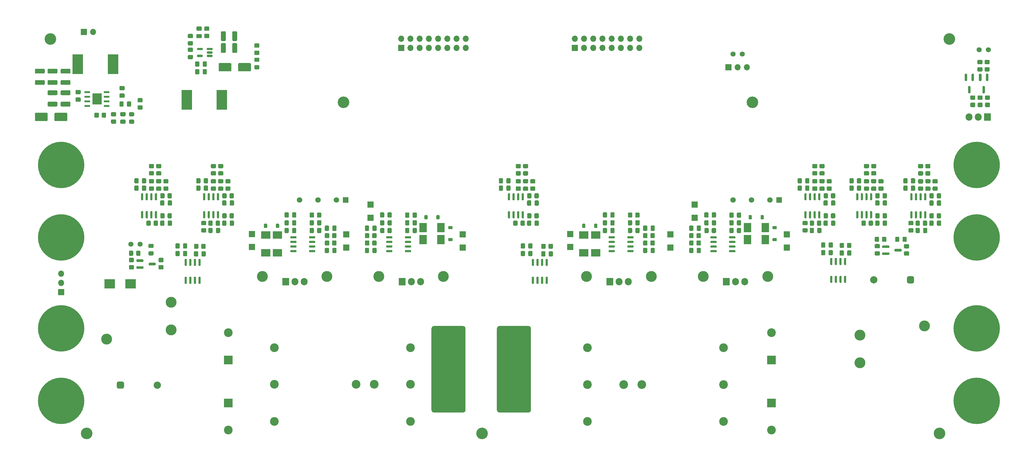
<source format=gts>
G04 #@! TF.GenerationSoftware,KiCad,Pcbnew,8.0.5*
G04 #@! TF.CreationDate,2024-12-19T18:07:51+01:00*
G04 #@! TF.ProjectId,buck-boost-xp,6275636b-2d62-46f6-9f73-742d78702e6b,rev?*
G04 #@! TF.SameCoordinates,Original*
G04 #@! TF.FileFunction,Soldermask,Top*
G04 #@! TF.FilePolarity,Negative*
%FSLAX46Y46*%
G04 Gerber Fmt 4.6, Leading zero omitted, Abs format (unit mm)*
G04 Created by KiCad (PCBNEW 8.0.5) date 2024-12-19 18:07:51*
%MOMM*%
%LPD*%
G01*
G04 APERTURE LIST*
%ADD10R,1.700000X1.700000*%
%ADD11O,1.700000X1.700000*%
%ADD12R,1.905000X2.000000*%
%ADD13O,1.905000X2.000000*%
%ADD14R,2.100000X2.600000*%
%ADD15R,2.400000X2.400000*%
%ADD16C,2.400000*%
%ADD17C,12.800000*%
%ADD18R,1.550000X0.600000*%
%ADD19R,2.600000X3.100000*%
%ADD20C,3.200000*%
%ADD21R,1.500000X1.500000*%
%ADD22C,1.500000*%
%ADD23C,1.400000*%
%ADD24C,3.000000*%
%ADD25C,2.000000*%
%ADD26R,2.900000X5.400000*%
%ADD27R,2.600000X2.100000*%
%ADD28R,2.918000X2.600000*%
G04 APERTURE END LIST*
G36*
G01*
X229810000Y-101291600D02*
X229810000Y-102241600D01*
G75*
G02*
X229560000Y-102491600I-250000J0D01*
G01*
X228885000Y-102491600D01*
G75*
G02*
X228635000Y-102241600I0J250000D01*
G01*
X228635000Y-101291600D01*
G75*
G02*
X228885000Y-101041600I250000J0D01*
G01*
X229560000Y-101041600D01*
G75*
G02*
X229810000Y-101291600I0J-250000D01*
G01*
G37*
G36*
G01*
X227735000Y-101291600D02*
X227735000Y-102241600D01*
G75*
G02*
X227485000Y-102491600I-250000J0D01*
G01*
X226810000Y-102491600D01*
G75*
G02*
X226560000Y-102241600I0J250000D01*
G01*
X226560000Y-101291600D01*
G75*
G02*
X226810000Y-101041600I250000J0D01*
G01*
X227485000Y-101041600D01*
G75*
G02*
X227735000Y-101291600I0J-250000D01*
G01*
G37*
G36*
G01*
X111400000Y-99202600D02*
X111400000Y-100152600D01*
G75*
G02*
X111150000Y-100402600I-250000J0D01*
G01*
X110475000Y-100402600D01*
G75*
G02*
X110225000Y-100152600I0J250000D01*
G01*
X110225000Y-99202600D01*
G75*
G02*
X110475000Y-98952600I250000J0D01*
G01*
X111150000Y-98952600D01*
G75*
G02*
X111400000Y-99202600I0J-250000D01*
G01*
G37*
G36*
G01*
X109325000Y-99202600D02*
X109325000Y-100152600D01*
G75*
G02*
X109075000Y-100402600I-250000J0D01*
G01*
X108400000Y-100402600D01*
G75*
G02*
X108150000Y-100152600I0J250000D01*
G01*
X108150000Y-99202600D01*
G75*
G02*
X108400000Y-98952600I250000J0D01*
G01*
X109075000Y-98952600D01*
G75*
G02*
X109325000Y-99202600I0J-250000D01*
G01*
G37*
G36*
G01*
X63760000Y-87605000D02*
X64710000Y-87605000D01*
G75*
G02*
X64960000Y-87855000I0J-250000D01*
G01*
X64960000Y-88530000D01*
G75*
G02*
X64710000Y-88780000I-250000J0D01*
G01*
X63760000Y-88780000D01*
G75*
G02*
X63510000Y-88530000I0J250000D01*
G01*
X63510000Y-87855000D01*
G75*
G02*
X63760000Y-87605000I250000J0D01*
G01*
G37*
G36*
G01*
X63760000Y-89680000D02*
X64710000Y-89680000D01*
G75*
G02*
X64960000Y-89930000I0J-250000D01*
G01*
X64960000Y-90605000D01*
G75*
G02*
X64710000Y-90855000I-250000J0D01*
G01*
X63760000Y-90855000D01*
G75*
G02*
X63510000Y-90605000I0J250000D01*
G01*
X63510000Y-89930000D01*
G75*
G02*
X63760000Y-89680000I250000J0D01*
G01*
G37*
G36*
G01*
X197511734Y-100154325D02*
X197511734Y-99204325D01*
G75*
G02*
X197761734Y-98954325I250000J0D01*
G01*
X198436734Y-98954325D01*
G75*
G02*
X198686734Y-99204325I0J-250000D01*
G01*
X198686734Y-100154325D01*
G75*
G02*
X198436734Y-100404325I-250000J0D01*
G01*
X197761734Y-100404325D01*
G75*
G02*
X197511734Y-100154325I0J250000D01*
G01*
G37*
G36*
G01*
X199586734Y-100154325D02*
X199586734Y-99204325D01*
G75*
G02*
X199836734Y-98954325I250000J0D01*
G01*
X200511734Y-98954325D01*
G75*
G02*
X200761734Y-99204325I0J-250000D01*
G01*
X200761734Y-100154325D01*
G75*
G02*
X200511734Y-100404325I-250000J0D01*
G01*
X199836734Y-100404325D01*
G75*
G02*
X199586734Y-100154325I0J250000D01*
G01*
G37*
G36*
G01*
X81827300Y-100152600D02*
X81827300Y-99202600D01*
G75*
G02*
X82077300Y-98952600I250000J0D01*
G01*
X82752300Y-98952600D01*
G75*
G02*
X83002300Y-99202600I0J-250000D01*
G01*
X83002300Y-100152600D01*
G75*
G02*
X82752300Y-100402600I-250000J0D01*
G01*
X82077300Y-100402600D01*
G75*
G02*
X81827300Y-100152600I0J250000D01*
G01*
G37*
G36*
G01*
X83902300Y-100152600D02*
X83902300Y-99202600D01*
G75*
G02*
X84152300Y-98952600I250000J0D01*
G01*
X84827300Y-98952600D01*
G75*
G02*
X85077300Y-99202600I0J-250000D01*
G01*
X85077300Y-100152600D01*
G75*
G02*
X84827300Y-100402600I-250000J0D01*
G01*
X84152300Y-100402600D01*
G75*
G02*
X83902300Y-100152600I0J250000D01*
G01*
G37*
D10*
X204165000Y-56840000D03*
D11*
X206705000Y-56840000D03*
X209245000Y-56840000D03*
G36*
G01*
X92915000Y-107760967D02*
X92915000Y-106810967D01*
G75*
G02*
X93165000Y-106560967I250000J0D01*
G01*
X93840000Y-106560967D01*
G75*
G02*
X94090000Y-106810967I0J-250000D01*
G01*
X94090000Y-107760967D01*
G75*
G02*
X93840000Y-108010967I-250000J0D01*
G01*
X93165000Y-108010967D01*
G75*
G02*
X92915000Y-107760967I0J250000D01*
G01*
G37*
G36*
G01*
X94990000Y-107760967D02*
X94990000Y-106810967D01*
G75*
G02*
X95240000Y-106560967I250000J0D01*
G01*
X95915000Y-106560967D01*
G75*
G02*
X96165000Y-106810967I0J-250000D01*
G01*
X96165000Y-107760967D01*
G75*
G02*
X95915000Y-108010967I-250000J0D01*
G01*
X95240000Y-108010967D01*
G75*
G02*
X94990000Y-107760967I0J250000D01*
G01*
G37*
D12*
X114215200Y-115874200D03*
D13*
X116755200Y-115874200D03*
X119295200Y-115874200D03*
D14*
X209409234Y-101009300D03*
X214309234Y-101009300D03*
D15*
X216040000Y-149306660D03*
D16*
X216040000Y-156806660D03*
G36*
G01*
X193353934Y-105686025D02*
X193353934Y-104786025D01*
G75*
G02*
X193603934Y-104536025I250000J0D01*
G01*
X194303934Y-104536025D01*
G75*
G02*
X194553934Y-104786025I0J-250000D01*
G01*
X194553934Y-105686025D01*
G75*
G02*
X194303934Y-105936025I-250000J0D01*
G01*
X193603934Y-105936025D01*
G75*
G02*
X193353934Y-105686025I0J250000D01*
G01*
G37*
G36*
G01*
X195353934Y-105686025D02*
X195353934Y-104786025D01*
G75*
G02*
X195603934Y-104536025I250000J0D01*
G01*
X196303934Y-104536025D01*
G75*
G02*
X196553934Y-104786025I0J-250000D01*
G01*
X196553934Y-105686025D01*
G75*
G02*
X196303934Y-105936025I-250000J0D01*
G01*
X195603934Y-105936025D01*
G75*
G02*
X195353934Y-105686025I0J250000D01*
G01*
G37*
G36*
G01*
X36565000Y-61962500D02*
X37515000Y-61962500D01*
G75*
G02*
X37765000Y-62212500I0J-250000D01*
G01*
X37765000Y-62887500D01*
G75*
G02*
X37515000Y-63137500I-250000J0D01*
G01*
X36565000Y-63137500D01*
G75*
G02*
X36315000Y-62887500I0J250000D01*
G01*
X36315000Y-62212500D01*
G75*
G02*
X36565000Y-61962500I250000J0D01*
G01*
G37*
G36*
G01*
X36565000Y-64037500D02*
X37515000Y-64037500D01*
G75*
G02*
X37765000Y-64287500I0J-250000D01*
G01*
X37765000Y-64962500D01*
G75*
G02*
X37515000Y-65212500I-250000J0D01*
G01*
X36565000Y-65212500D01*
G75*
G02*
X36315000Y-64962500I0J250000D01*
G01*
X36315000Y-64287500D01*
G75*
G02*
X36565000Y-64037500I250000J0D01*
G01*
G37*
D10*
X130890000Y-106540000D03*
D15*
X66290000Y-149306660D03*
D16*
X66290000Y-156806660D03*
G36*
G01*
X44707100Y-83440000D02*
X45607100Y-83440000D01*
G75*
G02*
X45857100Y-83690000I0J-250000D01*
G01*
X45857100Y-84390000D01*
G75*
G02*
X45607100Y-84640000I-250000J0D01*
G01*
X44707100Y-84640000D01*
G75*
G02*
X44457100Y-84390000I0J250000D01*
G01*
X44457100Y-83690000D01*
G75*
G02*
X44707100Y-83440000I250000J0D01*
G01*
G37*
G36*
G01*
X44707100Y-85440000D02*
X45607100Y-85440000D01*
G75*
G02*
X45857100Y-85690000I0J-250000D01*
G01*
X45857100Y-86390000D01*
G75*
G02*
X45607100Y-86640000I-250000J0D01*
G01*
X44707100Y-86640000D01*
G75*
G02*
X44457100Y-86390000I0J250000D01*
G01*
X44457100Y-85690000D01*
G75*
G02*
X44707100Y-85440000I250000J0D01*
G01*
G37*
G36*
G01*
X151907500Y-93745000D02*
X151907500Y-94695000D01*
G75*
G02*
X151657500Y-94945000I-250000J0D01*
G01*
X150982500Y-94945000D01*
G75*
G02*
X150732500Y-94695000I0J250000D01*
G01*
X150732500Y-93745000D01*
G75*
G02*
X150982500Y-93495000I250000J0D01*
G01*
X151657500Y-93495000D01*
G75*
G02*
X151907500Y-93745000I0J-250000D01*
G01*
G37*
G36*
G01*
X149832500Y-93745000D02*
X149832500Y-94695000D01*
G75*
G02*
X149582500Y-94945000I-250000J0D01*
G01*
X148907500Y-94945000D01*
G75*
G02*
X148657500Y-94695000I0J250000D01*
G01*
X148657500Y-93745000D01*
G75*
G02*
X148907500Y-93495000I250000J0D01*
G01*
X149582500Y-93495000D01*
G75*
G02*
X149832500Y-93745000I0J-250000D01*
G01*
G37*
G36*
G01*
X179696200Y-99185400D02*
X179696200Y-100135400D01*
G75*
G02*
X179446200Y-100385400I-250000J0D01*
G01*
X178771200Y-100385400D01*
G75*
G02*
X178521200Y-100135400I0J250000D01*
G01*
X178521200Y-99185400D01*
G75*
G02*
X178771200Y-98935400I250000J0D01*
G01*
X179446200Y-98935400D01*
G75*
G02*
X179696200Y-99185400I0J-250000D01*
G01*
G37*
G36*
G01*
X177621200Y-99185400D02*
X177621200Y-100135400D01*
G75*
G02*
X177371200Y-100385400I-250000J0D01*
G01*
X176696200Y-100385400D01*
G75*
G02*
X176446200Y-100135400I0J250000D01*
G01*
X176446200Y-99185400D01*
G75*
G02*
X176696200Y-98935400I250000J0D01*
G01*
X177371200Y-98935400D01*
G75*
G02*
X177621200Y-99185400I0J-250000D01*
G01*
G37*
G36*
G01*
X180629000Y-101635968D02*
X180629000Y-100685968D01*
G75*
G02*
X180879000Y-100435968I250000J0D01*
G01*
X181554000Y-100435968D01*
G75*
G02*
X181804000Y-100685968I0J-250000D01*
G01*
X181804000Y-101635968D01*
G75*
G02*
X181554000Y-101885968I-250000J0D01*
G01*
X180879000Y-101885968D01*
G75*
G02*
X180629000Y-101635968I0J250000D01*
G01*
G37*
G36*
G01*
X182704000Y-101635968D02*
X182704000Y-100685968D01*
G75*
G02*
X182954000Y-100435968I250000J0D01*
G01*
X183629000Y-100435968D01*
G75*
G02*
X183879000Y-100685968I0J-250000D01*
G01*
X183879000Y-101635968D01*
G75*
G02*
X183629000Y-101885968I-250000J0D01*
G01*
X182954000Y-101885968D01*
G75*
G02*
X182704000Y-101635968I0J250000D01*
G01*
G37*
G36*
G01*
X59110400Y-99148400D02*
X60010400Y-99148400D01*
G75*
G02*
X60260400Y-99398400I0J-250000D01*
G01*
X60260400Y-100098400D01*
G75*
G02*
X60010400Y-100348400I-250000J0D01*
G01*
X59110400Y-100348400D01*
G75*
G02*
X58860400Y-100098400I0J250000D01*
G01*
X58860400Y-99398400D01*
G75*
G02*
X59110400Y-99148400I250000J0D01*
G01*
G37*
G36*
G01*
X59110400Y-101148400D02*
X60010400Y-101148400D01*
G75*
G02*
X60260400Y-101398400I0J-250000D01*
G01*
X60260400Y-102098400D01*
G75*
G02*
X60010400Y-102348400I-250000J0D01*
G01*
X59110400Y-102348400D01*
G75*
G02*
X58860400Y-102098400I0J250000D01*
G01*
X58860400Y-101398400D01*
G75*
G02*
X59110400Y-101148400I250000J0D01*
G01*
G37*
G36*
G01*
X260667500Y-87640350D02*
X261567500Y-87640350D01*
G75*
G02*
X261817500Y-87890350I0J-250000D01*
G01*
X261817500Y-88590350D01*
G75*
G02*
X261567500Y-88840350I-250000J0D01*
G01*
X260667500Y-88840350D01*
G75*
G02*
X260417500Y-88590350I0J250000D01*
G01*
X260417500Y-87890350D01*
G75*
G02*
X260667500Y-87640350I250000J0D01*
G01*
G37*
G36*
G01*
X260667500Y-89640350D02*
X261567500Y-89640350D01*
G75*
G02*
X261817500Y-89890350I0J-250000D01*
G01*
X261817500Y-90590350D01*
G75*
G02*
X261567500Y-90840350I-250000J0D01*
G01*
X260667500Y-90840350D01*
G75*
G02*
X260417500Y-90590350I0J250000D01*
G01*
X260417500Y-89890350D01*
G75*
G02*
X260667500Y-89640350I250000J0D01*
G01*
G37*
G36*
G01*
X247837100Y-91765000D02*
X247837100Y-92665000D01*
G75*
G02*
X247587100Y-92915000I-250000J0D01*
G01*
X246887100Y-92915000D01*
G75*
G02*
X246637100Y-92665000I0J250000D01*
G01*
X246637100Y-91765000D01*
G75*
G02*
X246887100Y-91515000I250000J0D01*
G01*
X247587100Y-91515000D01*
G75*
G02*
X247837100Y-91765000I0J-250000D01*
G01*
G37*
G36*
G01*
X245837100Y-91765000D02*
X245837100Y-92665000D01*
G75*
G02*
X245587100Y-92915000I-250000J0D01*
G01*
X244887100Y-92915000D01*
G75*
G02*
X244637100Y-92665000I0J250000D01*
G01*
X244637100Y-91765000D01*
G75*
G02*
X244887100Y-91515000I250000J0D01*
G01*
X245587100Y-91515000D01*
G75*
G02*
X245837100Y-91765000I0J-250000D01*
G01*
G37*
G36*
G01*
X232950000Y-107421480D02*
X232950000Y-108371480D01*
G75*
G02*
X232700000Y-108621480I-250000J0D01*
G01*
X232025000Y-108621480D01*
G75*
G02*
X231775000Y-108371480I0J250000D01*
G01*
X231775000Y-107421480D01*
G75*
G02*
X232025000Y-107171480I250000J0D01*
G01*
X232700000Y-107171480D01*
G75*
G02*
X232950000Y-107421480I0J-250000D01*
G01*
G37*
G36*
G01*
X230875000Y-107421480D02*
X230875000Y-108371480D01*
G75*
G02*
X230625000Y-108621480I-250000J0D01*
G01*
X229950000Y-108621480D01*
G75*
G02*
X229700000Y-108371480I0J250000D01*
G01*
X229700000Y-107421480D01*
G75*
G02*
X229950000Y-107171480I250000J0D01*
G01*
X230625000Y-107171480D01*
G75*
G02*
X230875000Y-107421480I0J-250000D01*
G01*
G37*
G36*
G01*
X46957100Y-99315000D02*
X46957100Y-100215000D01*
G75*
G02*
X46707100Y-100465000I-250000J0D01*
G01*
X46007100Y-100465000D01*
G75*
G02*
X45757100Y-100215000I0J250000D01*
G01*
X45757100Y-99315000D01*
G75*
G02*
X46007100Y-99065000I250000J0D01*
G01*
X46707100Y-99065000D01*
G75*
G02*
X46957100Y-99315000I0J-250000D01*
G01*
G37*
G36*
G01*
X44957100Y-99315000D02*
X44957100Y-100215000D01*
G75*
G02*
X44707100Y-100465000I-250000J0D01*
G01*
X44007100Y-100465000D01*
G75*
G02*
X43757100Y-100215000I0J250000D01*
G01*
X43757100Y-99315000D01*
G75*
G02*
X44007100Y-99065000I250000J0D01*
G01*
X44707100Y-99065000D01*
G75*
G02*
X44957100Y-99315000I0J-250000D01*
G01*
G37*
G36*
G01*
X64040400Y-99315000D02*
X64040400Y-100215000D01*
G75*
G02*
X63790400Y-100465000I-250000J0D01*
G01*
X63090400Y-100465000D01*
G75*
G02*
X62840400Y-100215000I0J250000D01*
G01*
X62840400Y-99315000D01*
G75*
G02*
X63090400Y-99065000I250000J0D01*
G01*
X63790400Y-99065000D01*
G75*
G02*
X64040400Y-99315000I0J-250000D01*
G01*
G37*
G36*
G01*
X62040400Y-99315000D02*
X62040400Y-100215000D01*
G75*
G02*
X61790400Y-100465000I-250000J0D01*
G01*
X61090400Y-100465000D01*
G75*
G02*
X60840400Y-100215000I0J250000D01*
G01*
X60840400Y-99315000D01*
G75*
G02*
X61090400Y-99065000I250000J0D01*
G01*
X61790400Y-99065000D01*
G75*
G02*
X62040400Y-99315000I0J-250000D01*
G01*
G37*
G36*
G01*
X92915000Y-101635968D02*
X92915000Y-100685968D01*
G75*
G02*
X93165000Y-100435968I250000J0D01*
G01*
X93840000Y-100435968D01*
G75*
G02*
X94090000Y-100685968I0J-250000D01*
G01*
X94090000Y-101635968D01*
G75*
G02*
X93840000Y-101885968I-250000J0D01*
G01*
X93165000Y-101885968D01*
G75*
G02*
X92915000Y-101635968I0J250000D01*
G01*
G37*
G36*
G01*
X94990000Y-101635968D02*
X94990000Y-100685968D01*
G75*
G02*
X95240000Y-100435968I250000J0D01*
G01*
X95915000Y-100435968D01*
G75*
G02*
X96165000Y-100685968I0J-250000D01*
G01*
X96165000Y-101635968D01*
G75*
G02*
X95915000Y-101885968I-250000J0D01*
G01*
X95240000Y-101885968D01*
G75*
G02*
X94990000Y-101635968I0J250000D01*
G01*
G37*
G36*
G01*
X80340600Y-100135000D02*
X80340600Y-100885000D01*
G75*
G02*
X80115600Y-101110000I-225000J0D01*
G01*
X79665600Y-101110000D01*
G75*
G02*
X79440600Y-100885000I0J225000D01*
G01*
X79440600Y-100135000D01*
G75*
G02*
X79665600Y-99910000I225000J0D01*
G01*
X80115600Y-99910000D01*
G75*
G02*
X80340600Y-100135000I0J-225000D01*
G01*
G37*
G36*
G01*
X77040600Y-100135000D02*
X77040600Y-100885000D01*
G75*
G02*
X76815600Y-101110000I-225000J0D01*
G01*
X76365600Y-101110000D01*
G75*
G02*
X76140600Y-100885000I0J225000D01*
G01*
X76140600Y-100135000D01*
G75*
G02*
X76365600Y-99910000I225000J0D01*
G01*
X76815600Y-99910000D01*
G75*
G02*
X77040600Y-100135000I0J-225000D01*
G01*
G37*
G36*
G01*
X40445000Y-90590000D02*
X40445000Y-89640000D01*
G75*
G02*
X40695000Y-89390000I250000J0D01*
G01*
X41370000Y-89390000D01*
G75*
G02*
X41620000Y-89640000I0J-250000D01*
G01*
X41620000Y-90590000D01*
G75*
G02*
X41370000Y-90840000I-250000J0D01*
G01*
X40695000Y-90840000D01*
G75*
G02*
X40445000Y-90590000I0J250000D01*
G01*
G37*
G36*
G01*
X42520000Y-90590000D02*
X42520000Y-89640000D01*
G75*
G02*
X42770000Y-89390000I250000J0D01*
G01*
X43445000Y-89390000D01*
G75*
G02*
X43695000Y-89640000I0J-250000D01*
G01*
X43695000Y-90590000D01*
G75*
G02*
X43445000Y-90840000I-250000J0D01*
G01*
X42770000Y-90840000D01*
G75*
G02*
X42520000Y-90590000I0J250000D01*
G01*
G37*
G36*
G01*
X233614600Y-99291600D02*
X233614600Y-100241600D01*
G75*
G02*
X233364600Y-100491600I-250000J0D01*
G01*
X232689600Y-100491600D01*
G75*
G02*
X232439600Y-100241600I0J250000D01*
G01*
X232439600Y-99291600D01*
G75*
G02*
X232689600Y-99041600I250000J0D01*
G01*
X233364600Y-99041600D01*
G75*
G02*
X233614600Y-99291600I0J-250000D01*
G01*
G37*
G36*
G01*
X231539600Y-99291600D02*
X231539600Y-100241600D01*
G75*
G02*
X231289600Y-100491600I-250000J0D01*
G01*
X230614600Y-100491600D01*
G75*
G02*
X230364600Y-100241600I0J250000D01*
G01*
X230364600Y-99291600D01*
G75*
G02*
X230614600Y-99041600I250000J0D01*
G01*
X231289600Y-99041600D01*
G75*
G02*
X231539600Y-99291600I0J-250000D01*
G01*
G37*
G36*
G01*
X34265000Y-69157500D02*
X35165000Y-69157500D01*
G75*
G02*
X35415000Y-69407500I0J-250000D01*
G01*
X35415000Y-70107500D01*
G75*
G02*
X35165000Y-70357500I-250000J0D01*
G01*
X34265000Y-70357500D01*
G75*
G02*
X34015000Y-70107500I0J250000D01*
G01*
X34015000Y-69407500D01*
G75*
G02*
X34265000Y-69157500I250000J0D01*
G01*
G37*
G36*
G01*
X34265000Y-71157500D02*
X35165000Y-71157500D01*
G75*
G02*
X35415000Y-71407500I0J-250000D01*
G01*
X35415000Y-72107500D01*
G75*
G02*
X35165000Y-72357500I-250000J0D01*
G01*
X34265000Y-72357500D01*
G75*
G02*
X34015000Y-72107500I0J250000D01*
G01*
X34015000Y-71407500D01*
G75*
G02*
X34265000Y-71157500I250000J0D01*
G01*
G37*
G36*
G01*
X54735000Y-116490000D02*
X54435000Y-116490000D01*
G75*
G02*
X54285000Y-116340000I0J150000D01*
G01*
X54285000Y-114690000D01*
G75*
G02*
X54435000Y-114540000I150000J0D01*
G01*
X54735000Y-114540000D01*
G75*
G02*
X54885000Y-114690000I0J-150000D01*
G01*
X54885000Y-116340000D01*
G75*
G02*
X54735000Y-116490000I-150000J0D01*
G01*
G37*
G36*
G01*
X56005000Y-116490000D02*
X55705000Y-116490000D01*
G75*
G02*
X55555000Y-116340000I0J150000D01*
G01*
X55555000Y-114690000D01*
G75*
G02*
X55705000Y-114540000I150000J0D01*
G01*
X56005000Y-114540000D01*
G75*
G02*
X56155000Y-114690000I0J-150000D01*
G01*
X56155000Y-116340000D01*
G75*
G02*
X56005000Y-116490000I-150000J0D01*
G01*
G37*
G36*
G01*
X57275000Y-116490000D02*
X56975000Y-116490000D01*
G75*
G02*
X56825000Y-116340000I0J150000D01*
G01*
X56825000Y-114690000D01*
G75*
G02*
X56975000Y-114540000I150000J0D01*
G01*
X57275000Y-114540000D01*
G75*
G02*
X57425000Y-114690000I0J-150000D01*
G01*
X57425000Y-116340000D01*
G75*
G02*
X57275000Y-116490000I-150000J0D01*
G01*
G37*
G36*
G01*
X58545000Y-116490000D02*
X58245000Y-116490000D01*
G75*
G02*
X58095000Y-116340000I0J150000D01*
G01*
X58095000Y-114690000D01*
G75*
G02*
X58245000Y-114540000I150000J0D01*
G01*
X58545000Y-114540000D01*
G75*
G02*
X58695000Y-114690000I0J-150000D01*
G01*
X58695000Y-116340000D01*
G75*
G02*
X58545000Y-116490000I-150000J0D01*
G01*
G37*
G36*
G01*
X58545000Y-111540000D02*
X58245000Y-111540000D01*
G75*
G02*
X58095000Y-111390000I0J150000D01*
G01*
X58095000Y-109740000D01*
G75*
G02*
X58245000Y-109590000I150000J0D01*
G01*
X58545000Y-109590000D01*
G75*
G02*
X58695000Y-109740000I0J-150000D01*
G01*
X58695000Y-111390000D01*
G75*
G02*
X58545000Y-111540000I-150000J0D01*
G01*
G37*
G36*
G01*
X57275000Y-111540000D02*
X56975000Y-111540000D01*
G75*
G02*
X56825000Y-111390000I0J150000D01*
G01*
X56825000Y-109740000D01*
G75*
G02*
X56975000Y-109590000I150000J0D01*
G01*
X57275000Y-109590000D01*
G75*
G02*
X57425000Y-109740000I0J-150000D01*
G01*
X57425000Y-111390000D01*
G75*
G02*
X57275000Y-111540000I-150000J0D01*
G01*
G37*
G36*
G01*
X56005000Y-111540000D02*
X55705000Y-111540000D01*
G75*
G02*
X55555000Y-111390000I0J150000D01*
G01*
X55555000Y-109740000D01*
G75*
G02*
X55705000Y-109590000I150000J0D01*
G01*
X56005000Y-109590000D01*
G75*
G02*
X56155000Y-109740000I0J-150000D01*
G01*
X56155000Y-111390000D01*
G75*
G02*
X56005000Y-111540000I-150000J0D01*
G01*
G37*
G36*
G01*
X54735000Y-111540000D02*
X54435000Y-111540000D01*
G75*
G02*
X54285000Y-111390000I0J150000D01*
G01*
X54285000Y-109740000D01*
G75*
G02*
X54435000Y-109590000I150000J0D01*
G01*
X54735000Y-109590000D01*
G75*
G02*
X54885000Y-109740000I0J-150000D01*
G01*
X54885000Y-111390000D01*
G75*
G02*
X54735000Y-111540000I-150000J0D01*
G01*
G37*
G36*
G01*
X232670000Y-116246480D02*
X232370000Y-116246480D01*
G75*
G02*
X232220000Y-116096480I0J150000D01*
G01*
X232220000Y-114446480D01*
G75*
G02*
X232370000Y-114296480I150000J0D01*
G01*
X232670000Y-114296480D01*
G75*
G02*
X232820000Y-114446480I0J-150000D01*
G01*
X232820000Y-116096480D01*
G75*
G02*
X232670000Y-116246480I-150000J0D01*
G01*
G37*
G36*
G01*
X233940000Y-116246480D02*
X233640000Y-116246480D01*
G75*
G02*
X233490000Y-116096480I0J150000D01*
G01*
X233490000Y-114446480D01*
G75*
G02*
X233640000Y-114296480I150000J0D01*
G01*
X233940000Y-114296480D01*
G75*
G02*
X234090000Y-114446480I0J-150000D01*
G01*
X234090000Y-116096480D01*
G75*
G02*
X233940000Y-116246480I-150000J0D01*
G01*
G37*
G36*
G01*
X235210000Y-116246480D02*
X234910000Y-116246480D01*
G75*
G02*
X234760000Y-116096480I0J150000D01*
G01*
X234760000Y-114446480D01*
G75*
G02*
X234910000Y-114296480I150000J0D01*
G01*
X235210000Y-114296480D01*
G75*
G02*
X235360000Y-114446480I0J-150000D01*
G01*
X235360000Y-116096480D01*
G75*
G02*
X235210000Y-116246480I-150000J0D01*
G01*
G37*
G36*
G01*
X236480000Y-116246480D02*
X236180000Y-116246480D01*
G75*
G02*
X236030000Y-116096480I0J150000D01*
G01*
X236030000Y-114446480D01*
G75*
G02*
X236180000Y-114296480I150000J0D01*
G01*
X236480000Y-114296480D01*
G75*
G02*
X236630000Y-114446480I0J-150000D01*
G01*
X236630000Y-116096480D01*
G75*
G02*
X236480000Y-116246480I-150000J0D01*
G01*
G37*
G36*
G01*
X236480000Y-111296480D02*
X236180000Y-111296480D01*
G75*
G02*
X236030000Y-111146480I0J150000D01*
G01*
X236030000Y-109496480D01*
G75*
G02*
X236180000Y-109346480I150000J0D01*
G01*
X236480000Y-109346480D01*
G75*
G02*
X236630000Y-109496480I0J-150000D01*
G01*
X236630000Y-111146480D01*
G75*
G02*
X236480000Y-111296480I-150000J0D01*
G01*
G37*
G36*
G01*
X235210000Y-111296480D02*
X234910000Y-111296480D01*
G75*
G02*
X234760000Y-111146480I0J150000D01*
G01*
X234760000Y-109496480D01*
G75*
G02*
X234910000Y-109346480I150000J0D01*
G01*
X235210000Y-109346480D01*
G75*
G02*
X235360000Y-109496480I0J-150000D01*
G01*
X235360000Y-111146480D01*
G75*
G02*
X235210000Y-111296480I-150000J0D01*
G01*
G37*
G36*
G01*
X233940000Y-111296480D02*
X233640000Y-111296480D01*
G75*
G02*
X233490000Y-111146480I0J150000D01*
G01*
X233490000Y-109496480D01*
G75*
G02*
X233640000Y-109346480I150000J0D01*
G01*
X233940000Y-109346480D01*
G75*
G02*
X234090000Y-109496480I0J-150000D01*
G01*
X234090000Y-111146480D01*
G75*
G02*
X233940000Y-111296480I-150000J0D01*
G01*
G37*
G36*
G01*
X232670000Y-111296480D02*
X232370000Y-111296480D01*
G75*
G02*
X232220000Y-111146480I0J150000D01*
G01*
X232220000Y-109496480D01*
G75*
G02*
X232370000Y-109346480I150000J0D01*
G01*
X232670000Y-109346480D01*
G75*
G02*
X232820000Y-109496480I0J-150000D01*
G01*
X232820000Y-111146480D01*
G75*
G02*
X232670000Y-111296480I-150000J0D01*
G01*
G37*
D17*
X20290000Y-128740000D03*
D18*
X32840000Y-63642500D03*
X32840000Y-64912500D03*
X32840000Y-66182500D03*
X32840000Y-67452500D03*
X27440000Y-67452500D03*
X27440000Y-66182500D03*
X27440000Y-64912500D03*
X27440000Y-63642500D03*
D19*
X30140000Y-65547500D03*
D16*
X202790000Y-154390000D03*
X202790000Y-144290000D03*
X202790000Y-134090000D03*
X180290000Y-144290000D03*
X175290000Y-144290000D03*
X165290000Y-154390000D03*
X165290000Y-144290000D03*
X165290000Y-134090000D03*
G36*
G01*
X124560000Y-97759300D02*
X124560000Y-98509300D01*
G75*
G02*
X124335000Y-98734300I-225000J0D01*
G01*
X123885000Y-98734300D01*
G75*
G02*
X123660000Y-98509300I0J225000D01*
G01*
X123660000Y-97759300D01*
G75*
G02*
X123885000Y-97534300I225000J0D01*
G01*
X124335000Y-97534300D01*
G75*
G02*
X124560000Y-97759300I0J-225000D01*
G01*
G37*
G36*
G01*
X121260000Y-97759300D02*
X121260000Y-98509300D01*
G75*
G02*
X121035000Y-98734300I-225000J0D01*
G01*
X120585000Y-98734300D01*
G75*
G02*
X120360000Y-98509300I0J225000D01*
G01*
X120360000Y-97759300D01*
G75*
G02*
X120585000Y-97534300I225000J0D01*
G01*
X121035000Y-97534300D01*
G75*
G02*
X121260000Y-97759300I0J-225000D01*
G01*
G37*
D10*
X26515000Y-47040000D03*
D11*
X29055000Y-47040000D03*
G36*
G01*
X109821200Y-103830000D02*
X109821200Y-103530000D01*
G75*
G02*
X109971200Y-103380000I150000J0D01*
G01*
X111421200Y-103380000D01*
G75*
G02*
X111571200Y-103530000I0J-150000D01*
G01*
X111571200Y-103830000D01*
G75*
G02*
X111421200Y-103980000I-150000J0D01*
G01*
X109971200Y-103980000D01*
G75*
G02*
X109821200Y-103830000I0J150000D01*
G01*
G37*
G36*
G01*
X109821200Y-105100000D02*
X109821200Y-104800000D01*
G75*
G02*
X109971200Y-104650000I150000J0D01*
G01*
X111421200Y-104650000D01*
G75*
G02*
X111571200Y-104800000I0J-150000D01*
G01*
X111571200Y-105100000D01*
G75*
G02*
X111421200Y-105250000I-150000J0D01*
G01*
X109971200Y-105250000D01*
G75*
G02*
X109821200Y-105100000I0J150000D01*
G01*
G37*
G36*
G01*
X109821200Y-106370000D02*
X109821200Y-106070000D01*
G75*
G02*
X109971200Y-105920000I150000J0D01*
G01*
X111421200Y-105920000D01*
G75*
G02*
X111571200Y-106070000I0J-150000D01*
G01*
X111571200Y-106370000D01*
G75*
G02*
X111421200Y-106520000I-150000J0D01*
G01*
X109971200Y-106520000D01*
G75*
G02*
X109821200Y-106370000I0J150000D01*
G01*
G37*
G36*
G01*
X109821200Y-107640000D02*
X109821200Y-107340000D01*
G75*
G02*
X109971200Y-107190000I150000J0D01*
G01*
X111421200Y-107190000D01*
G75*
G02*
X111571200Y-107340000I0J-150000D01*
G01*
X111571200Y-107640000D01*
G75*
G02*
X111421200Y-107790000I-150000J0D01*
G01*
X109971200Y-107790000D01*
G75*
G02*
X109821200Y-107640000I0J150000D01*
G01*
G37*
G36*
G01*
X114971200Y-107640000D02*
X114971200Y-107340000D01*
G75*
G02*
X115121200Y-107190000I150000J0D01*
G01*
X116571200Y-107190000D01*
G75*
G02*
X116721200Y-107340000I0J-150000D01*
G01*
X116721200Y-107640000D01*
G75*
G02*
X116571200Y-107790000I-150000J0D01*
G01*
X115121200Y-107790000D01*
G75*
G02*
X114971200Y-107640000I0J150000D01*
G01*
G37*
G36*
G01*
X114971200Y-106370000D02*
X114971200Y-106070000D01*
G75*
G02*
X115121200Y-105920000I150000J0D01*
G01*
X116571200Y-105920000D01*
G75*
G02*
X116721200Y-106070000I0J-150000D01*
G01*
X116721200Y-106370000D01*
G75*
G02*
X116571200Y-106520000I-150000J0D01*
G01*
X115121200Y-106520000D01*
G75*
G02*
X114971200Y-106370000I0J150000D01*
G01*
G37*
G36*
G01*
X114971200Y-105100000D02*
X114971200Y-104800000D01*
G75*
G02*
X115121200Y-104650000I150000J0D01*
G01*
X116571200Y-104650000D01*
G75*
G02*
X116721200Y-104800000I0J-150000D01*
G01*
X116721200Y-105100000D01*
G75*
G02*
X116571200Y-105250000I-150000J0D01*
G01*
X115121200Y-105250000D01*
G75*
G02*
X114971200Y-105100000I0J150000D01*
G01*
G37*
G36*
G01*
X114971200Y-103830000D02*
X114971200Y-103530000D01*
G75*
G02*
X115121200Y-103380000I150000J0D01*
G01*
X116571200Y-103380000D01*
G75*
G02*
X116721200Y-103530000I0J-150000D01*
G01*
X116721200Y-103830000D01*
G75*
G02*
X116571200Y-103980000I-150000J0D01*
G01*
X115121200Y-103980000D01*
G75*
G02*
X114971200Y-103830000I0J150000D01*
G01*
G37*
D17*
X20290000Y-83740000D03*
G36*
G01*
X140877900Y-90595000D02*
X140877900Y-89645000D01*
G75*
G02*
X141127900Y-89395000I250000J0D01*
G01*
X141802900Y-89395000D01*
G75*
G02*
X142052900Y-89645000I0J-250000D01*
G01*
X142052900Y-90595000D01*
G75*
G02*
X141802900Y-90845000I-250000J0D01*
G01*
X141127900Y-90845000D01*
G75*
G02*
X140877900Y-90595000I0J250000D01*
G01*
G37*
G36*
G01*
X142952900Y-90595000D02*
X142952900Y-89645000D01*
G75*
G02*
X143202900Y-89395000I250000J0D01*
G01*
X143877900Y-89395000D01*
G75*
G02*
X144127900Y-89645000I0J-250000D01*
G01*
X144127900Y-90595000D01*
G75*
G02*
X143877900Y-90845000I-250000J0D01*
G01*
X143202900Y-90845000D01*
G75*
G02*
X142952900Y-90595000I0J250000D01*
G01*
G37*
G36*
G01*
X253997900Y-99158750D02*
X254897900Y-99158750D01*
G75*
G02*
X255147900Y-99408750I0J-250000D01*
G01*
X255147900Y-100108750D01*
G75*
G02*
X254897900Y-100358750I-250000J0D01*
G01*
X253997900Y-100358750D01*
G75*
G02*
X253747900Y-100108750I0J250000D01*
G01*
X253747900Y-99408750D01*
G75*
G02*
X253997900Y-99158750I250000J0D01*
G01*
G37*
G36*
G01*
X253997900Y-101158750D02*
X254897900Y-101158750D01*
G75*
G02*
X255147900Y-101408750I0J-250000D01*
G01*
X255147900Y-102108750D01*
G75*
G02*
X254897900Y-102358750I-250000J0D01*
G01*
X253997900Y-102358750D01*
G75*
G02*
X253747900Y-102108750I0J250000D01*
G01*
X253747900Y-101408750D01*
G75*
G02*
X253997900Y-101158750I250000J0D01*
G01*
G37*
G36*
G01*
X55440000Y-47590000D02*
X56340000Y-47590000D01*
G75*
G02*
X56590000Y-47840000I0J-250000D01*
G01*
X56590000Y-48540000D01*
G75*
G02*
X56340000Y-48790000I-250000J0D01*
G01*
X55440000Y-48790000D01*
G75*
G02*
X55190000Y-48540000I0J250000D01*
G01*
X55190000Y-47840000D01*
G75*
G02*
X55440000Y-47590000I250000J0D01*
G01*
G37*
G36*
G01*
X55440000Y-49590000D02*
X56340000Y-49590000D01*
G75*
G02*
X56590000Y-49840000I0J-250000D01*
G01*
X56590000Y-50540000D01*
G75*
G02*
X56340000Y-50790000I-250000J0D01*
G01*
X55440000Y-50790000D01*
G75*
G02*
X55190000Y-50540000I0J250000D01*
G01*
X55190000Y-49840000D01*
G75*
G02*
X55440000Y-49590000I250000J0D01*
G01*
G37*
G36*
G01*
X47587100Y-98190000D02*
X47587100Y-97290000D01*
G75*
G02*
X47837100Y-97040000I250000J0D01*
G01*
X48537100Y-97040000D01*
G75*
G02*
X48787100Y-97290000I0J-250000D01*
G01*
X48787100Y-98190000D01*
G75*
G02*
X48537100Y-98440000I-250000J0D01*
G01*
X47837100Y-98440000D01*
G75*
G02*
X47587100Y-98190000I0J250000D01*
G01*
G37*
G36*
G01*
X49587100Y-98190000D02*
X49587100Y-97290000D01*
G75*
G02*
X49837100Y-97040000I250000J0D01*
G01*
X50537100Y-97040000D01*
G75*
G02*
X50787100Y-97290000I0J-250000D01*
G01*
X50787100Y-98190000D01*
G75*
G02*
X50537100Y-98440000I-250000J0D01*
G01*
X49837100Y-98440000D01*
G75*
G02*
X49587100Y-98190000I0J250000D01*
G01*
G37*
D10*
X194870134Y-94679968D03*
G36*
G01*
X46702100Y-83440000D02*
X47602100Y-83440000D01*
G75*
G02*
X47852100Y-83690000I0J-250000D01*
G01*
X47852100Y-84390000D01*
G75*
G02*
X47602100Y-84640000I-250000J0D01*
G01*
X46702100Y-84640000D01*
G75*
G02*
X46452100Y-84390000I0J250000D01*
G01*
X46452100Y-83690000D01*
G75*
G02*
X46702100Y-83440000I250000J0D01*
G01*
G37*
G36*
G01*
X46702100Y-85440000D02*
X47602100Y-85440000D01*
G75*
G02*
X47852100Y-85690000I0J-250000D01*
G01*
X47852100Y-86390000D01*
G75*
G02*
X47602100Y-86640000I-250000J0D01*
G01*
X46702100Y-86640000D01*
G75*
G02*
X46452100Y-86390000I0J250000D01*
G01*
X46452100Y-85690000D01*
G75*
G02*
X46702100Y-85440000I250000J0D01*
G01*
G37*
G36*
G01*
X241757100Y-87640000D02*
X242657100Y-87640000D01*
G75*
G02*
X242907100Y-87890000I0J-250000D01*
G01*
X242907100Y-88590000D01*
G75*
G02*
X242657100Y-88840000I-250000J0D01*
G01*
X241757100Y-88840000D01*
G75*
G02*
X241507100Y-88590000I0J250000D01*
G01*
X241507100Y-87890000D01*
G75*
G02*
X241757100Y-87640000I250000J0D01*
G01*
G37*
G36*
G01*
X241757100Y-89640000D02*
X242657100Y-89640000D01*
G75*
G02*
X242907100Y-89890000I0J-250000D01*
G01*
X242907100Y-90590000D01*
G75*
G02*
X242657100Y-90840000I-250000J0D01*
G01*
X241757100Y-90840000D01*
G75*
G02*
X241507100Y-90590000I0J250000D01*
G01*
X241507100Y-89890000D01*
G75*
G02*
X241757100Y-89640000I250000J0D01*
G01*
G37*
G36*
G01*
X245747100Y-87630000D02*
X246647100Y-87630000D01*
G75*
G02*
X246897100Y-87880000I0J-250000D01*
G01*
X246897100Y-88580000D01*
G75*
G02*
X246647100Y-88830000I-250000J0D01*
G01*
X245747100Y-88830000D01*
G75*
G02*
X245497100Y-88580000I0J250000D01*
G01*
X245497100Y-87880000D01*
G75*
G02*
X245747100Y-87630000I250000J0D01*
G01*
G37*
G36*
G01*
X245747100Y-89630000D02*
X246647100Y-89630000D01*
G75*
G02*
X246897100Y-89880000I0J-250000D01*
G01*
X246897100Y-90580000D01*
G75*
G02*
X246647100Y-90830000I-250000J0D01*
G01*
X245747100Y-90830000D01*
G75*
G02*
X245497100Y-90580000I0J250000D01*
G01*
X245497100Y-89880000D01*
G75*
G02*
X245747100Y-89630000I250000J0D01*
G01*
G37*
G36*
G01*
X273013800Y-54770000D02*
X273913800Y-54770000D01*
G75*
G02*
X274163800Y-55020000I0J-250000D01*
G01*
X274163800Y-55720000D01*
G75*
G02*
X273913800Y-55970000I-250000J0D01*
G01*
X273013800Y-55970000D01*
G75*
G02*
X272763800Y-55720000I0J250000D01*
G01*
X272763800Y-55020000D01*
G75*
G02*
X273013800Y-54770000I250000J0D01*
G01*
G37*
G36*
G01*
X273013800Y-56770000D02*
X273913800Y-56770000D01*
G75*
G02*
X274163800Y-57020000I0J-250000D01*
G01*
X274163800Y-57720000D01*
G75*
G02*
X273913800Y-57970000I-250000J0D01*
G01*
X273013800Y-57970000D01*
G75*
G02*
X272763800Y-57720000I0J250000D01*
G01*
X272763800Y-57020000D01*
G75*
G02*
X273013800Y-56770000I250000J0D01*
G01*
G37*
D14*
X120047500Y-101009300D03*
X124947500Y-101009300D03*
G36*
G01*
X237495000Y-90590000D02*
X237495000Y-89640000D01*
G75*
G02*
X237745000Y-89390000I250000J0D01*
G01*
X238420000Y-89390000D01*
G75*
G02*
X238670000Y-89640000I0J-250000D01*
G01*
X238670000Y-90590000D01*
G75*
G02*
X238420000Y-90840000I-250000J0D01*
G01*
X237745000Y-90840000D01*
G75*
G02*
X237495000Y-90590000I0J250000D01*
G01*
G37*
G36*
G01*
X239570000Y-90590000D02*
X239570000Y-89640000D01*
G75*
G02*
X239820000Y-89390000I250000J0D01*
G01*
X240495000Y-89390000D01*
G75*
G02*
X240745000Y-89640000I0J-250000D01*
G01*
X240745000Y-90590000D01*
G75*
G02*
X240495000Y-90840000I-250000J0D01*
G01*
X239820000Y-90840000D01*
G75*
G02*
X239570000Y-90590000I0J250000D01*
G01*
G37*
G36*
G01*
X67895000Y-99290000D02*
X67895000Y-100240000D01*
G75*
G02*
X67645000Y-100490000I-250000J0D01*
G01*
X66970000Y-100490000D01*
G75*
G02*
X66720000Y-100240000I0J250000D01*
G01*
X66720000Y-99290000D01*
G75*
G02*
X66970000Y-99040000I250000J0D01*
G01*
X67645000Y-99040000D01*
G75*
G02*
X67895000Y-99290000I0J-250000D01*
G01*
G37*
G36*
G01*
X65820000Y-99290000D02*
X65820000Y-100240000D01*
G75*
G02*
X65570000Y-100490000I-250000J0D01*
G01*
X64895000Y-100490000D01*
G75*
G02*
X64645000Y-100240000I0J250000D01*
G01*
X64645000Y-99290000D01*
G75*
G02*
X64895000Y-99040000I250000J0D01*
G01*
X65570000Y-99040000D01*
G75*
G02*
X65820000Y-99290000I0J-250000D01*
G01*
G37*
G36*
G01*
X38940000Y-108500000D02*
X38940000Y-107600000D01*
G75*
G02*
X39190000Y-107350000I250000J0D01*
G01*
X39890000Y-107350000D01*
G75*
G02*
X40140000Y-107600000I0J-250000D01*
G01*
X40140000Y-108500000D01*
G75*
G02*
X39890000Y-108750000I-250000J0D01*
G01*
X39190000Y-108750000D01*
G75*
G02*
X38940000Y-108500000I0J250000D01*
G01*
G37*
G36*
G01*
X40940000Y-108500000D02*
X40940000Y-107600000D01*
G75*
G02*
X41190000Y-107350000I250000J0D01*
G01*
X41890000Y-107350000D01*
G75*
G02*
X42140000Y-107600000I0J-250000D01*
G01*
X42140000Y-108500000D01*
G75*
G02*
X41890000Y-108750000I-250000J0D01*
G01*
X41190000Y-108750000D01*
G75*
G02*
X40940000Y-108500000I0J250000D01*
G01*
G37*
G36*
G01*
X73740000Y-54165000D02*
X74640000Y-54165000D01*
G75*
G02*
X74890000Y-54415000I0J-250000D01*
G01*
X74890000Y-55065000D01*
G75*
G02*
X74640000Y-55315000I-250000J0D01*
G01*
X73740000Y-55315000D01*
G75*
G02*
X73490000Y-55065000I0J250000D01*
G01*
X73490000Y-54415000D01*
G75*
G02*
X73740000Y-54165000I250000J0D01*
G01*
G37*
G36*
G01*
X73740000Y-56215000D02*
X74640000Y-56215000D01*
G75*
G02*
X74890000Y-56465000I0J-250000D01*
G01*
X74890000Y-57115000D01*
G75*
G02*
X74640000Y-57365000I-250000J0D01*
G01*
X73740000Y-57365000D01*
G75*
G02*
X73490000Y-57115000I0J250000D01*
G01*
X73490000Y-56465000D01*
G75*
G02*
X73740000Y-56215000I250000J0D01*
G01*
G37*
D20*
X265040000Y-48990000D03*
G36*
G01*
X149792500Y-87635000D02*
X150692500Y-87635000D01*
G75*
G02*
X150942500Y-87885000I0J-250000D01*
G01*
X150942500Y-88585000D01*
G75*
G02*
X150692500Y-88835000I-250000J0D01*
G01*
X149792500Y-88835000D01*
G75*
G02*
X149542500Y-88585000I0J250000D01*
G01*
X149542500Y-87885000D01*
G75*
G02*
X149792500Y-87635000I250000J0D01*
G01*
G37*
G36*
G01*
X149792500Y-89635000D02*
X150692500Y-89635000D01*
G75*
G02*
X150942500Y-89885000I0J-250000D01*
G01*
X150942500Y-90585000D01*
G75*
G02*
X150692500Y-90835000I-250000J0D01*
G01*
X149792500Y-90835000D01*
G75*
G02*
X149542500Y-90585000I0J250000D01*
G01*
X149542500Y-89885000D01*
G75*
G02*
X149792500Y-89635000I250000J0D01*
G01*
G37*
G36*
G01*
X258672500Y-83450350D02*
X259572500Y-83450350D01*
G75*
G02*
X259822500Y-83700350I0J-250000D01*
G01*
X259822500Y-84400350D01*
G75*
G02*
X259572500Y-84650350I-250000J0D01*
G01*
X258672500Y-84650350D01*
G75*
G02*
X258422500Y-84400350I0J250000D01*
G01*
X258422500Y-83700350D01*
G75*
G02*
X258672500Y-83450350I250000J0D01*
G01*
G37*
G36*
G01*
X258672500Y-85450350D02*
X259572500Y-85450350D01*
G75*
G02*
X259822500Y-85700350I0J-250000D01*
G01*
X259822500Y-86400350D01*
G75*
G02*
X259572500Y-86650350I-250000J0D01*
G01*
X258672500Y-86650350D01*
G75*
G02*
X258422500Y-86400350I0J250000D01*
G01*
X258422500Y-85700350D01*
G75*
G02*
X258672500Y-85450350I250000J0D01*
G01*
G37*
G36*
G01*
X51765000Y-106528500D02*
X51765000Y-105578500D01*
G75*
G02*
X52015000Y-105328500I250000J0D01*
G01*
X52690000Y-105328500D01*
G75*
G02*
X52940000Y-105578500I0J-250000D01*
G01*
X52940000Y-106528500D01*
G75*
G02*
X52690000Y-106778500I-250000J0D01*
G01*
X52015000Y-106778500D01*
G75*
G02*
X51765000Y-106528500I0J250000D01*
G01*
G37*
G36*
G01*
X53840000Y-106528500D02*
X53840000Y-105578500D01*
G75*
G02*
X54090000Y-105328500I250000J0D01*
G01*
X54765000Y-105328500D01*
G75*
G02*
X55015000Y-105578500I0J-250000D01*
G01*
X55015000Y-106528500D01*
G75*
G02*
X54765000Y-106778500I-250000J0D01*
G01*
X54090000Y-106778500D01*
G75*
G02*
X53840000Y-106528500I0J250000D01*
G01*
G37*
D10*
X188175000Y-102884300D03*
D21*
X218151734Y-93386025D03*
D22*
X215611734Y-93386025D03*
X210531734Y-93386025D03*
X205451734Y-93386025D03*
G36*
G01*
X254722500Y-98425350D02*
X254422500Y-98425350D01*
G75*
G02*
X254272500Y-98275350I0J150000D01*
G01*
X254272500Y-96625350D01*
G75*
G02*
X254422500Y-96475350I150000J0D01*
G01*
X254722500Y-96475350D01*
G75*
G02*
X254872500Y-96625350I0J-150000D01*
G01*
X254872500Y-98275350D01*
G75*
G02*
X254722500Y-98425350I-150000J0D01*
G01*
G37*
G36*
G01*
X255992500Y-98425350D02*
X255692500Y-98425350D01*
G75*
G02*
X255542500Y-98275350I0J150000D01*
G01*
X255542500Y-96625350D01*
G75*
G02*
X255692500Y-96475350I150000J0D01*
G01*
X255992500Y-96475350D01*
G75*
G02*
X256142500Y-96625350I0J-150000D01*
G01*
X256142500Y-98275350D01*
G75*
G02*
X255992500Y-98425350I-150000J0D01*
G01*
G37*
G36*
G01*
X257262500Y-98425350D02*
X256962500Y-98425350D01*
G75*
G02*
X256812500Y-98275350I0J150000D01*
G01*
X256812500Y-96625350D01*
G75*
G02*
X256962500Y-96475350I150000J0D01*
G01*
X257262500Y-96475350D01*
G75*
G02*
X257412500Y-96625350I0J-150000D01*
G01*
X257412500Y-98275350D01*
G75*
G02*
X257262500Y-98425350I-150000J0D01*
G01*
G37*
G36*
G01*
X258532500Y-98425350D02*
X258232500Y-98425350D01*
G75*
G02*
X258082500Y-98275350I0J150000D01*
G01*
X258082500Y-96625350D01*
G75*
G02*
X258232500Y-96475350I150000J0D01*
G01*
X258532500Y-96475350D01*
G75*
G02*
X258682500Y-96625350I0J-150000D01*
G01*
X258682500Y-98275350D01*
G75*
G02*
X258532500Y-98425350I-150000J0D01*
G01*
G37*
G36*
G01*
X258532500Y-93475350D02*
X258232500Y-93475350D01*
G75*
G02*
X258082500Y-93325350I0J150000D01*
G01*
X258082500Y-91675350D01*
G75*
G02*
X258232500Y-91525350I150000J0D01*
G01*
X258532500Y-91525350D01*
G75*
G02*
X258682500Y-91675350I0J-150000D01*
G01*
X258682500Y-93325350D01*
G75*
G02*
X258532500Y-93475350I-150000J0D01*
G01*
G37*
G36*
G01*
X257262500Y-93475350D02*
X256962500Y-93475350D01*
G75*
G02*
X256812500Y-93325350I0J150000D01*
G01*
X256812500Y-91675350D01*
G75*
G02*
X256962500Y-91525350I150000J0D01*
G01*
X257262500Y-91525350D01*
G75*
G02*
X257412500Y-91675350I0J-150000D01*
G01*
X257412500Y-93325350D01*
G75*
G02*
X257262500Y-93475350I-150000J0D01*
G01*
G37*
G36*
G01*
X255992500Y-93475350D02*
X255692500Y-93475350D01*
G75*
G02*
X255542500Y-93325350I0J150000D01*
G01*
X255542500Y-91675350D01*
G75*
G02*
X255692500Y-91525350I150000J0D01*
G01*
X255992500Y-91525350D01*
G75*
G02*
X256142500Y-91675350I0J-150000D01*
G01*
X256142500Y-93325350D01*
G75*
G02*
X255992500Y-93475350I-150000J0D01*
G01*
G37*
G36*
G01*
X254722500Y-93475350D02*
X254422500Y-93475350D01*
G75*
G02*
X254272500Y-93325350I0J150000D01*
G01*
X254272500Y-91675350D01*
G75*
G02*
X254422500Y-91525350I150000J0D01*
G01*
X254722500Y-91525350D01*
G75*
G02*
X254872500Y-91675350I0J-150000D01*
G01*
X254872500Y-93325350D01*
G75*
G02*
X254722500Y-93475350I-150000J0D01*
G01*
G37*
G36*
G01*
X107217200Y-100685968D02*
X107217200Y-101635968D01*
G75*
G02*
X106967200Y-101885968I-250000J0D01*
G01*
X106292200Y-101885968D01*
G75*
G02*
X106042200Y-101635968I0J250000D01*
G01*
X106042200Y-100685968D01*
G75*
G02*
X106292200Y-100435968I250000J0D01*
G01*
X106967200Y-100435968D01*
G75*
G02*
X107217200Y-100685968I0J-250000D01*
G01*
G37*
G36*
G01*
X105142200Y-100685968D02*
X105142200Y-101635968D01*
G75*
G02*
X104892200Y-101885968I-250000J0D01*
G01*
X104217200Y-101885968D01*
G75*
G02*
X103967200Y-101635968I0J250000D01*
G01*
X103967200Y-100685968D01*
G75*
G02*
X104217200Y-100435968I250000J0D01*
G01*
X104892200Y-100435968D01*
G75*
G02*
X105142200Y-100685968I0J-250000D01*
G01*
G37*
G36*
G01*
X199182934Y-103831725D02*
X199182934Y-103531725D01*
G75*
G02*
X199332934Y-103381725I150000J0D01*
G01*
X200782934Y-103381725D01*
G75*
G02*
X200932934Y-103531725I0J-150000D01*
G01*
X200932934Y-103831725D01*
G75*
G02*
X200782934Y-103981725I-150000J0D01*
G01*
X199332934Y-103981725D01*
G75*
G02*
X199182934Y-103831725I0J150000D01*
G01*
G37*
G36*
G01*
X199182934Y-105101725D02*
X199182934Y-104801725D01*
G75*
G02*
X199332934Y-104651725I150000J0D01*
G01*
X200782934Y-104651725D01*
G75*
G02*
X200932934Y-104801725I0J-150000D01*
G01*
X200932934Y-105101725D01*
G75*
G02*
X200782934Y-105251725I-150000J0D01*
G01*
X199332934Y-105251725D01*
G75*
G02*
X199182934Y-105101725I0J150000D01*
G01*
G37*
G36*
G01*
X199182934Y-106371725D02*
X199182934Y-106071725D01*
G75*
G02*
X199332934Y-105921725I150000J0D01*
G01*
X200782934Y-105921725D01*
G75*
G02*
X200932934Y-106071725I0J-150000D01*
G01*
X200932934Y-106371725D01*
G75*
G02*
X200782934Y-106521725I-150000J0D01*
G01*
X199332934Y-106521725D01*
G75*
G02*
X199182934Y-106371725I0J150000D01*
G01*
G37*
G36*
G01*
X199182934Y-107641725D02*
X199182934Y-107341725D01*
G75*
G02*
X199332934Y-107191725I150000J0D01*
G01*
X200782934Y-107191725D01*
G75*
G02*
X200932934Y-107341725I0J-150000D01*
G01*
X200932934Y-107641725D01*
G75*
G02*
X200782934Y-107791725I-150000J0D01*
G01*
X199332934Y-107791725D01*
G75*
G02*
X199182934Y-107641725I0J150000D01*
G01*
G37*
G36*
G01*
X204332934Y-107641725D02*
X204332934Y-107341725D01*
G75*
G02*
X204482934Y-107191725I150000J0D01*
G01*
X205932934Y-107191725D01*
G75*
G02*
X206082934Y-107341725I0J-150000D01*
G01*
X206082934Y-107641725D01*
G75*
G02*
X205932934Y-107791725I-150000J0D01*
G01*
X204482934Y-107791725D01*
G75*
G02*
X204332934Y-107641725I0J150000D01*
G01*
G37*
G36*
G01*
X204332934Y-106371725D02*
X204332934Y-106071725D01*
G75*
G02*
X204482934Y-105921725I150000J0D01*
G01*
X205932934Y-105921725D01*
G75*
G02*
X206082934Y-106071725I0J-150000D01*
G01*
X206082934Y-106371725D01*
G75*
G02*
X205932934Y-106521725I-150000J0D01*
G01*
X204482934Y-106521725D01*
G75*
G02*
X204332934Y-106371725I0J150000D01*
G01*
G37*
G36*
G01*
X204332934Y-105101725D02*
X204332934Y-104801725D01*
G75*
G02*
X204482934Y-104651725I150000J0D01*
G01*
X205932934Y-104651725D01*
G75*
G02*
X206082934Y-104801725I0J-150000D01*
G01*
X206082934Y-105101725D01*
G75*
G02*
X205932934Y-105251725I-150000J0D01*
G01*
X204482934Y-105251725D01*
G75*
G02*
X204332934Y-105101725I0J150000D01*
G01*
G37*
G36*
G01*
X204332934Y-103831725D02*
X204332934Y-103531725D01*
G75*
G02*
X204482934Y-103381725I150000J0D01*
G01*
X205932934Y-103381725D01*
G75*
G02*
X206082934Y-103531725I0J-150000D01*
G01*
X206082934Y-103831725D01*
G75*
G02*
X205932934Y-103981725I-150000J0D01*
G01*
X204482934Y-103981725D01*
G75*
G02*
X204332934Y-103831725I0J150000D01*
G01*
G37*
G36*
G01*
X90311000Y-107340000D02*
X90311000Y-107640000D01*
G75*
G02*
X90161000Y-107790000I-150000J0D01*
G01*
X88711000Y-107790000D01*
G75*
G02*
X88561000Y-107640000I0J150000D01*
G01*
X88561000Y-107340000D01*
G75*
G02*
X88711000Y-107190000I150000J0D01*
G01*
X90161000Y-107190000D01*
G75*
G02*
X90311000Y-107340000I0J-150000D01*
G01*
G37*
G36*
G01*
X90311000Y-106070000D02*
X90311000Y-106370000D01*
G75*
G02*
X90161000Y-106520000I-150000J0D01*
G01*
X88711000Y-106520000D01*
G75*
G02*
X88561000Y-106370000I0J150000D01*
G01*
X88561000Y-106070000D01*
G75*
G02*
X88711000Y-105920000I150000J0D01*
G01*
X90161000Y-105920000D01*
G75*
G02*
X90311000Y-106070000I0J-150000D01*
G01*
G37*
G36*
G01*
X90311000Y-104800000D02*
X90311000Y-105100000D01*
G75*
G02*
X90161000Y-105250000I-150000J0D01*
G01*
X88711000Y-105250000D01*
G75*
G02*
X88561000Y-105100000I0J150000D01*
G01*
X88561000Y-104800000D01*
G75*
G02*
X88711000Y-104650000I150000J0D01*
G01*
X90161000Y-104650000D01*
G75*
G02*
X90311000Y-104800000I0J-150000D01*
G01*
G37*
G36*
G01*
X90311000Y-103530000D02*
X90311000Y-103830000D01*
G75*
G02*
X90161000Y-103980000I-150000J0D01*
G01*
X88711000Y-103980000D01*
G75*
G02*
X88561000Y-103830000I0J150000D01*
G01*
X88561000Y-103530000D01*
G75*
G02*
X88711000Y-103380000I150000J0D01*
G01*
X90161000Y-103380000D01*
G75*
G02*
X90311000Y-103530000I0J-150000D01*
G01*
G37*
G36*
G01*
X85161000Y-103530000D02*
X85161000Y-103830000D01*
G75*
G02*
X85011000Y-103980000I-150000J0D01*
G01*
X83561000Y-103980000D01*
G75*
G02*
X83411000Y-103830000I0J150000D01*
G01*
X83411000Y-103530000D01*
G75*
G02*
X83561000Y-103380000I150000J0D01*
G01*
X85011000Y-103380000D01*
G75*
G02*
X85161000Y-103530000I0J-150000D01*
G01*
G37*
G36*
G01*
X85161000Y-104800000D02*
X85161000Y-105100000D01*
G75*
G02*
X85011000Y-105250000I-150000J0D01*
G01*
X83561000Y-105250000D01*
G75*
G02*
X83411000Y-105100000I0J150000D01*
G01*
X83411000Y-104800000D01*
G75*
G02*
X83561000Y-104650000I150000J0D01*
G01*
X85011000Y-104650000D01*
G75*
G02*
X85161000Y-104800000I0J-150000D01*
G01*
G37*
G36*
G01*
X85161000Y-106070000D02*
X85161000Y-106370000D01*
G75*
G02*
X85011000Y-106520000I-150000J0D01*
G01*
X83561000Y-106520000D01*
G75*
G02*
X83411000Y-106370000I0J150000D01*
G01*
X83411000Y-106070000D01*
G75*
G02*
X83561000Y-105920000I150000J0D01*
G01*
X85011000Y-105920000D01*
G75*
G02*
X85161000Y-106070000I0J-150000D01*
G01*
G37*
G36*
G01*
X85161000Y-107340000D02*
X85161000Y-107640000D01*
G75*
G02*
X85011000Y-107790000I-150000J0D01*
G01*
X83561000Y-107790000D01*
G75*
G02*
X83411000Y-107640000I0J150000D01*
G01*
X83411000Y-107340000D01*
G75*
G02*
X83561000Y-107190000I150000J0D01*
G01*
X85011000Y-107190000D01*
G75*
G02*
X85161000Y-107340000I0J-150000D01*
G01*
G37*
G36*
G01*
X152560000Y-108715000D02*
X152560000Y-107765000D01*
G75*
G02*
X152810000Y-107515000I250000J0D01*
G01*
X153485000Y-107515000D01*
G75*
G02*
X153735000Y-107765000I0J-250000D01*
G01*
X153735000Y-108715000D01*
G75*
G02*
X153485000Y-108965000I-250000J0D01*
G01*
X152810000Y-108965000D01*
G75*
G02*
X152560000Y-108715000I0J250000D01*
G01*
G37*
G36*
G01*
X154635000Y-108715000D02*
X154635000Y-107765000D01*
G75*
G02*
X154885000Y-107515000I250000J0D01*
G01*
X155560000Y-107515000D01*
G75*
G02*
X155810000Y-107765000I0J-250000D01*
G01*
X155810000Y-108715000D01*
G75*
G02*
X155560000Y-108965000I-250000J0D01*
G01*
X154885000Y-108965000D01*
G75*
G02*
X154635000Y-108715000I0J250000D01*
G01*
G37*
G36*
G01*
X143847500Y-98420000D02*
X143547500Y-98420000D01*
G75*
G02*
X143397500Y-98270000I0J150000D01*
G01*
X143397500Y-96620000D01*
G75*
G02*
X143547500Y-96470000I150000J0D01*
G01*
X143847500Y-96470000D01*
G75*
G02*
X143997500Y-96620000I0J-150000D01*
G01*
X143997500Y-98270000D01*
G75*
G02*
X143847500Y-98420000I-150000J0D01*
G01*
G37*
G36*
G01*
X145117500Y-98420000D02*
X144817500Y-98420000D01*
G75*
G02*
X144667500Y-98270000I0J150000D01*
G01*
X144667500Y-96620000D01*
G75*
G02*
X144817500Y-96470000I150000J0D01*
G01*
X145117500Y-96470000D01*
G75*
G02*
X145267500Y-96620000I0J-150000D01*
G01*
X145267500Y-98270000D01*
G75*
G02*
X145117500Y-98420000I-150000J0D01*
G01*
G37*
G36*
G01*
X146387500Y-98420000D02*
X146087500Y-98420000D01*
G75*
G02*
X145937500Y-98270000I0J150000D01*
G01*
X145937500Y-96620000D01*
G75*
G02*
X146087500Y-96470000I150000J0D01*
G01*
X146387500Y-96470000D01*
G75*
G02*
X146537500Y-96620000I0J-150000D01*
G01*
X146537500Y-98270000D01*
G75*
G02*
X146387500Y-98420000I-150000J0D01*
G01*
G37*
G36*
G01*
X147657500Y-98420000D02*
X147357500Y-98420000D01*
G75*
G02*
X147207500Y-98270000I0J150000D01*
G01*
X147207500Y-96620000D01*
G75*
G02*
X147357500Y-96470000I150000J0D01*
G01*
X147657500Y-96470000D01*
G75*
G02*
X147807500Y-96620000I0J-150000D01*
G01*
X147807500Y-98270000D01*
G75*
G02*
X147657500Y-98420000I-150000J0D01*
G01*
G37*
G36*
G01*
X147657500Y-93470000D02*
X147357500Y-93470000D01*
G75*
G02*
X147207500Y-93320000I0J150000D01*
G01*
X147207500Y-91670000D01*
G75*
G02*
X147357500Y-91520000I150000J0D01*
G01*
X147657500Y-91520000D01*
G75*
G02*
X147807500Y-91670000I0J-150000D01*
G01*
X147807500Y-93320000D01*
G75*
G02*
X147657500Y-93470000I-150000J0D01*
G01*
G37*
G36*
G01*
X146387500Y-93470000D02*
X146087500Y-93470000D01*
G75*
G02*
X145937500Y-93320000I0J150000D01*
G01*
X145937500Y-91670000D01*
G75*
G02*
X146087500Y-91520000I150000J0D01*
G01*
X146387500Y-91520000D01*
G75*
G02*
X146537500Y-91670000I0J-150000D01*
G01*
X146537500Y-93320000D01*
G75*
G02*
X146387500Y-93470000I-150000J0D01*
G01*
G37*
G36*
G01*
X145117500Y-93470000D02*
X144817500Y-93470000D01*
G75*
G02*
X144667500Y-93320000I0J150000D01*
G01*
X144667500Y-91670000D01*
G75*
G02*
X144817500Y-91520000I150000J0D01*
G01*
X145117500Y-91520000D01*
G75*
G02*
X145267500Y-91670000I0J-150000D01*
G01*
X145267500Y-93320000D01*
G75*
G02*
X145117500Y-93470000I-150000J0D01*
G01*
G37*
G36*
G01*
X143847500Y-93470000D02*
X143547500Y-93470000D01*
G75*
G02*
X143397500Y-93320000I0J150000D01*
G01*
X143397500Y-91670000D01*
G75*
G02*
X143547500Y-91520000I150000J0D01*
G01*
X143847500Y-91520000D01*
G75*
G02*
X143997500Y-91670000I0J-150000D01*
G01*
X143997500Y-93320000D01*
G75*
G02*
X143847500Y-93470000I-150000J0D01*
G01*
G37*
G36*
G01*
X169541300Y-97985000D02*
X169541300Y-97035000D01*
G75*
G02*
X169791300Y-96785000I250000J0D01*
G01*
X170466300Y-96785000D01*
G75*
G02*
X170716300Y-97035000I0J-250000D01*
G01*
X170716300Y-97985000D01*
G75*
G02*
X170466300Y-98235000I-250000J0D01*
G01*
X169791300Y-98235000D01*
G75*
G02*
X169541300Y-97985000I0J250000D01*
G01*
G37*
G36*
G01*
X171616300Y-97985000D02*
X171616300Y-97035000D01*
G75*
G02*
X171866300Y-96785000I250000J0D01*
G01*
X172541300Y-96785000D01*
G75*
G02*
X172791300Y-97035000I0J-250000D01*
G01*
X172791300Y-97985000D01*
G75*
G02*
X172541300Y-98235000I-250000J0D01*
G01*
X171866300Y-98235000D01*
G75*
G02*
X171616300Y-97985000I0J250000D01*
G01*
G37*
G36*
G01*
X183854000Y-104784300D02*
X183854000Y-105684300D01*
G75*
G02*
X183604000Y-105934300I-250000J0D01*
G01*
X182904000Y-105934300D01*
G75*
G02*
X182654000Y-105684300I0J250000D01*
G01*
X182654000Y-104784300D01*
G75*
G02*
X182904000Y-104534300I250000J0D01*
G01*
X183604000Y-104534300D01*
G75*
G02*
X183854000Y-104784300I0J-250000D01*
G01*
G37*
G36*
G01*
X181854000Y-104784300D02*
X181854000Y-105684300D01*
G75*
G02*
X181604000Y-105934300I-250000J0D01*
G01*
X180904000Y-105934300D01*
G75*
G02*
X180654000Y-105684300I0J250000D01*
G01*
X180654000Y-104784300D01*
G75*
G02*
X180904000Y-104534300I250000J0D01*
G01*
X181604000Y-104534300D01*
G75*
G02*
X181854000Y-104784300I0J-250000D01*
G01*
G37*
G36*
G01*
X169541300Y-100152600D02*
X169541300Y-99202600D01*
G75*
G02*
X169791300Y-98952600I250000J0D01*
G01*
X170466300Y-98952600D01*
G75*
G02*
X170716300Y-99202600I0J-250000D01*
G01*
X170716300Y-100152600D01*
G75*
G02*
X170466300Y-100402600I-250000J0D01*
G01*
X169791300Y-100402600D01*
G75*
G02*
X169541300Y-100152600I0J250000D01*
G01*
G37*
G36*
G01*
X171616300Y-100152600D02*
X171616300Y-99202600D01*
G75*
G02*
X171866300Y-98952600I250000J0D01*
G01*
X172541300Y-98952600D01*
G75*
G02*
X172791300Y-99202600I0J-250000D01*
G01*
X172791300Y-100152600D01*
G75*
G02*
X172541300Y-100402600I-250000J0D01*
G01*
X171866300Y-100402600D01*
G75*
G02*
X171616300Y-100152600I0J250000D01*
G01*
G37*
G36*
G01*
X252365000Y-88580350D02*
X252365000Y-87630350D01*
G75*
G02*
X252615000Y-87380350I250000J0D01*
G01*
X253290000Y-87380350D01*
G75*
G02*
X253540000Y-87630350I0J-250000D01*
G01*
X253540000Y-88580350D01*
G75*
G02*
X253290000Y-88830350I-250000J0D01*
G01*
X252615000Y-88830350D01*
G75*
G02*
X252365000Y-88580350I0J250000D01*
G01*
G37*
G36*
G01*
X254440000Y-88580350D02*
X254440000Y-87630350D01*
G75*
G02*
X254690000Y-87380350I250000J0D01*
G01*
X255365000Y-87380350D01*
G75*
G02*
X255615000Y-87630350I0J-250000D01*
G01*
X255615000Y-88580350D01*
G75*
G02*
X255365000Y-88830350I-250000J0D01*
G01*
X254690000Y-88830350D01*
G75*
G02*
X254440000Y-88580350I0J250000D01*
G01*
G37*
G36*
G01*
X39190000Y-109330000D02*
X40090000Y-109330000D01*
G75*
G02*
X40340000Y-109580000I0J-250000D01*
G01*
X40340000Y-110280000D01*
G75*
G02*
X40090000Y-110530000I-250000J0D01*
G01*
X39190000Y-110530000D01*
G75*
G02*
X38940000Y-110280000I0J250000D01*
G01*
X38940000Y-109580000D01*
G75*
G02*
X39190000Y-109330000I250000J0D01*
G01*
G37*
G36*
G01*
X39190000Y-111330000D02*
X40090000Y-111330000D01*
G75*
G02*
X40340000Y-111580000I0J-250000D01*
G01*
X40340000Y-112280000D01*
G75*
G02*
X40090000Y-112530000I-250000J0D01*
G01*
X39190000Y-112530000D01*
G75*
G02*
X38940000Y-112280000I0J250000D01*
G01*
X38940000Y-111580000D01*
G75*
G02*
X39190000Y-111330000I250000J0D01*
G01*
G37*
G36*
G01*
X271040000Y-64570000D02*
X271940000Y-64570000D01*
G75*
G02*
X272190000Y-64820000I0J-250000D01*
G01*
X272190000Y-65520000D01*
G75*
G02*
X271940000Y-65770000I-250000J0D01*
G01*
X271040000Y-65770000D01*
G75*
G02*
X270790000Y-65520000I0J250000D01*
G01*
X270790000Y-64820000D01*
G75*
G02*
X271040000Y-64570000I250000J0D01*
G01*
G37*
G36*
G01*
X271040000Y-66570000D02*
X271940000Y-66570000D01*
G75*
G02*
X272190000Y-66820000I0J-250000D01*
G01*
X272190000Y-67520000D01*
G75*
G02*
X271940000Y-67770000I-250000J0D01*
G01*
X271040000Y-67770000D01*
G75*
G02*
X270790000Y-67520000I0J250000D01*
G01*
X270790000Y-66820000D01*
G75*
G02*
X271040000Y-66570000I250000J0D01*
G01*
G37*
G36*
G01*
X275269600Y-58570000D02*
X275619600Y-58570000D01*
G75*
G02*
X275794600Y-58745000I0J-175000D01*
G01*
X275794600Y-60395000D01*
G75*
G02*
X275619600Y-60570000I-175000J0D01*
G01*
X275269600Y-60570000D01*
G75*
G02*
X275094600Y-60395000I0J175000D01*
G01*
X275094600Y-58745000D01*
G75*
G02*
X275269600Y-58570000I175000J0D01*
G01*
G37*
G36*
G01*
X273369600Y-58570000D02*
X273719600Y-58570000D01*
G75*
G02*
X273894600Y-58745000I0J-175000D01*
G01*
X273894600Y-60395000D01*
G75*
G02*
X273719600Y-60570000I-175000J0D01*
G01*
X273369600Y-60570000D01*
G75*
G02*
X273194600Y-60395000I0J175000D01*
G01*
X273194600Y-58745000D01*
G75*
G02*
X273369600Y-58570000I175000J0D01*
G01*
G37*
G36*
G01*
X274319600Y-61970000D02*
X274669600Y-61970000D01*
G75*
G02*
X274844600Y-62145000I0J-175000D01*
G01*
X274844600Y-63795000D01*
G75*
G02*
X274669600Y-63970000I-175000J0D01*
G01*
X274319600Y-63970000D01*
G75*
G02*
X274144600Y-63795000I0J175000D01*
G01*
X274144600Y-62145000D01*
G75*
G02*
X274319600Y-61970000I175000J0D01*
G01*
G37*
D23*
X42040000Y-105550000D03*
X39500000Y-105550000D03*
G36*
G01*
X247862100Y-99290000D02*
X247862100Y-100240000D01*
G75*
G02*
X247612100Y-100490000I-250000J0D01*
G01*
X246937100Y-100490000D01*
G75*
G02*
X246687100Y-100240000I0J250000D01*
G01*
X246687100Y-99290000D01*
G75*
G02*
X246937100Y-99040000I250000J0D01*
G01*
X247612100Y-99040000D01*
G75*
G02*
X247862100Y-99290000I0J-250000D01*
G01*
G37*
G36*
G01*
X245787100Y-99290000D02*
X245787100Y-100240000D01*
G75*
G02*
X245537100Y-100490000I-250000J0D01*
G01*
X244862100Y-100490000D01*
G75*
G02*
X244612100Y-100240000I0J250000D01*
G01*
X244612100Y-99290000D01*
G75*
G02*
X244862100Y-99040000I250000J0D01*
G01*
X245537100Y-99040000D01*
G75*
G02*
X245787100Y-99290000I0J-250000D01*
G01*
G37*
D10*
X105508400Y-98280643D03*
G36*
G01*
X168045700Y-100136600D02*
X168045700Y-100886600D01*
G75*
G02*
X167820700Y-101111600I-225000J0D01*
G01*
X167370700Y-101111600D01*
G75*
G02*
X167145700Y-100886600I0J225000D01*
G01*
X167145700Y-100136600D01*
G75*
G02*
X167370700Y-99911600I225000J0D01*
G01*
X167820700Y-99911600D01*
G75*
G02*
X168045700Y-100136600I0J-225000D01*
G01*
G37*
G36*
G01*
X164745700Y-100136600D02*
X164745700Y-100886600D01*
G75*
G02*
X164520700Y-101111600I-225000J0D01*
G01*
X164070700Y-101111600D01*
G75*
G02*
X163845700Y-100886600I0J225000D01*
G01*
X163845700Y-100136600D01*
G75*
G02*
X164070700Y-99911600I225000J0D01*
G01*
X164520700Y-99911600D01*
G75*
G02*
X164745700Y-100136600I0J-225000D01*
G01*
G37*
D17*
X20290000Y-148740000D03*
G36*
G01*
X250102500Y-104680000D02*
X250102500Y-103780000D01*
G75*
G02*
X250352500Y-103530000I250000J0D01*
G01*
X251002500Y-103530000D01*
G75*
G02*
X251252500Y-103780000I0J-250000D01*
G01*
X251252500Y-104680000D01*
G75*
G02*
X251002500Y-104930000I-250000J0D01*
G01*
X250352500Y-104930000D01*
G75*
G02*
X250102500Y-104680000I0J250000D01*
G01*
G37*
G36*
G01*
X252152500Y-104680000D02*
X252152500Y-103780000D01*
G75*
G02*
X252402500Y-103530000I250000J0D01*
G01*
X253052500Y-103530000D01*
G75*
G02*
X253302500Y-103780000I0J-250000D01*
G01*
X253302500Y-104680000D01*
G75*
G02*
X253052500Y-104930000I-250000J0D01*
G01*
X252402500Y-104930000D01*
G75*
G02*
X252152500Y-104680000I0J250000D01*
G01*
G37*
G36*
G01*
X223222100Y-90591600D02*
X223222100Y-89641600D01*
G75*
G02*
X223472100Y-89391600I250000J0D01*
G01*
X224147100Y-89391600D01*
G75*
G02*
X224397100Y-89641600I0J-250000D01*
G01*
X224397100Y-90591600D01*
G75*
G02*
X224147100Y-90841600I-250000J0D01*
G01*
X223472100Y-90841600D01*
G75*
G02*
X223222100Y-90591600I0J250000D01*
G01*
G37*
G36*
G01*
X225297100Y-90591600D02*
X225297100Y-89641600D01*
G75*
G02*
X225547100Y-89391600I250000J0D01*
G01*
X226222100Y-89391600D01*
G75*
G02*
X226472100Y-89641600I0J-250000D01*
G01*
X226472100Y-90591600D01*
G75*
G02*
X226222100Y-90841600I-250000J0D01*
G01*
X225547100Y-90841600D01*
G75*
G02*
X225297100Y-90591600I0J250000D01*
G01*
G37*
G36*
G01*
X262757500Y-91775350D02*
X262757500Y-92675350D01*
G75*
G02*
X262507500Y-92925350I-250000J0D01*
G01*
X261807500Y-92925350D01*
G75*
G02*
X261557500Y-92675350I0J250000D01*
G01*
X261557500Y-91775350D01*
G75*
G02*
X261807500Y-91525350I250000J0D01*
G01*
X262507500Y-91525350D01*
G75*
G02*
X262757500Y-91775350I0J-250000D01*
G01*
G37*
G36*
G01*
X260757500Y-91775350D02*
X260757500Y-92675350D01*
G75*
G02*
X260507500Y-92925350I-250000J0D01*
G01*
X259807500Y-92925350D01*
G75*
G02*
X259557500Y-92675350I0J250000D01*
G01*
X259557500Y-91775350D01*
G75*
G02*
X259807500Y-91525350I250000J0D01*
G01*
X260507500Y-91525350D01*
G75*
G02*
X260757500Y-91775350I0J-250000D01*
G01*
G37*
G36*
G01*
X41590000Y-65277500D02*
X42490000Y-65277500D01*
G75*
G02*
X42740000Y-65527500I0J-250000D01*
G01*
X42740000Y-66227500D01*
G75*
G02*
X42490000Y-66477500I-250000J0D01*
G01*
X41590000Y-66477500D01*
G75*
G02*
X41340000Y-66227500I0J250000D01*
G01*
X41340000Y-65527500D01*
G75*
G02*
X41590000Y-65277500I250000J0D01*
G01*
G37*
G36*
G01*
X41590000Y-67277500D02*
X42490000Y-67277500D01*
G75*
G02*
X42740000Y-67527500I0J-250000D01*
G01*
X42740000Y-68227500D01*
G75*
G02*
X42490000Y-68477500I-250000J0D01*
G01*
X41590000Y-68477500D01*
G75*
G02*
X41340000Y-68227500I0J250000D01*
G01*
X41340000Y-67527500D01*
G75*
G02*
X41590000Y-67277500I250000J0D01*
G01*
G37*
G36*
G01*
X16790000Y-63152500D02*
X18990000Y-63152500D01*
G75*
G02*
X19240000Y-63402500I0J-250000D01*
G01*
X19240000Y-64227500D01*
G75*
G02*
X18990000Y-64477500I-250000J0D01*
G01*
X16790000Y-64477500D01*
G75*
G02*
X16540000Y-64227500I0J250000D01*
G01*
X16540000Y-63402500D01*
G75*
G02*
X16790000Y-63152500I250000J0D01*
G01*
G37*
G36*
G01*
X16790000Y-66277500D02*
X18990000Y-66277500D01*
G75*
G02*
X19240000Y-66527500I0J-250000D01*
G01*
X19240000Y-67352500D01*
G75*
G02*
X18990000Y-67602500I-250000J0D01*
G01*
X16790000Y-67602500D01*
G75*
G02*
X16540000Y-67352500I0J250000D01*
G01*
X16540000Y-66527500D01*
G75*
G02*
X16790000Y-66277500I250000J0D01*
G01*
G37*
D24*
X258150000Y-128090000D03*
X240370000Y-138250000D03*
X240370000Y-130630000D03*
G36*
G01*
X254840000Y-116390000D02*
X253840000Y-116390000D01*
G75*
G02*
X253340000Y-115890000I0J500000D01*
G01*
X253340000Y-114890000D01*
G75*
G02*
X253840000Y-114390000I500000J0D01*
G01*
X254840000Y-114390000D01*
G75*
G02*
X255340000Y-114890000I0J-500000D01*
G01*
X255340000Y-115890000D01*
G75*
G02*
X254840000Y-116390000I-500000J0D01*
G01*
G37*
D25*
X244180000Y-115390000D03*
G36*
G01*
X183854000Y-102762634D02*
X183854000Y-103662634D01*
G75*
G02*
X183604000Y-103912634I-250000J0D01*
G01*
X182904000Y-103912634D01*
G75*
G02*
X182654000Y-103662634I0J250000D01*
G01*
X182654000Y-102762634D01*
G75*
G02*
X182904000Y-102512634I250000J0D01*
G01*
X183604000Y-102512634D01*
G75*
G02*
X183854000Y-102762634I0J-250000D01*
G01*
G37*
G36*
G01*
X181854000Y-102762634D02*
X181854000Y-103662634D01*
G75*
G02*
X181604000Y-103912634I-250000J0D01*
G01*
X180904000Y-103912634D01*
G75*
G02*
X180654000Y-103662634I0J250000D01*
G01*
X180654000Y-102762634D01*
G75*
G02*
X180904000Y-102512634I250000J0D01*
G01*
X181604000Y-102512634D01*
G75*
G02*
X181854000Y-102762634I0J-250000D01*
G01*
G37*
G36*
G01*
X44707100Y-87640000D02*
X45607100Y-87640000D01*
G75*
G02*
X45857100Y-87890000I0J-250000D01*
G01*
X45857100Y-88590000D01*
G75*
G02*
X45607100Y-88840000I-250000J0D01*
G01*
X44707100Y-88840000D01*
G75*
G02*
X44457100Y-88590000I0J250000D01*
G01*
X44457100Y-87890000D01*
G75*
G02*
X44707100Y-87640000I250000J0D01*
G01*
G37*
G36*
G01*
X44707100Y-89640000D02*
X45607100Y-89640000D01*
G75*
G02*
X45857100Y-89890000I0J-250000D01*
G01*
X45857100Y-90590000D01*
G75*
G02*
X45607100Y-90840000I-250000J0D01*
G01*
X44707100Y-90840000D01*
G75*
G02*
X44457100Y-90590000I0J250000D01*
G01*
X44457100Y-89890000D01*
G75*
G02*
X44707100Y-89640000I250000J0D01*
G01*
G37*
G36*
G01*
X81827300Y-97985000D02*
X81827300Y-97035000D01*
G75*
G02*
X82077300Y-96785000I250000J0D01*
G01*
X82752300Y-96785000D01*
G75*
G02*
X83002300Y-97035000I0J-250000D01*
G01*
X83002300Y-97985000D01*
G75*
G02*
X82752300Y-98235000I-250000J0D01*
G01*
X82077300Y-98235000D01*
G75*
G02*
X81827300Y-97985000I0J250000D01*
G01*
G37*
G36*
G01*
X83902300Y-97985000D02*
X83902300Y-97035000D01*
G75*
G02*
X84152300Y-96785000I250000J0D01*
G01*
X84827300Y-96785000D01*
G75*
G02*
X85077300Y-97035000I0J-250000D01*
G01*
X85077300Y-97985000D01*
G75*
G02*
X84827300Y-98235000I-250000J0D01*
G01*
X84152300Y-98235000D01*
G75*
G02*
X83902300Y-97985000I0J250000D01*
G01*
G37*
G36*
G01*
X148052500Y-99320000D02*
X148052500Y-100220000D01*
G75*
G02*
X147802500Y-100470000I-250000J0D01*
G01*
X147102500Y-100470000D01*
G75*
G02*
X146852500Y-100220000I0J250000D01*
G01*
X146852500Y-99320000D01*
G75*
G02*
X147102500Y-99070000I250000J0D01*
G01*
X147802500Y-99070000D01*
G75*
G02*
X148052500Y-99320000I0J-250000D01*
G01*
G37*
G36*
G01*
X146052500Y-99320000D02*
X146052500Y-100220000D01*
G75*
G02*
X145802500Y-100470000I-250000J0D01*
G01*
X145102500Y-100470000D01*
G75*
G02*
X144852500Y-100220000I0J250000D01*
G01*
X144852500Y-99320000D01*
G75*
G02*
X145102500Y-99070000I250000J0D01*
G01*
X145802500Y-99070000D01*
G75*
G02*
X146052500Y-99320000I0J-250000D01*
G01*
G37*
D15*
X66290000Y-137490000D03*
D16*
X66290000Y-129990000D03*
D26*
X54860000Y-65790000D03*
X64560000Y-65790000D03*
G36*
G01*
X81827300Y-102277600D02*
X81827300Y-101327600D01*
G75*
G02*
X82077300Y-101077600I250000J0D01*
G01*
X82752300Y-101077600D01*
G75*
G02*
X83002300Y-101327600I0J-250000D01*
G01*
X83002300Y-102277600D01*
G75*
G02*
X82752300Y-102527600I-250000J0D01*
G01*
X82077300Y-102527600D01*
G75*
G02*
X81827300Y-102277600I0J250000D01*
G01*
G37*
G36*
G01*
X83902300Y-102277600D02*
X83902300Y-101327600D01*
G75*
G02*
X84152300Y-101077600I250000J0D01*
G01*
X84827300Y-101077600D01*
G75*
G02*
X85077300Y-101327600I0J-250000D01*
G01*
X85077300Y-102277600D01*
G75*
G02*
X84827300Y-102527600I-250000J0D01*
G01*
X84152300Y-102527600D01*
G75*
G02*
X83902300Y-102277600I0J250000D01*
G01*
G37*
D10*
X160579000Y-102740000D03*
G36*
G01*
X96140000Y-104784300D02*
X96140000Y-105684300D01*
G75*
G02*
X95890000Y-105934300I-250000J0D01*
G01*
X95190000Y-105934300D01*
G75*
G02*
X94940000Y-105684300I0J250000D01*
G01*
X94940000Y-104784300D01*
G75*
G02*
X95190000Y-104534300I250000J0D01*
G01*
X95890000Y-104534300D01*
G75*
G02*
X96140000Y-104784300I0J-250000D01*
G01*
G37*
G36*
G01*
X94140000Y-104784300D02*
X94140000Y-105684300D01*
G75*
G02*
X93890000Y-105934300I-250000J0D01*
G01*
X93190000Y-105934300D01*
G75*
G02*
X92940000Y-105684300I0J250000D01*
G01*
X92940000Y-104784300D01*
G75*
G02*
X93190000Y-104534300I250000J0D01*
G01*
X93890000Y-104534300D01*
G75*
G02*
X94140000Y-104784300I0J-250000D01*
G01*
G37*
G36*
G01*
X122324000Y-151320140D02*
X122324000Y-128759860D01*
G75*
G02*
X122981860Y-128102000I657860J0D01*
G01*
X131064140Y-128102000D01*
G75*
G02*
X131722000Y-128759860I0J-657860D01*
G01*
X131722000Y-151320140D01*
G75*
G02*
X131064140Y-151978000I-657860J0D01*
G01*
X122981860Y-151978000D01*
G75*
G02*
X122324000Y-151320140I0J657860D01*
G01*
G37*
G36*
G01*
X140358000Y-151320140D02*
X140358000Y-128759860D01*
G75*
G02*
X141015860Y-128102000I657860J0D01*
G01*
X149098140Y-128102000D01*
G75*
G02*
X149756000Y-128759860I0J-657860D01*
G01*
X149756000Y-151320140D01*
G75*
G02*
X149098140Y-151978000I-657860J0D01*
G01*
X141015860Y-151978000D01*
G75*
G02*
X140358000Y-151320140I0J657860D01*
G01*
G37*
D23*
X207940000Y-53140000D03*
X205400000Y-53140000D03*
G36*
G01*
X273965000Y-67770000D02*
X273065000Y-67770000D01*
G75*
G02*
X272815000Y-67520000I0J250000D01*
G01*
X272815000Y-66820000D01*
G75*
G02*
X273065000Y-66570000I250000J0D01*
G01*
X273965000Y-66570000D01*
G75*
G02*
X274215000Y-66820000I0J-250000D01*
G01*
X274215000Y-67520000D01*
G75*
G02*
X273965000Y-67770000I-250000J0D01*
G01*
G37*
G36*
G01*
X273965000Y-65770000D02*
X273065000Y-65770000D01*
G75*
G02*
X272815000Y-65520000I0J250000D01*
G01*
X272815000Y-64820000D01*
G75*
G02*
X273065000Y-64570000I250000J0D01*
G01*
X273965000Y-64570000D01*
G75*
G02*
X274215000Y-64820000I0J-250000D01*
G01*
X274215000Y-65520000D01*
G75*
G02*
X273965000Y-65770000I-250000J0D01*
G01*
G37*
G36*
G01*
X244480000Y-104680000D02*
X244480000Y-103780000D01*
G75*
G02*
X244730000Y-103530000I250000J0D01*
G01*
X245430000Y-103530000D01*
G75*
G02*
X245680000Y-103780000I0J-250000D01*
G01*
X245680000Y-104680000D01*
G75*
G02*
X245430000Y-104930000I-250000J0D01*
G01*
X244730000Y-104930000D01*
G75*
G02*
X244480000Y-104680000I0J250000D01*
G01*
G37*
G36*
G01*
X246480000Y-104680000D02*
X246480000Y-103780000D01*
G75*
G02*
X246730000Y-103530000I250000J0D01*
G01*
X247430000Y-103530000D01*
G75*
G02*
X247680000Y-103780000I0J-250000D01*
G01*
X247680000Y-104680000D01*
G75*
G02*
X247430000Y-104930000I-250000J0D01*
G01*
X246730000Y-104930000D01*
G75*
G02*
X246480000Y-104680000I0J250000D01*
G01*
G37*
D27*
X167590000Y-107940000D03*
X167590000Y-103040000D03*
G36*
G01*
X224830000Y-99150000D02*
X225730000Y-99150000D01*
G75*
G02*
X225980000Y-99400000I0J-250000D01*
G01*
X225980000Y-100100000D01*
G75*
G02*
X225730000Y-100350000I-250000J0D01*
G01*
X224830000Y-100350000D01*
G75*
G02*
X224580000Y-100100000I0J250000D01*
G01*
X224580000Y-99400000D01*
G75*
G02*
X224830000Y-99150000I250000J0D01*
G01*
G37*
G36*
G01*
X224830000Y-101150000D02*
X225730000Y-101150000D01*
G75*
G02*
X225980000Y-101400000I0J-250000D01*
G01*
X225980000Y-102100000D01*
G75*
G02*
X225730000Y-102350000I-250000J0D01*
G01*
X224830000Y-102350000D01*
G75*
G02*
X224580000Y-102100000I0J250000D01*
G01*
X224580000Y-101400000D01*
G75*
G02*
X224830000Y-101150000I250000J0D01*
G01*
G37*
G36*
G01*
X243752100Y-83440000D02*
X244652100Y-83440000D01*
G75*
G02*
X244902100Y-83690000I0J-250000D01*
G01*
X244902100Y-84390000D01*
G75*
G02*
X244652100Y-84640000I-250000J0D01*
G01*
X243752100Y-84640000D01*
G75*
G02*
X243502100Y-84390000I0J250000D01*
G01*
X243502100Y-83690000D01*
G75*
G02*
X243752100Y-83440000I250000J0D01*
G01*
G37*
G36*
G01*
X243752100Y-85440000D02*
X244652100Y-85440000D01*
G75*
G02*
X244902100Y-85690000I0J-250000D01*
G01*
X244902100Y-86390000D01*
G75*
G02*
X244652100Y-86640000I-250000J0D01*
G01*
X243752100Y-86640000D01*
G75*
G02*
X243502100Y-86390000I0J250000D01*
G01*
X243502100Y-85690000D01*
G75*
G02*
X243752100Y-85440000I250000J0D01*
G01*
G37*
G36*
G01*
X237495000Y-88570000D02*
X237495000Y-87620000D01*
G75*
G02*
X237745000Y-87370000I250000J0D01*
G01*
X238420000Y-87370000D01*
G75*
G02*
X238670000Y-87620000I0J-250000D01*
G01*
X238670000Y-88570000D01*
G75*
G02*
X238420000Y-88820000I-250000J0D01*
G01*
X237745000Y-88820000D01*
G75*
G02*
X237495000Y-88570000I0J250000D01*
G01*
G37*
G36*
G01*
X239570000Y-88570000D02*
X239570000Y-87620000D01*
G75*
G02*
X239820000Y-87370000I250000J0D01*
G01*
X240495000Y-87370000D01*
G75*
G02*
X240745000Y-87620000I0J-250000D01*
G01*
X240745000Y-88570000D01*
G75*
G02*
X240495000Y-88820000I-250000J0D01*
G01*
X239820000Y-88820000D01*
G75*
G02*
X239570000Y-88570000I0J250000D01*
G01*
G37*
G36*
G01*
X24465000Y-63055000D02*
X25415000Y-63055000D01*
G75*
G02*
X25665000Y-63305000I0J-250000D01*
G01*
X25665000Y-63980000D01*
G75*
G02*
X25415000Y-64230000I-250000J0D01*
G01*
X24465000Y-64230000D01*
G75*
G02*
X24215000Y-63980000I0J250000D01*
G01*
X24215000Y-63305000D01*
G75*
G02*
X24465000Y-63055000I250000J0D01*
G01*
G37*
G36*
G01*
X24465000Y-65130000D02*
X25415000Y-65130000D01*
G75*
G02*
X25665000Y-65380000I0J-250000D01*
G01*
X25665000Y-66055000D01*
G75*
G02*
X25415000Y-66305000I-250000J0D01*
G01*
X24465000Y-66305000D01*
G75*
G02*
X24215000Y-66055000I0J250000D01*
G01*
X24215000Y-65380000D01*
G75*
G02*
X24465000Y-65130000I250000J0D01*
G01*
G37*
G36*
G01*
X96140000Y-102762634D02*
X96140000Y-103662634D01*
G75*
G02*
X95890000Y-103912634I-250000J0D01*
G01*
X95190000Y-103912634D01*
G75*
G02*
X94940000Y-103662634I0J250000D01*
G01*
X94940000Y-102762634D01*
G75*
G02*
X95190000Y-102512634I250000J0D01*
G01*
X95890000Y-102512634D01*
G75*
G02*
X96140000Y-102762634I0J-250000D01*
G01*
G37*
G36*
G01*
X94140000Y-102762634D02*
X94140000Y-103662634D01*
G75*
G02*
X93890000Y-103912634I-250000J0D01*
G01*
X93190000Y-103912634D01*
G75*
G02*
X92940000Y-103662634I0J250000D01*
G01*
X92940000Y-102762634D01*
G75*
G02*
X93190000Y-102512634I250000J0D01*
G01*
X93890000Y-102512634D01*
G75*
G02*
X94140000Y-102762634I0J-250000D01*
G01*
G37*
G36*
G01*
X204416634Y-102262125D02*
X204416634Y-101312125D01*
G75*
G02*
X204666634Y-101062125I250000J0D01*
G01*
X205341634Y-101062125D01*
G75*
G02*
X205591634Y-101312125I0J-250000D01*
G01*
X205591634Y-102262125D01*
G75*
G02*
X205341634Y-102512125I-250000J0D01*
G01*
X204666634Y-102512125D01*
G75*
G02*
X204416634Y-102262125I0J250000D01*
G01*
G37*
G36*
G01*
X206491634Y-102262125D02*
X206491634Y-101312125D01*
G75*
G02*
X206741634Y-101062125I250000J0D01*
G01*
X207416634Y-101062125D01*
G75*
G02*
X207666634Y-101312125I0J-250000D01*
G01*
X207666634Y-102262125D01*
G75*
G02*
X207416634Y-102512125I-250000J0D01*
G01*
X206741634Y-102512125D01*
G75*
G02*
X206491634Y-102262125I0J250000D01*
G01*
G37*
G36*
G01*
X204416634Y-100137125D02*
X204416634Y-99187125D01*
G75*
G02*
X204666634Y-98937125I250000J0D01*
G01*
X205341634Y-98937125D01*
G75*
G02*
X205591634Y-99187125I0J-250000D01*
G01*
X205591634Y-100137125D01*
G75*
G02*
X205341634Y-100387125I-250000J0D01*
G01*
X204666634Y-100387125D01*
G75*
G02*
X204416634Y-100137125I0J250000D01*
G01*
G37*
G36*
G01*
X206491634Y-100137125D02*
X206491634Y-99187125D01*
G75*
G02*
X206741634Y-98937125I250000J0D01*
G01*
X207416634Y-98937125D01*
G75*
G02*
X207666634Y-99187125I0J-250000D01*
G01*
X207666634Y-100137125D01*
G75*
G02*
X207416634Y-100387125I-250000J0D01*
G01*
X206741634Y-100387125D01*
G75*
G02*
X206491634Y-100137125I0J250000D01*
G01*
G37*
G36*
G01*
X127910500Y-104740000D02*
X127160500Y-104740000D01*
G75*
G02*
X126935500Y-104515000I0J225000D01*
G01*
X126935500Y-104065000D01*
G75*
G02*
X127160500Y-103840000I225000J0D01*
G01*
X127910500Y-103840000D01*
G75*
G02*
X128135500Y-104065000I0J-225000D01*
G01*
X128135500Y-104515000D01*
G75*
G02*
X127910500Y-104740000I-225000J0D01*
G01*
G37*
G36*
G01*
X127910500Y-101440000D02*
X127160500Y-101440000D01*
G75*
G02*
X126935500Y-101215000I0J225000D01*
G01*
X126935500Y-100765000D01*
G75*
G02*
X127160500Y-100540000I225000J0D01*
G01*
X127910500Y-100540000D01*
G75*
G02*
X128135500Y-100765000I0J-225000D01*
G01*
X128135500Y-101215000D01*
G75*
G02*
X127910500Y-101440000I-225000J0D01*
G01*
G37*
D20*
X262290000Y-157740000D03*
G36*
G01*
X61990000Y-53497100D02*
X61990000Y-53822100D01*
G75*
G02*
X61827500Y-53984600I-162500J0D01*
G01*
X60592500Y-53984600D01*
G75*
G02*
X60430000Y-53822100I0J162500D01*
G01*
X60430000Y-53497100D01*
G75*
G02*
X60592500Y-53334600I162500J0D01*
G01*
X61827500Y-53334600D01*
G75*
G02*
X61990000Y-53497100I0J-162500D01*
G01*
G37*
G36*
G01*
X61990000Y-52547100D02*
X61990000Y-52872100D01*
G75*
G02*
X61827500Y-53034600I-162500J0D01*
G01*
X60592500Y-53034600D01*
G75*
G02*
X60430000Y-52872100I0J162500D01*
G01*
X60430000Y-52547100D01*
G75*
G02*
X60592500Y-52384600I162500J0D01*
G01*
X61827500Y-52384600D01*
G75*
G02*
X61990000Y-52547100I0J-162500D01*
G01*
G37*
G36*
G01*
X61990000Y-51597100D02*
X61990000Y-51922100D01*
G75*
G02*
X61827500Y-52084600I-162500J0D01*
G01*
X60592500Y-52084600D01*
G75*
G02*
X60430000Y-51922100I0J162500D01*
G01*
X60430000Y-51597100D01*
G75*
G02*
X60592500Y-51434600I162500J0D01*
G01*
X61827500Y-51434600D01*
G75*
G02*
X61990000Y-51597100I0J-162500D01*
G01*
G37*
G36*
G01*
X59290000Y-51597100D02*
X59290000Y-51922100D01*
G75*
G02*
X59127500Y-52084600I-162500J0D01*
G01*
X57892500Y-52084600D01*
G75*
G02*
X57730000Y-51922100I0J162500D01*
G01*
X57730000Y-51597100D01*
G75*
G02*
X57892500Y-51434600I162500J0D01*
G01*
X59127500Y-51434600D01*
G75*
G02*
X59290000Y-51597100I0J-162500D01*
G01*
G37*
G36*
G01*
X59290000Y-53497100D02*
X59290000Y-53822100D01*
G75*
G02*
X59127500Y-53984600I-162500J0D01*
G01*
X57892500Y-53984600D01*
G75*
G02*
X57730000Y-53822100I0J162500D01*
G01*
X57730000Y-53497100D01*
G75*
G02*
X57892500Y-53334600I162500J0D01*
G01*
X59127500Y-53334600D01*
G75*
G02*
X59290000Y-53497100I0J-162500D01*
G01*
G37*
G36*
G01*
X65780000Y-87630000D02*
X66680000Y-87630000D01*
G75*
G02*
X66930000Y-87880000I0J-250000D01*
G01*
X66930000Y-88580000D01*
G75*
G02*
X66680000Y-88830000I-250000J0D01*
G01*
X65780000Y-88830000D01*
G75*
G02*
X65530000Y-88580000I0J250000D01*
G01*
X65530000Y-87880000D01*
G75*
G02*
X65780000Y-87630000I250000J0D01*
G01*
G37*
G36*
G01*
X65780000Y-89630000D02*
X66680000Y-89630000D01*
G75*
G02*
X66930000Y-89880000I0J-250000D01*
G01*
X66930000Y-90580000D01*
G75*
G02*
X66680000Y-90830000I-250000J0D01*
G01*
X65780000Y-90830000D01*
G75*
G02*
X65530000Y-90580000I0J250000D01*
G01*
X65530000Y-89880000D01*
G75*
G02*
X65780000Y-89630000I250000J0D01*
G01*
G37*
G36*
G01*
X37765000Y-72382500D02*
X36815000Y-72382500D01*
G75*
G02*
X36565000Y-72132500I0J250000D01*
G01*
X36565000Y-71457500D01*
G75*
G02*
X36815000Y-71207500I250000J0D01*
G01*
X37765000Y-71207500D01*
G75*
G02*
X38015000Y-71457500I0J-250000D01*
G01*
X38015000Y-72132500D01*
G75*
G02*
X37765000Y-72382500I-250000J0D01*
G01*
G37*
G36*
G01*
X37765000Y-70307500D02*
X36815000Y-70307500D01*
G75*
G02*
X36565000Y-70057500I0J250000D01*
G01*
X36565000Y-69382500D01*
G75*
G02*
X36815000Y-69132500I250000J0D01*
G01*
X37765000Y-69132500D01*
G75*
G02*
X38015000Y-69382500I0J-250000D01*
G01*
X38015000Y-70057500D01*
G75*
G02*
X37765000Y-70307500I-250000J0D01*
G01*
G37*
G36*
G01*
X150430000Y-116490000D02*
X150130000Y-116490000D01*
G75*
G02*
X149980000Y-116340000I0J150000D01*
G01*
X149980000Y-114690000D01*
G75*
G02*
X150130000Y-114540000I150000J0D01*
G01*
X150430000Y-114540000D01*
G75*
G02*
X150580000Y-114690000I0J-150000D01*
G01*
X150580000Y-116340000D01*
G75*
G02*
X150430000Y-116490000I-150000J0D01*
G01*
G37*
G36*
G01*
X151700000Y-116490000D02*
X151400000Y-116490000D01*
G75*
G02*
X151250000Y-116340000I0J150000D01*
G01*
X151250000Y-114690000D01*
G75*
G02*
X151400000Y-114540000I150000J0D01*
G01*
X151700000Y-114540000D01*
G75*
G02*
X151850000Y-114690000I0J-150000D01*
G01*
X151850000Y-116340000D01*
G75*
G02*
X151700000Y-116490000I-150000J0D01*
G01*
G37*
G36*
G01*
X152970000Y-116490000D02*
X152670000Y-116490000D01*
G75*
G02*
X152520000Y-116340000I0J150000D01*
G01*
X152520000Y-114690000D01*
G75*
G02*
X152670000Y-114540000I150000J0D01*
G01*
X152970000Y-114540000D01*
G75*
G02*
X153120000Y-114690000I0J-150000D01*
G01*
X153120000Y-116340000D01*
G75*
G02*
X152970000Y-116490000I-150000J0D01*
G01*
G37*
G36*
G01*
X154240000Y-116490000D02*
X153940000Y-116490000D01*
G75*
G02*
X153790000Y-116340000I0J150000D01*
G01*
X153790000Y-114690000D01*
G75*
G02*
X153940000Y-114540000I150000J0D01*
G01*
X154240000Y-114540000D01*
G75*
G02*
X154390000Y-114690000I0J-150000D01*
G01*
X154390000Y-116340000D01*
G75*
G02*
X154240000Y-116490000I-150000J0D01*
G01*
G37*
G36*
G01*
X154240000Y-111540000D02*
X153940000Y-111540000D01*
G75*
G02*
X153790000Y-111390000I0J150000D01*
G01*
X153790000Y-109740000D01*
G75*
G02*
X153940000Y-109590000I150000J0D01*
G01*
X154240000Y-109590000D01*
G75*
G02*
X154390000Y-109740000I0J-150000D01*
G01*
X154390000Y-111390000D01*
G75*
G02*
X154240000Y-111540000I-150000J0D01*
G01*
G37*
G36*
G01*
X152970000Y-111540000D02*
X152670000Y-111540000D01*
G75*
G02*
X152520000Y-111390000I0J150000D01*
G01*
X152520000Y-109740000D01*
G75*
G02*
X152670000Y-109590000I150000J0D01*
G01*
X152970000Y-109590000D01*
G75*
G02*
X153120000Y-109740000I0J-150000D01*
G01*
X153120000Y-111390000D01*
G75*
G02*
X152970000Y-111540000I-150000J0D01*
G01*
G37*
G36*
G01*
X151700000Y-111540000D02*
X151400000Y-111540000D01*
G75*
G02*
X151250000Y-111390000I0J150000D01*
G01*
X151250000Y-109740000D01*
G75*
G02*
X151400000Y-109590000I150000J0D01*
G01*
X151700000Y-109590000D01*
G75*
G02*
X151850000Y-109740000I0J-150000D01*
G01*
X151850000Y-111390000D01*
G75*
G02*
X151700000Y-111540000I-150000J0D01*
G01*
G37*
G36*
G01*
X150430000Y-111540000D02*
X150130000Y-111540000D01*
G75*
G02*
X149980000Y-111390000I0J150000D01*
G01*
X149980000Y-109740000D01*
G75*
G02*
X150130000Y-109590000I150000J0D01*
G01*
X150430000Y-109590000D01*
G75*
G02*
X150580000Y-109740000I0J-150000D01*
G01*
X150580000Y-111390000D01*
G75*
G02*
X150430000Y-111540000I-150000J0D01*
G01*
G37*
G36*
G01*
X241757100Y-83440000D02*
X242657100Y-83440000D01*
G75*
G02*
X242907100Y-83690000I0J-250000D01*
G01*
X242907100Y-84390000D01*
G75*
G02*
X242657100Y-84640000I-250000J0D01*
G01*
X241757100Y-84640000D01*
G75*
G02*
X241507100Y-84390000I0J250000D01*
G01*
X241507100Y-83690000D01*
G75*
G02*
X241757100Y-83440000I250000J0D01*
G01*
G37*
G36*
G01*
X241757100Y-85440000D02*
X242657100Y-85440000D01*
G75*
G02*
X242907100Y-85690000I0J-250000D01*
G01*
X242907100Y-86390000D01*
G75*
G02*
X242657100Y-86640000I-250000J0D01*
G01*
X241757100Y-86640000D01*
G75*
G02*
X241507100Y-86390000I0J250000D01*
G01*
X241507100Y-85690000D01*
G75*
G02*
X241757100Y-85440000I250000J0D01*
G01*
G37*
G36*
G01*
X57502500Y-88570000D02*
X57502500Y-87620000D01*
G75*
G02*
X57752500Y-87370000I250000J0D01*
G01*
X58427500Y-87370000D01*
G75*
G02*
X58677500Y-87620000I0J-250000D01*
G01*
X58677500Y-88570000D01*
G75*
G02*
X58427500Y-88820000I-250000J0D01*
G01*
X57752500Y-88820000D01*
G75*
G02*
X57502500Y-88570000I0J250000D01*
G01*
G37*
G36*
G01*
X59577500Y-88570000D02*
X59577500Y-87620000D01*
G75*
G02*
X59827500Y-87370000I250000J0D01*
G01*
X60502500Y-87370000D01*
G75*
G02*
X60752500Y-87620000I0J-250000D01*
G01*
X60752500Y-88570000D01*
G75*
G02*
X60502500Y-88820000I-250000J0D01*
G01*
X59827500Y-88820000D01*
G75*
G02*
X59577500Y-88570000I0J250000D01*
G01*
G37*
G36*
G01*
X259557500Y-98200350D02*
X259557500Y-97300350D01*
G75*
G02*
X259807500Y-97050350I250000J0D01*
G01*
X260507500Y-97050350D01*
G75*
G02*
X260757500Y-97300350I0J-250000D01*
G01*
X260757500Y-98200350D01*
G75*
G02*
X260507500Y-98450350I-250000J0D01*
G01*
X259807500Y-98450350D01*
G75*
G02*
X259557500Y-98200350I0J250000D01*
G01*
G37*
G36*
G01*
X261557500Y-98200350D02*
X261557500Y-97300350D01*
G75*
G02*
X261807500Y-97050350I250000J0D01*
G01*
X262507500Y-97050350D01*
G75*
G02*
X262757500Y-97300350I0J-250000D01*
G01*
X262757500Y-98200350D01*
G75*
G02*
X262507500Y-98450350I-250000J0D01*
G01*
X261807500Y-98450350D01*
G75*
G02*
X261557500Y-98200350I0J250000D01*
G01*
G37*
G36*
G01*
X51765000Y-108615000D02*
X51765000Y-107665000D01*
G75*
G02*
X52015000Y-107415000I250000J0D01*
G01*
X52690000Y-107415000D01*
G75*
G02*
X52940000Y-107665000I0J-250000D01*
G01*
X52940000Y-108615000D01*
G75*
G02*
X52690000Y-108865000I-250000J0D01*
G01*
X52015000Y-108865000D01*
G75*
G02*
X51765000Y-108615000I0J250000D01*
G01*
G37*
G36*
G01*
X53840000Y-108615000D02*
X53840000Y-107665000D01*
G75*
G02*
X54090000Y-107415000I250000J0D01*
G01*
X54765000Y-107415000D01*
G75*
G02*
X55015000Y-107665000I0J-250000D01*
G01*
X55015000Y-108615000D01*
G75*
G02*
X54765000Y-108865000I-250000J0D01*
G01*
X54090000Y-108865000D01*
G75*
G02*
X53840000Y-108615000I0J250000D01*
G01*
G37*
D17*
X272540000Y-103740000D03*
G36*
G01*
X72560000Y-55890000D02*
X72560000Y-57690000D01*
G75*
G02*
X72310000Y-57940000I-250000J0D01*
G01*
X69310000Y-57940000D01*
G75*
G02*
X69060000Y-57690000I0J250000D01*
G01*
X69060000Y-55890000D01*
G75*
G02*
X69310000Y-55640000I250000J0D01*
G01*
X72310000Y-55640000D01*
G75*
G02*
X72560000Y-55890000I0J-250000D01*
G01*
G37*
G36*
G01*
X67160000Y-55890000D02*
X67160000Y-57690000D01*
G75*
G02*
X66910000Y-57940000I-250000J0D01*
G01*
X63910000Y-57940000D01*
G75*
G02*
X63660000Y-57690000I0J250000D01*
G01*
X63660000Y-55890000D01*
G75*
G02*
X63910000Y-55640000I250000J0D01*
G01*
X66910000Y-55640000D01*
G75*
G02*
X67160000Y-55890000I0J-250000D01*
G01*
G37*
D28*
X33681000Y-116490000D03*
X39399000Y-116490000D03*
G36*
G01*
X67870000Y-91765000D02*
X67870000Y-92665000D01*
G75*
G02*
X67620000Y-92915000I-250000J0D01*
G01*
X66920000Y-92915000D01*
G75*
G02*
X66670000Y-92665000I0J250000D01*
G01*
X66670000Y-91765000D01*
G75*
G02*
X66920000Y-91515000I250000J0D01*
G01*
X67620000Y-91515000D01*
G75*
G02*
X67870000Y-91765000I0J-250000D01*
G01*
G37*
G36*
G01*
X65870000Y-91765000D02*
X65870000Y-92665000D01*
G75*
G02*
X65620000Y-92915000I-250000J0D01*
G01*
X64920000Y-92915000D01*
G75*
G02*
X64670000Y-92665000I0J250000D01*
G01*
X64670000Y-91765000D01*
G75*
G02*
X64920000Y-91515000I250000J0D01*
G01*
X65620000Y-91515000D01*
G75*
G02*
X65870000Y-91765000I0J-250000D01*
G01*
G37*
G36*
G01*
X271315000Y-58570000D02*
X271665000Y-58570000D01*
G75*
G02*
X271840000Y-58745000I0J-175000D01*
G01*
X271840000Y-60395000D01*
G75*
G02*
X271665000Y-60570000I-175000J0D01*
G01*
X271315000Y-60570000D01*
G75*
G02*
X271140000Y-60395000I0J175000D01*
G01*
X271140000Y-58745000D01*
G75*
G02*
X271315000Y-58570000I175000J0D01*
G01*
G37*
G36*
G01*
X269415000Y-58570000D02*
X269765000Y-58570000D01*
G75*
G02*
X269940000Y-58745000I0J-175000D01*
G01*
X269940000Y-60395000D01*
G75*
G02*
X269765000Y-60570000I-175000J0D01*
G01*
X269415000Y-60570000D01*
G75*
G02*
X269240000Y-60395000I0J175000D01*
G01*
X269240000Y-58745000D01*
G75*
G02*
X269415000Y-58570000I175000J0D01*
G01*
G37*
G36*
G01*
X270365000Y-61970000D02*
X270715000Y-61970000D01*
G75*
G02*
X270890000Y-62145000I0J-175000D01*
G01*
X270890000Y-63795000D01*
G75*
G02*
X270715000Y-63970000I-175000J0D01*
G01*
X270365000Y-63970000D01*
G75*
G02*
X270190000Y-63795000I0J175000D01*
G01*
X270190000Y-62145000D01*
G75*
G02*
X270365000Y-61970000I175000J0D01*
G01*
G37*
G36*
G01*
X151907500Y-99295000D02*
X151907500Y-100245000D01*
G75*
G02*
X151657500Y-100495000I-250000J0D01*
G01*
X150982500Y-100495000D01*
G75*
G02*
X150732500Y-100245000I0J250000D01*
G01*
X150732500Y-99295000D01*
G75*
G02*
X150982500Y-99045000I250000J0D01*
G01*
X151657500Y-99045000D01*
G75*
G02*
X151907500Y-99295000I0J-250000D01*
G01*
G37*
G36*
G01*
X149832500Y-99295000D02*
X149832500Y-100245000D01*
G75*
G02*
X149582500Y-100495000I-250000J0D01*
G01*
X148907500Y-100495000D01*
G75*
G02*
X148657500Y-100245000I0J250000D01*
G01*
X148657500Y-99295000D01*
G75*
G02*
X148907500Y-99045000I250000J0D01*
G01*
X149582500Y-99045000D01*
G75*
G02*
X149832500Y-99295000I0J-250000D01*
G01*
G37*
G36*
G01*
X67895000Y-93740000D02*
X67895000Y-94690000D01*
G75*
G02*
X67645000Y-94940000I-250000J0D01*
G01*
X66970000Y-94940000D01*
G75*
G02*
X66720000Y-94690000I0J250000D01*
G01*
X66720000Y-93740000D01*
G75*
G02*
X66970000Y-93490000I250000J0D01*
G01*
X67645000Y-93490000D01*
G75*
G02*
X67895000Y-93740000I0J-250000D01*
G01*
G37*
G36*
G01*
X65820000Y-93740000D02*
X65820000Y-94690000D01*
G75*
G02*
X65570000Y-94940000I-250000J0D01*
G01*
X64895000Y-94940000D01*
G75*
G02*
X64645000Y-94690000I0J250000D01*
G01*
X64645000Y-93740000D01*
G75*
G02*
X64895000Y-93490000I250000J0D01*
G01*
X65570000Y-93490000D01*
G75*
G02*
X65820000Y-93740000I0J-250000D01*
G01*
G37*
G36*
G01*
X46677100Y-87605000D02*
X47627100Y-87605000D01*
G75*
G02*
X47877100Y-87855000I0J-250000D01*
G01*
X47877100Y-88530000D01*
G75*
G02*
X47627100Y-88780000I-250000J0D01*
G01*
X46677100Y-88780000D01*
G75*
G02*
X46427100Y-88530000I0J250000D01*
G01*
X46427100Y-87855000D01*
G75*
G02*
X46677100Y-87605000I250000J0D01*
G01*
G37*
G36*
G01*
X46677100Y-89680000D02*
X47627100Y-89680000D01*
G75*
G02*
X47877100Y-89930000I0J-250000D01*
G01*
X47877100Y-90605000D01*
G75*
G02*
X47627100Y-90855000I-250000J0D01*
G01*
X46677100Y-90855000D01*
G75*
G02*
X46427100Y-90605000I0J250000D01*
G01*
X46427100Y-89930000D01*
G75*
G02*
X46677100Y-89680000I250000J0D01*
G01*
G37*
G36*
G01*
X180629000Y-107760967D02*
X180629000Y-106810967D01*
G75*
G02*
X180879000Y-106560967I250000J0D01*
G01*
X181554000Y-106560967D01*
G75*
G02*
X181804000Y-106810967I0J-250000D01*
G01*
X181804000Y-107760967D01*
G75*
G02*
X181554000Y-108010967I-250000J0D01*
G01*
X180879000Y-108010967D01*
G75*
G02*
X180629000Y-107760967I0J250000D01*
G01*
G37*
G36*
G01*
X182704000Y-107760967D02*
X182704000Y-106810967D01*
G75*
G02*
X182954000Y-106560967I250000J0D01*
G01*
X183629000Y-106560967D01*
G75*
G02*
X183879000Y-106810967I0J-250000D01*
G01*
X183879000Y-107760967D01*
G75*
G02*
X183629000Y-108010967I-250000J0D01*
G01*
X182954000Y-108010967D01*
G75*
G02*
X182704000Y-107760967I0J250000D01*
G01*
G37*
G36*
G01*
X61790000Y-87640000D02*
X62690000Y-87640000D01*
G75*
G02*
X62940000Y-87890000I0J-250000D01*
G01*
X62940000Y-88590000D01*
G75*
G02*
X62690000Y-88840000I-250000J0D01*
G01*
X61790000Y-88840000D01*
G75*
G02*
X61540000Y-88590000I0J250000D01*
G01*
X61540000Y-87890000D01*
G75*
G02*
X61790000Y-87640000I250000J0D01*
G01*
G37*
G36*
G01*
X61790000Y-89640000D02*
X62690000Y-89640000D01*
G75*
G02*
X62940000Y-89890000I0J-250000D01*
G01*
X62940000Y-90590000D01*
G75*
G02*
X62690000Y-90840000I-250000J0D01*
G01*
X61790000Y-90840000D01*
G75*
G02*
X61540000Y-90590000I0J250000D01*
G01*
X61540000Y-89890000D01*
G75*
G02*
X61790000Y-89640000I250000J0D01*
G01*
G37*
G36*
G01*
X29440000Y-70440000D02*
X29440000Y-69540000D01*
G75*
G02*
X29690000Y-69290000I250000J0D01*
G01*
X30390000Y-69290000D01*
G75*
G02*
X30640000Y-69540000I0J-250000D01*
G01*
X30640000Y-70440000D01*
G75*
G02*
X30390000Y-70690000I-250000J0D01*
G01*
X29690000Y-70690000D01*
G75*
G02*
X29440000Y-70440000I0J250000D01*
G01*
G37*
G36*
G01*
X31440000Y-70440000D02*
X31440000Y-69540000D01*
G75*
G02*
X31690000Y-69290000I250000J0D01*
G01*
X32390000Y-69290000D01*
G75*
G02*
X32640000Y-69540000I0J-250000D01*
G01*
X32640000Y-70440000D01*
G75*
G02*
X32390000Y-70690000I-250000J0D01*
G01*
X31690000Y-70690000D01*
G75*
G02*
X31440000Y-70440000I0J250000D01*
G01*
G37*
G36*
G01*
X60435000Y-55424600D02*
X60435000Y-56374600D01*
G75*
G02*
X60185000Y-56624600I-250000J0D01*
G01*
X59510000Y-56624600D01*
G75*
G02*
X59260000Y-56374600I0J250000D01*
G01*
X59260000Y-55424600D01*
G75*
G02*
X59510000Y-55174600I250000J0D01*
G01*
X60185000Y-55174600D01*
G75*
G02*
X60435000Y-55424600I0J-250000D01*
G01*
G37*
G36*
G01*
X58360000Y-55424600D02*
X58360000Y-56374600D01*
G75*
G02*
X58110000Y-56624600I-250000J0D01*
G01*
X57435000Y-56624600D01*
G75*
G02*
X57185000Y-56374600I0J250000D01*
G01*
X57185000Y-55424600D01*
G75*
G02*
X57435000Y-55174600I250000J0D01*
G01*
X58110000Y-55174600D01*
G75*
G02*
X58360000Y-55424600I0J-250000D01*
G01*
G37*
G36*
G01*
X59940000Y-45565000D02*
X60840000Y-45565000D01*
G75*
G02*
X61090000Y-45815000I0J-250000D01*
G01*
X61090000Y-46515000D01*
G75*
G02*
X60840000Y-46765000I-250000J0D01*
G01*
X59940000Y-46765000D01*
G75*
G02*
X59690000Y-46515000I0J250000D01*
G01*
X59690000Y-45815000D01*
G75*
G02*
X59940000Y-45565000I250000J0D01*
G01*
G37*
G36*
G01*
X59940000Y-47565000D02*
X60840000Y-47565000D01*
G75*
G02*
X61090000Y-47815000I0J-250000D01*
G01*
X61090000Y-48515000D01*
G75*
G02*
X60840000Y-48765000I-250000J0D01*
G01*
X59940000Y-48765000D01*
G75*
G02*
X59690000Y-48515000I0J250000D01*
G01*
X59690000Y-47815000D01*
G75*
G02*
X59940000Y-47565000I250000J0D01*
G01*
G37*
G36*
G01*
X197536734Y-102254325D02*
X197536734Y-101354325D01*
G75*
G02*
X197786734Y-101104325I250000J0D01*
G01*
X198486734Y-101104325D01*
G75*
G02*
X198736734Y-101354325I0J-250000D01*
G01*
X198736734Y-102254325D01*
G75*
G02*
X198486734Y-102504325I-250000J0D01*
G01*
X197786734Y-102504325D01*
G75*
G02*
X197536734Y-102254325I0J250000D01*
G01*
G37*
G36*
G01*
X199536734Y-102254325D02*
X199536734Y-101354325D01*
G75*
G02*
X199786734Y-101104325I250000J0D01*
G01*
X200486734Y-101104325D01*
G75*
G02*
X200736734Y-101354325I0J-250000D01*
G01*
X200736734Y-102254325D01*
G75*
G02*
X200486734Y-102504325I-250000J0D01*
G01*
X199786734Y-102504325D01*
G75*
G02*
X199536734Y-102254325I0J250000D01*
G01*
G37*
D10*
X220251734Y-102886025D03*
G36*
G01*
X64090400Y-101290000D02*
X64090400Y-102240000D01*
G75*
G02*
X63840400Y-102490000I-250000J0D01*
G01*
X63165400Y-102490000D01*
G75*
G02*
X62915400Y-102240000I0J250000D01*
G01*
X62915400Y-101290000D01*
G75*
G02*
X63165400Y-101040000I250000J0D01*
G01*
X63840400Y-101040000D01*
G75*
G02*
X64090400Y-101290000I0J-250000D01*
G01*
G37*
G36*
G01*
X62015400Y-101290000D02*
X62015400Y-102240000D01*
G75*
G02*
X61765400Y-102490000I-250000J0D01*
G01*
X61090400Y-102490000D01*
G75*
G02*
X60840400Y-102240000I0J250000D01*
G01*
X60840400Y-101290000D01*
G75*
G02*
X61090400Y-101040000I250000J0D01*
G01*
X61765400Y-101040000D01*
G75*
G02*
X62015400Y-101290000I0J-250000D01*
G01*
G37*
G36*
G01*
X50812100Y-93740000D02*
X50812100Y-94690000D01*
G75*
G02*
X50562100Y-94940000I-250000J0D01*
G01*
X49887100Y-94940000D01*
G75*
G02*
X49637100Y-94690000I0J250000D01*
G01*
X49637100Y-93740000D01*
G75*
G02*
X49887100Y-93490000I250000J0D01*
G01*
X50562100Y-93490000D01*
G75*
G02*
X50812100Y-93740000I0J-250000D01*
G01*
G37*
G36*
G01*
X48737100Y-93740000D02*
X48737100Y-94690000D01*
G75*
G02*
X48487100Y-94940000I-250000J0D01*
G01*
X47812100Y-94940000D01*
G75*
G02*
X47562100Y-94690000I0J250000D01*
G01*
X47562100Y-93740000D01*
G75*
G02*
X47812100Y-93490000I250000J0D01*
G01*
X48487100Y-93490000D01*
G75*
G02*
X48737100Y-93740000I0J-250000D01*
G01*
G37*
G36*
G01*
X111374600Y-97035000D02*
X111374600Y-97985000D01*
G75*
G02*
X111124600Y-98235000I-250000J0D01*
G01*
X110449600Y-98235000D01*
G75*
G02*
X110199600Y-97985000I0J250000D01*
G01*
X110199600Y-97035000D01*
G75*
G02*
X110449600Y-96785000I250000J0D01*
G01*
X111124600Y-96785000D01*
G75*
G02*
X111374600Y-97035000I0J-250000D01*
G01*
G37*
G36*
G01*
X109299600Y-97035000D02*
X109299600Y-97985000D01*
G75*
G02*
X109049600Y-98235000I-250000J0D01*
G01*
X108374600Y-98235000D01*
G75*
G02*
X108124600Y-97985000I0J250000D01*
G01*
X108124600Y-97035000D01*
G75*
G02*
X108374600Y-96785000I250000J0D01*
G01*
X109049600Y-96785000D01*
G75*
G02*
X109299600Y-97035000I0J-250000D01*
G01*
G37*
D14*
X209401734Y-104284300D03*
X214301734Y-104284300D03*
D24*
X125615200Y-114429200D03*
X107815200Y-114429200D03*
G36*
G01*
X108175000Y-102252600D02*
X108175000Y-101352600D01*
G75*
G02*
X108425000Y-101102600I250000J0D01*
G01*
X109125000Y-101102600D01*
G75*
G02*
X109375000Y-101352600I0J-250000D01*
G01*
X109375000Y-102252600D01*
G75*
G02*
X109125000Y-102502600I-250000J0D01*
G01*
X108425000Y-102502600D01*
G75*
G02*
X108175000Y-102252600I0J250000D01*
G01*
G37*
G36*
G01*
X110175000Y-102252600D02*
X110175000Y-101352600D01*
G75*
G02*
X110425000Y-101102600I250000J0D01*
G01*
X111125000Y-101102600D01*
G75*
G02*
X111375000Y-101352600I0J-250000D01*
G01*
X111375000Y-102252600D01*
G75*
G02*
X111125000Y-102502600I-250000J0D01*
G01*
X110425000Y-102502600D01*
G75*
G02*
X110175000Y-102252600I0J250000D01*
G01*
G37*
G36*
G01*
X145802500Y-83445000D02*
X146702500Y-83445000D01*
G75*
G02*
X146952500Y-83695000I0J-250000D01*
G01*
X146952500Y-84395000D01*
G75*
G02*
X146702500Y-84645000I-250000J0D01*
G01*
X145802500Y-84645000D01*
G75*
G02*
X145552500Y-84395000I0J250000D01*
G01*
X145552500Y-83695000D01*
G75*
G02*
X145802500Y-83445000I250000J0D01*
G01*
G37*
G36*
G01*
X145802500Y-85445000D02*
X146702500Y-85445000D01*
G75*
G02*
X146952500Y-85695000I0J-250000D01*
G01*
X146952500Y-86395000D01*
G75*
G02*
X146702500Y-86645000I-250000J0D01*
G01*
X145802500Y-86645000D01*
G75*
G02*
X145552500Y-86395000I0J250000D01*
G01*
X145552500Y-85695000D01*
G75*
G02*
X145802500Y-85445000I250000J0D01*
G01*
G37*
D10*
X98815000Y-106506700D03*
G36*
G01*
X60435000Y-57565000D02*
X60435000Y-58515000D01*
G75*
G02*
X60185000Y-58765000I-250000J0D01*
G01*
X59510000Y-58765000D01*
G75*
G02*
X59260000Y-58515000I0J250000D01*
G01*
X59260000Y-57565000D01*
G75*
G02*
X59510000Y-57315000I250000J0D01*
G01*
X60185000Y-57315000D01*
G75*
G02*
X60435000Y-57565000I0J-250000D01*
G01*
G37*
G36*
G01*
X58360000Y-57565000D02*
X58360000Y-58515000D01*
G75*
G02*
X58110000Y-58765000I-250000J0D01*
G01*
X57435000Y-58765000D01*
G75*
G02*
X57185000Y-58515000I0J250000D01*
G01*
X57185000Y-57565000D01*
G75*
G02*
X57435000Y-57315000I250000J0D01*
G01*
X58110000Y-57315000D01*
G75*
G02*
X58360000Y-57565000I0J-250000D01*
G01*
G37*
D27*
X76615000Y-107938400D03*
X76615000Y-103038400D03*
X79890000Y-107938400D03*
X79890000Y-103038400D03*
G36*
G01*
X147772500Y-87610000D02*
X148722500Y-87610000D01*
G75*
G02*
X148972500Y-87860000I0J-250000D01*
G01*
X148972500Y-88535000D01*
G75*
G02*
X148722500Y-88785000I-250000J0D01*
G01*
X147772500Y-88785000D01*
G75*
G02*
X147522500Y-88535000I0J250000D01*
G01*
X147522500Y-87860000D01*
G75*
G02*
X147772500Y-87610000I250000J0D01*
G01*
G37*
G36*
G01*
X147772500Y-89685000D02*
X148722500Y-89685000D01*
G75*
G02*
X148972500Y-89935000I0J-250000D01*
G01*
X148972500Y-90610000D01*
G75*
G02*
X148722500Y-90860000I-250000J0D01*
G01*
X147772500Y-90860000D01*
G75*
G02*
X147522500Y-90610000I0J250000D01*
G01*
X147522500Y-89935000D01*
G75*
G02*
X147772500Y-89685000I250000J0D01*
G01*
G37*
G36*
G01*
X64670000Y-98190000D02*
X64670000Y-97290000D01*
G75*
G02*
X64920000Y-97040000I250000J0D01*
G01*
X65620000Y-97040000D01*
G75*
G02*
X65870000Y-97290000I0J-250000D01*
G01*
X65870000Y-98190000D01*
G75*
G02*
X65620000Y-98440000I-250000J0D01*
G01*
X64920000Y-98440000D01*
G75*
G02*
X64670000Y-98190000I0J250000D01*
G01*
G37*
G36*
G01*
X66670000Y-98190000D02*
X66670000Y-97290000D01*
G75*
G02*
X66920000Y-97040000I250000J0D01*
G01*
X67620000Y-97040000D01*
G75*
G02*
X67870000Y-97290000I0J-250000D01*
G01*
X67870000Y-98190000D01*
G75*
G02*
X67620000Y-98440000I-250000J0D01*
G01*
X66920000Y-98440000D01*
G75*
G02*
X66670000Y-98190000I0J250000D01*
G01*
G37*
G36*
G01*
X91957200Y-97085400D02*
X91957200Y-97985400D01*
G75*
G02*
X91707200Y-98235400I-250000J0D01*
G01*
X91007200Y-98235400D01*
G75*
G02*
X90757200Y-97985400I0J250000D01*
G01*
X90757200Y-97085400D01*
G75*
G02*
X91007200Y-96835400I250000J0D01*
G01*
X91707200Y-96835400D01*
G75*
G02*
X91957200Y-97085400I0J-250000D01*
G01*
G37*
G36*
G01*
X89957200Y-97085400D02*
X89957200Y-97985400D01*
G75*
G02*
X89707200Y-98235400I-250000J0D01*
G01*
X89007200Y-98235400D01*
G75*
G02*
X88757200Y-97985400I0J250000D01*
G01*
X88757200Y-97085400D01*
G75*
G02*
X89007200Y-96835400I250000J0D01*
G01*
X89707200Y-96835400D01*
G75*
G02*
X89957200Y-97085400I0J-250000D01*
G01*
G37*
G36*
G01*
X148682500Y-98195000D02*
X148682500Y-97295000D01*
G75*
G02*
X148932500Y-97045000I250000J0D01*
G01*
X149632500Y-97045000D01*
G75*
G02*
X149882500Y-97295000I0J-250000D01*
G01*
X149882500Y-98195000D01*
G75*
G02*
X149632500Y-98445000I-250000J0D01*
G01*
X148932500Y-98445000D01*
G75*
G02*
X148682500Y-98195000I0J250000D01*
G01*
G37*
G36*
G01*
X150682500Y-98195000D02*
X150682500Y-97295000D01*
G75*
G02*
X150932500Y-97045000I250000J0D01*
G01*
X151632500Y-97045000D01*
G75*
G02*
X151882500Y-97295000I0J-250000D01*
G01*
X151882500Y-98195000D01*
G75*
G02*
X151632500Y-98445000I-250000J0D01*
G01*
X150932500Y-98445000D01*
G75*
G02*
X150682500Y-98195000I0J250000D01*
G01*
G37*
G36*
G01*
X234825000Y-106359980D02*
X234825000Y-105459980D01*
G75*
G02*
X235075000Y-105209980I250000J0D01*
G01*
X235775000Y-105209980D01*
G75*
G02*
X236025000Y-105459980I0J-250000D01*
G01*
X236025000Y-106359980D01*
G75*
G02*
X235775000Y-106609980I-250000J0D01*
G01*
X235075000Y-106609980D01*
G75*
G02*
X234825000Y-106359980I0J250000D01*
G01*
G37*
G36*
G01*
X236825000Y-106359980D02*
X236825000Y-105459980D01*
G75*
G02*
X237075000Y-105209980I250000J0D01*
G01*
X237775000Y-105209980D01*
G75*
G02*
X238025000Y-105459980I0J-250000D01*
G01*
X238025000Y-106359980D01*
G75*
G02*
X237775000Y-106609980I-250000J0D01*
G01*
X237075000Y-106609980D01*
G75*
G02*
X236825000Y-106359980I0J250000D01*
G01*
G37*
D20*
X27290000Y-157740000D03*
G36*
G01*
X20390000Y-63152500D02*
X22590000Y-63152500D01*
G75*
G02*
X22840000Y-63402500I0J-250000D01*
G01*
X22840000Y-64227500D01*
G75*
G02*
X22590000Y-64477500I-250000J0D01*
G01*
X20390000Y-64477500D01*
G75*
G02*
X20140000Y-64227500I0J250000D01*
G01*
X20140000Y-63402500D01*
G75*
G02*
X20390000Y-63152500I250000J0D01*
G01*
G37*
G36*
G01*
X20390000Y-66277500D02*
X22590000Y-66277500D01*
G75*
G02*
X22840000Y-66527500I0J-250000D01*
G01*
X22840000Y-67352500D01*
G75*
G02*
X22590000Y-67602500I-250000J0D01*
G01*
X20390000Y-67602500D01*
G75*
G02*
X20140000Y-67352500I0J250000D01*
G01*
X20140000Y-66527500D01*
G75*
G02*
X20390000Y-66277500I250000J0D01*
G01*
G37*
G36*
G01*
X140877900Y-88575000D02*
X140877900Y-87625000D01*
G75*
G02*
X141127900Y-87375000I250000J0D01*
G01*
X141802900Y-87375000D01*
G75*
G02*
X142052900Y-87625000I0J-250000D01*
G01*
X142052900Y-88575000D01*
G75*
G02*
X141802900Y-88825000I-250000J0D01*
G01*
X141127900Y-88825000D01*
G75*
G02*
X140877900Y-88575000I0J250000D01*
G01*
G37*
G36*
G01*
X142952900Y-88575000D02*
X142952900Y-87625000D01*
G75*
G02*
X143202900Y-87375000I250000J0D01*
G01*
X143877900Y-87375000D01*
G75*
G02*
X144127900Y-87625000I0J-250000D01*
G01*
X144127900Y-88575000D01*
G75*
G02*
X143877900Y-88825000I-250000J0D01*
G01*
X143202900Y-88825000D01*
G75*
G02*
X142952900Y-88575000I0J250000D01*
G01*
G37*
G36*
G01*
X45490000Y-108665000D02*
X44590000Y-108665000D01*
G75*
G02*
X44340000Y-108415000I0J250000D01*
G01*
X44340000Y-107765000D01*
G75*
G02*
X44590000Y-107515000I250000J0D01*
G01*
X45490000Y-107515000D01*
G75*
G02*
X45740000Y-107765000I0J-250000D01*
G01*
X45740000Y-108415000D01*
G75*
G02*
X45490000Y-108665000I-250000J0D01*
G01*
G37*
G36*
G01*
X45490000Y-106615000D02*
X44590000Y-106615000D01*
G75*
G02*
X44340000Y-106365000I0J250000D01*
G01*
X44340000Y-105715000D01*
G75*
G02*
X44590000Y-105465000I250000J0D01*
G01*
X45490000Y-105465000D01*
G75*
G02*
X45740000Y-105715000I0J-250000D01*
G01*
X45740000Y-106365000D01*
G75*
G02*
X45490000Y-106615000I-250000J0D01*
G01*
G37*
G36*
G01*
X16790000Y-57202500D02*
X18990000Y-57202500D01*
G75*
G02*
X19240000Y-57452500I0J-250000D01*
G01*
X19240000Y-58277500D01*
G75*
G02*
X18990000Y-58527500I-250000J0D01*
G01*
X16790000Y-58527500D01*
G75*
G02*
X16540000Y-58277500I0J250000D01*
G01*
X16540000Y-57452500D01*
G75*
G02*
X16790000Y-57202500I250000J0D01*
G01*
G37*
G36*
G01*
X16790000Y-60327500D02*
X18990000Y-60327500D01*
G75*
G02*
X19240000Y-60577500I0J-250000D01*
G01*
X19240000Y-61402500D01*
G75*
G02*
X18990000Y-61652500I-250000J0D01*
G01*
X16790000Y-61652500D01*
G75*
G02*
X16540000Y-61402500I0J250000D01*
G01*
X16540000Y-60577500D01*
G75*
G02*
X16790000Y-60327500I250000J0D01*
G01*
G37*
G36*
G01*
X244637100Y-98190000D02*
X244637100Y-97290000D01*
G75*
G02*
X244887100Y-97040000I250000J0D01*
G01*
X245587100Y-97040000D01*
G75*
G02*
X245837100Y-97290000I0J-250000D01*
G01*
X245837100Y-98190000D01*
G75*
G02*
X245587100Y-98440000I-250000J0D01*
G01*
X244887100Y-98440000D01*
G75*
G02*
X244637100Y-98190000I0J250000D01*
G01*
G37*
G36*
G01*
X246637100Y-98190000D02*
X246637100Y-97290000D01*
G75*
G02*
X246887100Y-97040000I250000J0D01*
G01*
X247587100Y-97040000D01*
G75*
G02*
X247837100Y-97290000I0J-250000D01*
G01*
X247837100Y-98190000D01*
G75*
G02*
X247587100Y-98440000I-250000J0D01*
G01*
X246887100Y-98440000D01*
G75*
G02*
X246637100Y-98190000I0J250000D01*
G01*
G37*
G36*
G01*
X179671200Y-97085400D02*
X179671200Y-97985400D01*
G75*
G02*
X179421200Y-98235400I-250000J0D01*
G01*
X178721200Y-98235400D01*
G75*
G02*
X178471200Y-97985400I0J250000D01*
G01*
X178471200Y-97085400D01*
G75*
G02*
X178721200Y-96835400I250000J0D01*
G01*
X179421200Y-96835400D01*
G75*
G02*
X179671200Y-97085400I0J-250000D01*
G01*
G37*
G36*
G01*
X177671200Y-97085400D02*
X177671200Y-97985400D01*
G75*
G02*
X177421200Y-98235400I-250000J0D01*
G01*
X176721200Y-98235400D01*
G75*
G02*
X176471200Y-97985400I0J250000D01*
G01*
X176471200Y-97085400D01*
G75*
G02*
X176721200Y-96835400I250000J0D01*
G01*
X177421200Y-96835400D01*
G75*
G02*
X177671200Y-97085400I0J-250000D01*
G01*
G37*
G36*
G01*
X63785000Y-83440000D02*
X64685000Y-83440000D01*
G75*
G02*
X64935000Y-83690000I0J-250000D01*
G01*
X64935000Y-84390000D01*
G75*
G02*
X64685000Y-84640000I-250000J0D01*
G01*
X63785000Y-84640000D01*
G75*
G02*
X63535000Y-84390000I0J250000D01*
G01*
X63535000Y-83690000D01*
G75*
G02*
X63785000Y-83440000I250000J0D01*
G01*
G37*
G36*
G01*
X63785000Y-85440000D02*
X64685000Y-85440000D01*
G75*
G02*
X64935000Y-85690000I0J-250000D01*
G01*
X64935000Y-86390000D01*
G75*
G02*
X64685000Y-86640000I-250000J0D01*
G01*
X63785000Y-86640000D01*
G75*
G02*
X63535000Y-86390000I0J250000D01*
G01*
X63535000Y-85690000D01*
G75*
G02*
X63785000Y-85440000I250000J0D01*
G01*
G37*
D17*
X20290000Y-103740000D03*
G36*
G01*
X197486334Y-97986725D02*
X197486334Y-97036725D01*
G75*
G02*
X197736334Y-96786725I250000J0D01*
G01*
X198411334Y-96786725D01*
G75*
G02*
X198661334Y-97036725I0J-250000D01*
G01*
X198661334Y-97986725D01*
G75*
G02*
X198411334Y-98236725I-250000J0D01*
G01*
X197736334Y-98236725D01*
G75*
G02*
X197486334Y-97986725I0J250000D01*
G01*
G37*
G36*
G01*
X199561334Y-97986725D02*
X199561334Y-97036725D01*
G75*
G02*
X199811334Y-96786725I250000J0D01*
G01*
X200486334Y-96786725D01*
G75*
G02*
X200736334Y-97036725I0J-250000D01*
G01*
X200736334Y-97986725D01*
G75*
G02*
X200486334Y-98236725I-250000J0D01*
G01*
X199811334Y-98236725D01*
G75*
G02*
X199561334Y-97986725I0J250000D01*
G01*
G37*
G36*
G01*
X40970000Y-110265000D02*
X40970000Y-109915000D01*
G75*
G02*
X41145000Y-109740000I175000J0D01*
G01*
X42795000Y-109740000D01*
G75*
G02*
X42970000Y-109915000I0J-175000D01*
G01*
X42970000Y-110265000D01*
G75*
G02*
X42795000Y-110440000I-175000J0D01*
G01*
X41145000Y-110440000D01*
G75*
G02*
X40970000Y-110265000I0J175000D01*
G01*
G37*
G36*
G01*
X40970000Y-112165000D02*
X40970000Y-111815000D01*
G75*
G02*
X41145000Y-111640000I175000J0D01*
G01*
X42795000Y-111640000D01*
G75*
G02*
X42970000Y-111815000I0J-175000D01*
G01*
X42970000Y-112165000D01*
G75*
G02*
X42795000Y-112340000I-175000J0D01*
G01*
X41145000Y-112340000D01*
G75*
G02*
X40970000Y-112165000I0J175000D01*
G01*
G37*
G36*
G01*
X44370000Y-111215000D02*
X44370000Y-110865000D01*
G75*
G02*
X44545000Y-110690000I175000J0D01*
G01*
X46195000Y-110690000D01*
G75*
G02*
X46370000Y-110865000I0J-175000D01*
G01*
X46370000Y-111215000D01*
G75*
G02*
X46195000Y-111390000I-175000J0D01*
G01*
X44545000Y-111390000D01*
G75*
G02*
X44370000Y-111215000I0J175000D01*
G01*
G37*
D10*
X105508400Y-94678243D03*
X160579000Y-106362400D03*
G36*
G01*
X55440000Y-51390000D02*
X56340000Y-51390000D01*
G75*
G02*
X56590000Y-51640000I0J-250000D01*
G01*
X56590000Y-52340000D01*
G75*
G02*
X56340000Y-52590000I-250000J0D01*
G01*
X55440000Y-52590000D01*
G75*
G02*
X55190000Y-52340000I0J250000D01*
G01*
X55190000Y-51640000D01*
G75*
G02*
X55440000Y-51390000I250000J0D01*
G01*
G37*
G36*
G01*
X55440000Y-53390000D02*
X56340000Y-53390000D01*
G75*
G02*
X56590000Y-53640000I0J-250000D01*
G01*
X56590000Y-54340000D01*
G75*
G02*
X56340000Y-54590000I-250000J0D01*
G01*
X55440000Y-54590000D01*
G75*
G02*
X55190000Y-54340000I0J250000D01*
G01*
X55190000Y-53640000D01*
G75*
G02*
X55440000Y-53390000I250000J0D01*
G01*
G37*
G36*
G01*
X258647500Y-87615350D02*
X259597500Y-87615350D01*
G75*
G02*
X259847500Y-87865350I0J-250000D01*
G01*
X259847500Y-88540350D01*
G75*
G02*
X259597500Y-88790350I-250000J0D01*
G01*
X258647500Y-88790350D01*
G75*
G02*
X258397500Y-88540350I0J250000D01*
G01*
X258397500Y-87865350D01*
G75*
G02*
X258647500Y-87615350I250000J0D01*
G01*
G37*
G36*
G01*
X258647500Y-89690350D02*
X259597500Y-89690350D01*
G75*
G02*
X259847500Y-89940350I0J-250000D01*
G01*
X259847500Y-90615350D01*
G75*
G02*
X259597500Y-90865350I-250000J0D01*
G01*
X258647500Y-90865350D01*
G75*
G02*
X258397500Y-90615350I0J250000D01*
G01*
X258397500Y-89940350D01*
G75*
G02*
X258647500Y-89690350I250000J0D01*
G01*
G37*
X114010000Y-51480000D03*
D11*
X114010000Y-48940000D03*
X116550000Y-51480000D03*
X116550000Y-48940000D03*
X119090000Y-51480000D03*
X119090000Y-48940000D03*
X121630000Y-51480000D03*
X121630000Y-48940000D03*
X124170000Y-51480000D03*
X124170000Y-48940000D03*
X126710000Y-51480000D03*
X126710000Y-48940000D03*
X129250000Y-51480000D03*
X129250000Y-48940000D03*
X131790000Y-51480000D03*
X131790000Y-48940000D03*
G36*
G01*
X256677500Y-87650350D02*
X257577500Y-87650350D01*
G75*
G02*
X257827500Y-87900350I0J-250000D01*
G01*
X257827500Y-88600350D01*
G75*
G02*
X257577500Y-88850350I-250000J0D01*
G01*
X256677500Y-88850350D01*
G75*
G02*
X256427500Y-88600350I0J250000D01*
G01*
X256427500Y-87900350D01*
G75*
G02*
X256677500Y-87650350I250000J0D01*
G01*
G37*
G36*
G01*
X256677500Y-89650350D02*
X257577500Y-89650350D01*
G75*
G02*
X257827500Y-89900350I0J-250000D01*
G01*
X257827500Y-90600350D01*
G75*
G02*
X257577500Y-90850350I-250000J0D01*
G01*
X256677500Y-90850350D01*
G75*
G02*
X256427500Y-90600350I0J250000D01*
G01*
X256427500Y-89900350D01*
G75*
G02*
X256677500Y-89650350I250000J0D01*
G01*
G37*
D10*
X130890000Y-102884300D03*
G36*
G01*
X204416634Y-98012125D02*
X204416634Y-97062125D01*
G75*
G02*
X204666634Y-96812125I250000J0D01*
G01*
X205341634Y-96812125D01*
G75*
G02*
X205591634Y-97062125I0J-250000D01*
G01*
X205591634Y-98012125D01*
G75*
G02*
X205341634Y-98262125I-250000J0D01*
G01*
X204666634Y-98262125D01*
G75*
G02*
X204416634Y-98012125I0J250000D01*
G01*
G37*
G36*
G01*
X206491634Y-98012125D02*
X206491634Y-97062125D01*
G75*
G02*
X206741634Y-96812125I250000J0D01*
G01*
X207416634Y-96812125D01*
G75*
G02*
X207666634Y-97062125I0J-250000D01*
G01*
X207666634Y-98012125D01*
G75*
G02*
X207416634Y-98262125I-250000J0D01*
G01*
X206741634Y-98262125D01*
G75*
G02*
X206491634Y-98012125I0J250000D01*
G01*
G37*
G36*
G01*
X234800000Y-108471480D02*
X234800000Y-107521480D01*
G75*
G02*
X235050000Y-107271480I250000J0D01*
G01*
X235725000Y-107271480D01*
G75*
G02*
X235975000Y-107521480I0J-250000D01*
G01*
X235975000Y-108471480D01*
G75*
G02*
X235725000Y-108721480I-250000J0D01*
G01*
X235050000Y-108721480D01*
G75*
G02*
X234800000Y-108471480I0J250000D01*
G01*
G37*
G36*
G01*
X236875000Y-108471480D02*
X236875000Y-107521480D01*
G75*
G02*
X237125000Y-107271480I250000J0D01*
G01*
X237800000Y-107271480D01*
G75*
G02*
X238050000Y-107521480I0J-250000D01*
G01*
X238050000Y-108471480D01*
G75*
G02*
X237800000Y-108721480I-250000J0D01*
G01*
X237125000Y-108721480D01*
G75*
G02*
X236875000Y-108471480I0J250000D01*
G01*
G37*
G36*
G01*
X57502500Y-90590000D02*
X57502500Y-89640000D01*
G75*
G02*
X57752500Y-89390000I250000J0D01*
G01*
X58427500Y-89390000D01*
G75*
G02*
X58677500Y-89640000I0J-250000D01*
G01*
X58677500Y-90590000D01*
G75*
G02*
X58427500Y-90840000I-250000J0D01*
G01*
X57752500Y-90840000D01*
G75*
G02*
X57502500Y-90590000I0J250000D01*
G01*
G37*
G36*
G01*
X59577500Y-90590000D02*
X59577500Y-89640000D01*
G75*
G02*
X59827500Y-89390000I250000J0D01*
G01*
X60502500Y-89390000D01*
G75*
G02*
X60752500Y-89640000I0J-250000D01*
G01*
X60752500Y-90590000D01*
G75*
G02*
X60502500Y-90840000I-250000J0D01*
G01*
X59827500Y-90840000D01*
G75*
G02*
X59577500Y-90590000I0J250000D01*
G01*
G37*
G36*
G01*
X243727100Y-87605000D02*
X244677100Y-87605000D01*
G75*
G02*
X244927100Y-87855000I0J-250000D01*
G01*
X244927100Y-88530000D01*
G75*
G02*
X244677100Y-88780000I-250000J0D01*
G01*
X243727100Y-88780000D01*
G75*
G02*
X243477100Y-88530000I0J250000D01*
G01*
X243477100Y-87855000D01*
G75*
G02*
X243727100Y-87605000I250000J0D01*
G01*
G37*
G36*
G01*
X243727100Y-89680000D02*
X244677100Y-89680000D01*
G75*
G02*
X244927100Y-89930000I0J-250000D01*
G01*
X244927100Y-90605000D01*
G75*
G02*
X244677100Y-90855000I-250000J0D01*
G01*
X243727100Y-90855000D01*
G75*
G02*
X243477100Y-90605000I0J250000D01*
G01*
X243477100Y-89930000D01*
G75*
G02*
X243727100Y-89680000I250000J0D01*
G01*
G37*
G36*
G01*
X256677500Y-83450350D02*
X257577500Y-83450350D01*
G75*
G02*
X257827500Y-83700350I0J-250000D01*
G01*
X257827500Y-84400350D01*
G75*
G02*
X257577500Y-84650350I-250000J0D01*
G01*
X256677500Y-84650350D01*
G75*
G02*
X256427500Y-84400350I0J250000D01*
G01*
X256427500Y-83700350D01*
G75*
G02*
X256677500Y-83450350I250000J0D01*
G01*
G37*
G36*
G01*
X256677500Y-85450350D02*
X257577500Y-85450350D01*
G75*
G02*
X257827500Y-85700350I0J-250000D01*
G01*
X257827500Y-86400350D01*
G75*
G02*
X257577500Y-86650350I-250000J0D01*
G01*
X256677500Y-86650350D01*
G75*
G02*
X256427500Y-86400350I0J250000D01*
G01*
X256427500Y-85700350D01*
G75*
G02*
X256677500Y-85450350I250000J0D01*
G01*
G37*
G36*
G01*
X213921734Y-97761025D02*
X213921734Y-98511025D01*
G75*
G02*
X213696734Y-98736025I-225000J0D01*
G01*
X213246734Y-98736025D01*
G75*
G02*
X213021734Y-98511025I0J225000D01*
G01*
X213021734Y-97761025D01*
G75*
G02*
X213246734Y-97536025I225000J0D01*
G01*
X213696734Y-97536025D01*
G75*
G02*
X213921734Y-97761025I0J-225000D01*
G01*
G37*
G36*
G01*
X210621734Y-97761025D02*
X210621734Y-98511025D01*
G75*
G02*
X210396734Y-98736025I-225000J0D01*
G01*
X209946734Y-98736025D01*
G75*
G02*
X209721734Y-98511025I0J225000D01*
G01*
X209721734Y-97761025D01*
G75*
G02*
X209946734Y-97536025I225000J0D01*
G01*
X210396734Y-97536025D01*
G75*
G02*
X210621734Y-97761025I0J-225000D01*
G01*
G37*
D12*
X275557291Y-70525000D03*
D13*
X273017291Y-70525000D03*
X270477291Y-70525000D03*
G36*
G01*
X229504600Y-83441600D02*
X230404600Y-83441600D01*
G75*
G02*
X230654600Y-83691600I0J-250000D01*
G01*
X230654600Y-84391600D01*
G75*
G02*
X230404600Y-84641600I-250000J0D01*
G01*
X229504600Y-84641600D01*
G75*
G02*
X229254600Y-84391600I0J250000D01*
G01*
X229254600Y-83691600D01*
G75*
G02*
X229504600Y-83441600I250000J0D01*
G01*
G37*
G36*
G01*
X229504600Y-85441600D02*
X230404600Y-85441600D01*
G75*
G02*
X230654600Y-85691600I0J-250000D01*
G01*
X230654600Y-86391600D01*
G75*
G02*
X230404600Y-86641600I-250000J0D01*
G01*
X229504600Y-86641600D01*
G75*
G02*
X229254600Y-86391600I0J250000D01*
G01*
X229254600Y-85691600D01*
G75*
G02*
X229504600Y-85441600I250000J0D01*
G01*
G37*
D15*
X216040000Y-137490000D03*
D16*
X216040000Y-129990000D03*
G36*
G01*
X231499600Y-87631600D02*
X232399600Y-87631600D01*
G75*
G02*
X232649600Y-87881600I0J-250000D01*
G01*
X232649600Y-88581600D01*
G75*
G02*
X232399600Y-88831600I-250000J0D01*
G01*
X231499600Y-88831600D01*
G75*
G02*
X231249600Y-88581600I0J250000D01*
G01*
X231249600Y-87881600D01*
G75*
G02*
X231499600Y-87631600I250000J0D01*
G01*
G37*
G36*
G01*
X231499600Y-89631600D02*
X232399600Y-89631600D01*
G75*
G02*
X232649600Y-89881600I0J-250000D01*
G01*
X232649600Y-90581600D01*
G75*
G02*
X232399600Y-90831600I-250000J0D01*
G01*
X231499600Y-90831600D01*
G75*
G02*
X231249600Y-90581600I0J250000D01*
G01*
X231249600Y-89881600D01*
G75*
G02*
X231499600Y-89631600I250000J0D01*
G01*
G37*
D17*
X272540000Y-148740000D03*
D12*
X171490000Y-115874000D03*
D13*
X174030000Y-115874000D03*
X176570000Y-115874000D03*
G36*
G01*
X103992200Y-105684300D02*
X103992200Y-104784300D01*
G75*
G02*
X104242200Y-104534300I250000J0D01*
G01*
X104942200Y-104534300D01*
G75*
G02*
X105192200Y-104784300I0J-250000D01*
G01*
X105192200Y-105684300D01*
G75*
G02*
X104942200Y-105934300I-250000J0D01*
G01*
X104242200Y-105934300D01*
G75*
G02*
X103992200Y-105684300I0J250000D01*
G01*
G37*
G36*
G01*
X105992200Y-105684300D02*
X105992200Y-104784300D01*
G75*
G02*
X106242200Y-104534300I250000J0D01*
G01*
X106942200Y-104534300D01*
G75*
G02*
X107192200Y-104784300I0J-250000D01*
G01*
X107192200Y-105684300D01*
G75*
G02*
X106942200Y-105934300I-250000J0D01*
G01*
X106242200Y-105934300D01*
G75*
G02*
X105992200Y-105684300I0J250000D01*
G01*
G37*
G36*
G01*
X146925000Y-108615000D02*
X146925000Y-107665000D01*
G75*
G02*
X147175000Y-107415000I250000J0D01*
G01*
X147850000Y-107415000D01*
G75*
G02*
X148100000Y-107665000I0J-250000D01*
G01*
X148100000Y-108615000D01*
G75*
G02*
X147850000Y-108865000I-250000J0D01*
G01*
X147175000Y-108865000D01*
G75*
G02*
X146925000Y-108615000I0J250000D01*
G01*
G37*
G36*
G01*
X149000000Y-108615000D02*
X149000000Y-107665000D01*
G75*
G02*
X149250000Y-107415000I250000J0D01*
G01*
X149925000Y-107415000D01*
G75*
G02*
X150175000Y-107665000I0J-250000D01*
G01*
X150175000Y-108615000D01*
G75*
G02*
X149925000Y-108865000I-250000J0D01*
G01*
X149250000Y-108865000D01*
G75*
G02*
X149000000Y-108615000I0J250000D01*
G01*
G37*
G36*
G01*
X193353934Y-103664359D02*
X193353934Y-102764359D01*
G75*
G02*
X193603934Y-102514359I250000J0D01*
G01*
X194303934Y-102514359D01*
G75*
G02*
X194553934Y-102764359I0J-250000D01*
G01*
X194553934Y-103664359D01*
G75*
G02*
X194303934Y-103914359I-250000J0D01*
G01*
X193603934Y-103914359D01*
G75*
G02*
X193353934Y-103664359I0J250000D01*
G01*
G37*
G36*
G01*
X195353934Y-103664359D02*
X195353934Y-102764359D01*
G75*
G02*
X195603934Y-102514359I250000J0D01*
G01*
X196303934Y-102514359D01*
G75*
G02*
X196553934Y-102764359I0J-250000D01*
G01*
X196553934Y-103664359D01*
G75*
G02*
X196303934Y-103914359I-250000J0D01*
G01*
X195603934Y-103914359D01*
G75*
G02*
X195353934Y-103664359I0J250000D01*
G01*
G37*
G36*
G01*
X42752100Y-98415000D02*
X42452100Y-98415000D01*
G75*
G02*
X42302100Y-98265000I0J150000D01*
G01*
X42302100Y-96615000D01*
G75*
G02*
X42452100Y-96465000I150000J0D01*
G01*
X42752100Y-96465000D01*
G75*
G02*
X42902100Y-96615000I0J-150000D01*
G01*
X42902100Y-98265000D01*
G75*
G02*
X42752100Y-98415000I-150000J0D01*
G01*
G37*
G36*
G01*
X44022100Y-98415000D02*
X43722100Y-98415000D01*
G75*
G02*
X43572100Y-98265000I0J150000D01*
G01*
X43572100Y-96615000D01*
G75*
G02*
X43722100Y-96465000I150000J0D01*
G01*
X44022100Y-96465000D01*
G75*
G02*
X44172100Y-96615000I0J-150000D01*
G01*
X44172100Y-98265000D01*
G75*
G02*
X44022100Y-98415000I-150000J0D01*
G01*
G37*
G36*
G01*
X45292100Y-98415000D02*
X44992100Y-98415000D01*
G75*
G02*
X44842100Y-98265000I0J150000D01*
G01*
X44842100Y-96615000D01*
G75*
G02*
X44992100Y-96465000I150000J0D01*
G01*
X45292100Y-96465000D01*
G75*
G02*
X45442100Y-96615000I0J-150000D01*
G01*
X45442100Y-98265000D01*
G75*
G02*
X45292100Y-98415000I-150000J0D01*
G01*
G37*
G36*
G01*
X46562100Y-98415000D02*
X46262100Y-98415000D01*
G75*
G02*
X46112100Y-98265000I0J150000D01*
G01*
X46112100Y-96615000D01*
G75*
G02*
X46262100Y-96465000I150000J0D01*
G01*
X46562100Y-96465000D01*
G75*
G02*
X46712100Y-96615000I0J-150000D01*
G01*
X46712100Y-98265000D01*
G75*
G02*
X46562100Y-98415000I-150000J0D01*
G01*
G37*
G36*
G01*
X46562100Y-93465000D02*
X46262100Y-93465000D01*
G75*
G02*
X46112100Y-93315000I0J150000D01*
G01*
X46112100Y-91665000D01*
G75*
G02*
X46262100Y-91515000I150000J0D01*
G01*
X46562100Y-91515000D01*
G75*
G02*
X46712100Y-91665000I0J-150000D01*
G01*
X46712100Y-93315000D01*
G75*
G02*
X46562100Y-93465000I-150000J0D01*
G01*
G37*
G36*
G01*
X45292100Y-93465000D02*
X44992100Y-93465000D01*
G75*
G02*
X44842100Y-93315000I0J150000D01*
G01*
X44842100Y-91665000D01*
G75*
G02*
X44992100Y-91515000I150000J0D01*
G01*
X45292100Y-91515000D01*
G75*
G02*
X45442100Y-91665000I0J-150000D01*
G01*
X45442100Y-93315000D01*
G75*
G02*
X45292100Y-93465000I-150000J0D01*
G01*
G37*
G36*
G01*
X44022100Y-93465000D02*
X43722100Y-93465000D01*
G75*
G02*
X43572100Y-93315000I0J150000D01*
G01*
X43572100Y-91665000D01*
G75*
G02*
X43722100Y-91515000I150000J0D01*
G01*
X44022100Y-91515000D01*
G75*
G02*
X44172100Y-91665000I0J-150000D01*
G01*
X44172100Y-93315000D01*
G75*
G02*
X44022100Y-93465000I-150000J0D01*
G01*
G37*
G36*
G01*
X42752100Y-93465000D02*
X42452100Y-93465000D01*
G75*
G02*
X42302100Y-93315000I0J150000D01*
G01*
X42302100Y-91665000D01*
G75*
G02*
X42452100Y-91515000I150000J0D01*
G01*
X42752100Y-91515000D01*
G75*
G02*
X42902100Y-91665000I0J-150000D01*
G01*
X42902100Y-93315000D01*
G75*
G02*
X42752100Y-93465000I-150000J0D01*
G01*
G37*
D10*
X72879400Y-106362400D03*
G36*
G01*
X233614600Y-93741600D02*
X233614600Y-94691600D01*
G75*
G02*
X233364600Y-94941600I-250000J0D01*
G01*
X232689600Y-94941600D01*
G75*
G02*
X232439600Y-94691600I0J250000D01*
G01*
X232439600Y-93741600D01*
G75*
G02*
X232689600Y-93491600I250000J0D01*
G01*
X233364600Y-93491600D01*
G75*
G02*
X233614600Y-93741600I0J-250000D01*
G01*
G37*
G36*
G01*
X231539600Y-93741600D02*
X231539600Y-94691600D01*
G75*
G02*
X231289600Y-94941600I-250000J0D01*
G01*
X230614600Y-94941600D01*
G75*
G02*
X230364600Y-94691600I0J250000D01*
G01*
X230364600Y-93741600D01*
G75*
G02*
X230614600Y-93491600I250000J0D01*
G01*
X231289600Y-93491600D01*
G75*
G02*
X231539600Y-93741600I0J-250000D01*
G01*
G37*
G36*
G01*
X115054900Y-98010400D02*
X115054900Y-97060400D01*
G75*
G02*
X115304900Y-96810400I250000J0D01*
G01*
X115979900Y-96810400D01*
G75*
G02*
X116229900Y-97060400I0J-250000D01*
G01*
X116229900Y-98010400D01*
G75*
G02*
X115979900Y-98260400I-250000J0D01*
G01*
X115304900Y-98260400D01*
G75*
G02*
X115054900Y-98010400I0J250000D01*
G01*
G37*
G36*
G01*
X117129900Y-98010400D02*
X117129900Y-97060400D01*
G75*
G02*
X117379900Y-96810400I250000J0D01*
G01*
X118054900Y-96810400D01*
G75*
G02*
X118304900Y-97060400I0J-250000D01*
G01*
X118304900Y-98010400D01*
G75*
G02*
X118054900Y-98260400I-250000J0D01*
G01*
X117379900Y-98260400D01*
G75*
G02*
X117129900Y-98010400I0J250000D01*
G01*
G37*
G36*
G01*
X91982200Y-99185400D02*
X91982200Y-100135400D01*
G75*
G02*
X91732200Y-100385400I-250000J0D01*
G01*
X91057200Y-100385400D01*
G75*
G02*
X90807200Y-100135400I0J250000D01*
G01*
X90807200Y-99185400D01*
G75*
G02*
X91057200Y-98935400I250000J0D01*
G01*
X91732200Y-98935400D01*
G75*
G02*
X91982200Y-99185400I0J-250000D01*
G01*
G37*
G36*
G01*
X89907200Y-99185400D02*
X89907200Y-100135400D01*
G75*
G02*
X89657200Y-100385400I-250000J0D01*
G01*
X88982200Y-100385400D01*
G75*
G02*
X88732200Y-100135400I0J250000D01*
G01*
X88732200Y-99185400D01*
G75*
G02*
X88982200Y-98935400I250000J0D01*
G01*
X89657200Y-98935400D01*
G75*
G02*
X89907200Y-99185400I0J-250000D01*
G01*
G37*
X194870134Y-98282368D03*
G36*
G01*
X232950000Y-105334980D02*
X232950000Y-106284980D01*
G75*
G02*
X232700000Y-106534980I-250000J0D01*
G01*
X232025000Y-106534980D01*
G75*
G02*
X231775000Y-106284980I0J250000D01*
G01*
X231775000Y-105334980D01*
G75*
G02*
X232025000Y-105084980I250000J0D01*
G01*
X232700000Y-105084980D01*
G75*
G02*
X232950000Y-105334980I0J-250000D01*
G01*
G37*
G36*
G01*
X230875000Y-105334980D02*
X230875000Y-106284980D01*
G75*
G02*
X230625000Y-106534980I-250000J0D01*
G01*
X229950000Y-106534980D01*
G75*
G02*
X229700000Y-106284980I0J250000D01*
G01*
X229700000Y-105334980D01*
G75*
G02*
X229950000Y-105084980I250000J0D01*
G01*
X230625000Y-105084980D01*
G75*
G02*
X230875000Y-105334980I0J-250000D01*
G01*
G37*
G36*
G01*
X20390000Y-57202500D02*
X22590000Y-57202500D01*
G75*
G02*
X22840000Y-57452500I0J-250000D01*
G01*
X22840000Y-58277500D01*
G75*
G02*
X22590000Y-58527500I-250000J0D01*
G01*
X20390000Y-58527500D01*
G75*
G02*
X20140000Y-58277500I0J250000D01*
G01*
X20140000Y-57452500D01*
G75*
G02*
X20390000Y-57202500I250000J0D01*
G01*
G37*
G36*
G01*
X20390000Y-60327500D02*
X22590000Y-60327500D01*
G75*
G02*
X22840000Y-60577500I0J-250000D01*
G01*
X22840000Y-61402500D01*
G75*
G02*
X22590000Y-61652500I-250000J0D01*
G01*
X20390000Y-61652500D01*
G75*
G02*
X20140000Y-61402500I0J250000D01*
G01*
X20140000Y-60577500D01*
G75*
G02*
X20390000Y-60327500I250000J0D01*
G01*
G37*
G36*
G01*
X239802100Y-98415000D02*
X239502100Y-98415000D01*
G75*
G02*
X239352100Y-98265000I0J150000D01*
G01*
X239352100Y-96615000D01*
G75*
G02*
X239502100Y-96465000I150000J0D01*
G01*
X239802100Y-96465000D01*
G75*
G02*
X239952100Y-96615000I0J-150000D01*
G01*
X239952100Y-98265000D01*
G75*
G02*
X239802100Y-98415000I-150000J0D01*
G01*
G37*
G36*
G01*
X241072100Y-98415000D02*
X240772100Y-98415000D01*
G75*
G02*
X240622100Y-98265000I0J150000D01*
G01*
X240622100Y-96615000D01*
G75*
G02*
X240772100Y-96465000I150000J0D01*
G01*
X241072100Y-96465000D01*
G75*
G02*
X241222100Y-96615000I0J-150000D01*
G01*
X241222100Y-98265000D01*
G75*
G02*
X241072100Y-98415000I-150000J0D01*
G01*
G37*
G36*
G01*
X242342100Y-98415000D02*
X242042100Y-98415000D01*
G75*
G02*
X241892100Y-98265000I0J150000D01*
G01*
X241892100Y-96615000D01*
G75*
G02*
X242042100Y-96465000I150000J0D01*
G01*
X242342100Y-96465000D01*
G75*
G02*
X242492100Y-96615000I0J-150000D01*
G01*
X242492100Y-98265000D01*
G75*
G02*
X242342100Y-98415000I-150000J0D01*
G01*
G37*
G36*
G01*
X243612100Y-98415000D02*
X243312100Y-98415000D01*
G75*
G02*
X243162100Y-98265000I0J150000D01*
G01*
X243162100Y-96615000D01*
G75*
G02*
X243312100Y-96465000I150000J0D01*
G01*
X243612100Y-96465000D01*
G75*
G02*
X243762100Y-96615000I0J-150000D01*
G01*
X243762100Y-98265000D01*
G75*
G02*
X243612100Y-98415000I-150000J0D01*
G01*
G37*
G36*
G01*
X243612100Y-93465000D02*
X243312100Y-93465000D01*
G75*
G02*
X243162100Y-93315000I0J150000D01*
G01*
X243162100Y-91665000D01*
G75*
G02*
X243312100Y-91515000I150000J0D01*
G01*
X243612100Y-91515000D01*
G75*
G02*
X243762100Y-91665000I0J-150000D01*
G01*
X243762100Y-93315000D01*
G75*
G02*
X243612100Y-93465000I-150000J0D01*
G01*
G37*
G36*
G01*
X242342100Y-93465000D02*
X242042100Y-93465000D01*
G75*
G02*
X241892100Y-93315000I0J150000D01*
G01*
X241892100Y-91665000D01*
G75*
G02*
X242042100Y-91515000I150000J0D01*
G01*
X242342100Y-91515000D01*
G75*
G02*
X242492100Y-91665000I0J-150000D01*
G01*
X242492100Y-93315000D01*
G75*
G02*
X242342100Y-93465000I-150000J0D01*
G01*
G37*
G36*
G01*
X241072100Y-93465000D02*
X240772100Y-93465000D01*
G75*
G02*
X240622100Y-93315000I0J150000D01*
G01*
X240622100Y-91665000D01*
G75*
G02*
X240772100Y-91515000I150000J0D01*
G01*
X241072100Y-91515000D01*
G75*
G02*
X241222100Y-91665000I0J-150000D01*
G01*
X241222100Y-93315000D01*
G75*
G02*
X241072100Y-93465000I-150000J0D01*
G01*
G37*
G36*
G01*
X239802100Y-93465000D02*
X239502100Y-93465000D01*
G75*
G02*
X239352100Y-93315000I0J150000D01*
G01*
X239352100Y-91665000D01*
G75*
G02*
X239502100Y-91515000I150000J0D01*
G01*
X239802100Y-91515000D01*
G75*
G02*
X239952100Y-91665000I0J-150000D01*
G01*
X239952100Y-93315000D01*
G75*
G02*
X239802100Y-93465000I-150000J0D01*
G01*
G37*
G36*
G01*
X196578934Y-106812692D02*
X196578934Y-107762692D01*
G75*
G02*
X196328934Y-108012692I-250000J0D01*
G01*
X195653934Y-108012692D01*
G75*
G02*
X195403934Y-107762692I0J250000D01*
G01*
X195403934Y-106812692D01*
G75*
G02*
X195653934Y-106562692I250000J0D01*
G01*
X196328934Y-106562692D01*
G75*
G02*
X196578934Y-106812692I0J-250000D01*
G01*
G37*
G36*
G01*
X194503934Y-106812692D02*
X194503934Y-107762692D01*
G75*
G02*
X194253934Y-108012692I-250000J0D01*
G01*
X193578934Y-108012692D01*
G75*
G02*
X193328934Y-107762692I0J250000D01*
G01*
X193328934Y-106812692D01*
G75*
G02*
X193578934Y-106562692I250000J0D01*
G01*
X194253934Y-106562692D01*
G75*
G02*
X194503934Y-106812692I0J-250000D01*
G01*
G37*
G36*
G01*
X247862100Y-93740000D02*
X247862100Y-94690000D01*
G75*
G02*
X247612100Y-94940000I-250000J0D01*
G01*
X246937100Y-94940000D01*
G75*
G02*
X246687100Y-94690000I0J250000D01*
G01*
X246687100Y-93740000D01*
G75*
G02*
X246937100Y-93490000I250000J0D01*
G01*
X247612100Y-93490000D01*
G75*
G02*
X247862100Y-93740000I0J-250000D01*
G01*
G37*
G36*
G01*
X245787100Y-93740000D02*
X245787100Y-94690000D01*
G75*
G02*
X245537100Y-94940000I-250000J0D01*
G01*
X244862100Y-94940000D01*
G75*
G02*
X244612100Y-94690000I0J250000D01*
G01*
X244612100Y-93740000D01*
G75*
G02*
X244862100Y-93490000I250000J0D01*
G01*
X245537100Y-93490000D01*
G75*
G02*
X245787100Y-93740000I0J-250000D01*
G01*
G37*
G36*
G01*
X40445000Y-88570000D02*
X40445000Y-87620000D01*
G75*
G02*
X40695000Y-87370000I250000J0D01*
G01*
X41370000Y-87370000D01*
G75*
G02*
X41620000Y-87620000I0J-250000D01*
G01*
X41620000Y-88570000D01*
G75*
G02*
X41370000Y-88820000I-250000J0D01*
G01*
X40695000Y-88820000D01*
G75*
G02*
X40445000Y-88570000I0J250000D01*
G01*
G37*
G36*
G01*
X42520000Y-88570000D02*
X42520000Y-87620000D01*
G75*
G02*
X42770000Y-87370000I250000J0D01*
G01*
X43445000Y-87370000D01*
G75*
G02*
X43695000Y-87620000I0J-250000D01*
G01*
X43695000Y-88570000D01*
G75*
G02*
X43445000Y-88820000I-250000J0D01*
G01*
X42770000Y-88820000D01*
G75*
G02*
X42520000Y-88570000I0J250000D01*
G01*
G37*
G36*
G01*
X13290000Y-57202500D02*
X15490000Y-57202500D01*
G75*
G02*
X15740000Y-57452500I0J-250000D01*
G01*
X15740000Y-58277500D01*
G75*
G02*
X15490000Y-58527500I-250000J0D01*
G01*
X13290000Y-58527500D01*
G75*
G02*
X13040000Y-58277500I0J250000D01*
G01*
X13040000Y-57452500D01*
G75*
G02*
X13290000Y-57202500I250000J0D01*
G01*
G37*
G36*
G01*
X13290000Y-60327500D02*
X15490000Y-60327500D01*
G75*
G02*
X15740000Y-60577500I0J-250000D01*
G01*
X15740000Y-61402500D01*
G75*
G02*
X15490000Y-61652500I-250000J0D01*
G01*
X13290000Y-61652500D01*
G75*
G02*
X13040000Y-61402500I0J250000D01*
G01*
X13040000Y-60577500D01*
G75*
G02*
X13290000Y-60327500I250000J0D01*
G01*
G37*
D17*
X272540000Y-128740000D03*
G36*
G01*
X151882500Y-91770000D02*
X151882500Y-92670000D01*
G75*
G02*
X151632500Y-92920000I-250000J0D01*
G01*
X150932500Y-92920000D01*
G75*
G02*
X150682500Y-92670000I0J250000D01*
G01*
X150682500Y-91770000D01*
G75*
G02*
X150932500Y-91520000I250000J0D01*
G01*
X151632500Y-91520000D01*
G75*
G02*
X151882500Y-91770000I0J-250000D01*
G01*
G37*
G36*
G01*
X149882500Y-91770000D02*
X149882500Y-92670000D01*
G75*
G02*
X149632500Y-92920000I-250000J0D01*
G01*
X148932500Y-92920000D01*
G75*
G02*
X148682500Y-92670000I0J250000D01*
G01*
X148682500Y-91770000D01*
G75*
G02*
X148932500Y-91520000I250000J0D01*
G01*
X149632500Y-91520000D01*
G75*
G02*
X149882500Y-91770000I0J-250000D01*
G01*
G37*
G36*
G01*
X252365000Y-90600350D02*
X252365000Y-89650350D01*
G75*
G02*
X252615000Y-89400350I250000J0D01*
G01*
X253290000Y-89400350D01*
G75*
G02*
X253540000Y-89650350I0J-250000D01*
G01*
X253540000Y-90600350D01*
G75*
G02*
X253290000Y-90850350I-250000J0D01*
G01*
X252615000Y-90850350D01*
G75*
G02*
X252365000Y-90600350I0J250000D01*
G01*
G37*
G36*
G01*
X254440000Y-90600350D02*
X254440000Y-89650350D01*
G75*
G02*
X254690000Y-89400350I250000J0D01*
G01*
X255365000Y-89400350D01*
G75*
G02*
X255615000Y-89650350I0J-250000D01*
G01*
X255615000Y-90600350D01*
G75*
G02*
X255365000Y-90850350I-250000J0D01*
G01*
X254690000Y-90850350D01*
G75*
G02*
X254440000Y-90600350I0J250000D01*
G01*
G37*
G36*
G01*
X73740000Y-50215000D02*
X74640000Y-50215000D01*
G75*
G02*
X74890000Y-50465000I0J-250000D01*
G01*
X74890000Y-51165000D01*
G75*
G02*
X74640000Y-51415000I-250000J0D01*
G01*
X73740000Y-51415000D01*
G75*
G02*
X73490000Y-51165000I0J250000D01*
G01*
X73490000Y-50465000D01*
G75*
G02*
X73740000Y-50215000I250000J0D01*
G01*
G37*
G36*
G01*
X73740000Y-52215000D02*
X74640000Y-52215000D01*
G75*
G02*
X74890000Y-52465000I0J-250000D01*
G01*
X74890000Y-53165000D01*
G75*
G02*
X74640000Y-53415000I-250000J0D01*
G01*
X73740000Y-53415000D01*
G75*
G02*
X73490000Y-53165000I0J250000D01*
G01*
X73490000Y-52465000D01*
G75*
G02*
X73740000Y-52215000I250000J0D01*
G01*
G37*
G36*
G01*
X48697100Y-87630000D02*
X49597100Y-87630000D01*
G75*
G02*
X49847100Y-87880000I0J-250000D01*
G01*
X49847100Y-88580000D01*
G75*
G02*
X49597100Y-88830000I-250000J0D01*
G01*
X48697100Y-88830000D01*
G75*
G02*
X48447100Y-88580000I0J250000D01*
G01*
X48447100Y-87880000D01*
G75*
G02*
X48697100Y-87630000I250000J0D01*
G01*
G37*
G36*
G01*
X48697100Y-89630000D02*
X49597100Y-89630000D01*
G75*
G02*
X49847100Y-89880000I0J-250000D01*
G01*
X49847100Y-90580000D01*
G75*
G02*
X49597100Y-90830000I-250000J0D01*
G01*
X48697100Y-90830000D01*
G75*
G02*
X48447100Y-90580000I0J250000D01*
G01*
X48447100Y-89880000D01*
G75*
G02*
X48697100Y-89630000I250000J0D01*
G01*
G37*
D10*
X72879400Y-102740000D03*
D20*
X98040000Y-66490000D03*
G36*
G01*
X39565000Y-66457500D02*
X39565000Y-67407500D01*
G75*
G02*
X39315000Y-67657500I-250000J0D01*
G01*
X38640000Y-67657500D01*
G75*
G02*
X38390000Y-67407500I0J250000D01*
G01*
X38390000Y-66457500D01*
G75*
G02*
X38640000Y-66207500I250000J0D01*
G01*
X39315000Y-66207500D01*
G75*
G02*
X39565000Y-66457500I0J-250000D01*
G01*
G37*
G36*
G01*
X37490000Y-66457500D02*
X37490000Y-67407500D01*
G75*
G02*
X37240000Y-67657500I-250000J0D01*
G01*
X36565000Y-67657500D01*
G75*
G02*
X36315000Y-67407500I0J250000D01*
G01*
X36315000Y-66457500D01*
G75*
G02*
X36565000Y-66207500I250000J0D01*
G01*
X37240000Y-66207500D01*
G75*
G02*
X37490000Y-66457500I0J-250000D01*
G01*
G37*
G36*
G01*
X258927900Y-99325350D02*
X258927900Y-100225350D01*
G75*
G02*
X258677900Y-100475350I-250000J0D01*
G01*
X257977900Y-100475350D01*
G75*
G02*
X257727900Y-100225350I0J250000D01*
G01*
X257727900Y-99325350D01*
G75*
G02*
X257977900Y-99075350I250000J0D01*
G01*
X258677900Y-99075350D01*
G75*
G02*
X258927900Y-99325350I0J-250000D01*
G01*
G37*
G36*
G01*
X256927900Y-99325350D02*
X256927900Y-100225350D01*
G75*
G02*
X256677900Y-100475350I-250000J0D01*
G01*
X255977900Y-100475350D01*
G75*
G02*
X255727900Y-100225350I0J250000D01*
G01*
X255727900Y-99325350D01*
G75*
G02*
X255977900Y-99075350I250000J0D01*
G01*
X256677900Y-99075350D01*
G75*
G02*
X256927900Y-99325350I0J-250000D01*
G01*
G37*
G36*
G01*
X115054900Y-102260400D02*
X115054900Y-101310400D01*
G75*
G02*
X115304900Y-101060400I250000J0D01*
G01*
X115979900Y-101060400D01*
G75*
G02*
X116229900Y-101310400I0J-250000D01*
G01*
X116229900Y-102260400D01*
G75*
G02*
X115979900Y-102510400I-250000J0D01*
G01*
X115304900Y-102510400D01*
G75*
G02*
X115054900Y-102260400I0J250000D01*
G01*
G37*
G36*
G01*
X117129900Y-102260400D02*
X117129900Y-101310400D01*
G75*
G02*
X117379900Y-101060400I250000J0D01*
G01*
X118054900Y-101060400D01*
G75*
G02*
X118304900Y-101310400I0J-250000D01*
G01*
X118304900Y-102260400D01*
G75*
G02*
X118054900Y-102510400I-250000J0D01*
G01*
X117379900Y-102510400D01*
G75*
G02*
X117129900Y-102260400I0J250000D01*
G01*
G37*
G36*
G01*
X152585000Y-106603500D02*
X152585000Y-105703500D01*
G75*
G02*
X152835000Y-105453500I250000J0D01*
G01*
X153535000Y-105453500D01*
G75*
G02*
X153785000Y-105703500I0J-250000D01*
G01*
X153785000Y-106603500D01*
G75*
G02*
X153535000Y-106853500I-250000J0D01*
G01*
X152835000Y-106853500D01*
G75*
G02*
X152585000Y-106603500I0J250000D01*
G01*
G37*
G36*
G01*
X154585000Y-106603500D02*
X154585000Y-105703500D01*
G75*
G02*
X154835000Y-105453500I250000J0D01*
G01*
X155535000Y-105453500D01*
G75*
G02*
X155785000Y-105703500I0J-250000D01*
G01*
X155785000Y-106603500D01*
G75*
G02*
X155535000Y-106853500I-250000J0D01*
G01*
X154835000Y-106853500D01*
G75*
G02*
X154585000Y-106603500I0J250000D01*
G01*
G37*
D10*
X98815000Y-102884300D03*
X220251734Y-106508425D03*
G36*
G01*
X274995000Y-54770000D02*
X275895000Y-54770000D01*
G75*
G02*
X276145000Y-55020000I0J-250000D01*
G01*
X276145000Y-55720000D01*
G75*
G02*
X275895000Y-55970000I-250000J0D01*
G01*
X274995000Y-55970000D01*
G75*
G02*
X274745000Y-55720000I0J250000D01*
G01*
X274745000Y-55020000D01*
G75*
G02*
X274995000Y-54770000I250000J0D01*
G01*
G37*
G36*
G01*
X274995000Y-56770000D02*
X275895000Y-56770000D01*
G75*
G02*
X276145000Y-57020000I0J-250000D01*
G01*
X276145000Y-57720000D01*
G75*
G02*
X275895000Y-57970000I-250000J0D01*
G01*
X274995000Y-57970000D01*
G75*
G02*
X274745000Y-57720000I0J250000D01*
G01*
X274745000Y-57020000D01*
G75*
G02*
X274995000Y-56770000I250000J0D01*
G01*
G37*
G36*
G01*
X147797500Y-83445000D02*
X148697500Y-83445000D01*
G75*
G02*
X148947500Y-83695000I0J-250000D01*
G01*
X148947500Y-84395000D01*
G75*
G02*
X148697500Y-84645000I-250000J0D01*
G01*
X147797500Y-84645000D01*
G75*
G02*
X147547500Y-84395000I0J250000D01*
G01*
X147547500Y-83695000D01*
G75*
G02*
X147797500Y-83445000I250000J0D01*
G01*
G37*
G36*
G01*
X147797500Y-85445000D02*
X148697500Y-85445000D01*
G75*
G02*
X148947500Y-85695000I0J-250000D01*
G01*
X148947500Y-86395000D01*
G75*
G02*
X148697500Y-86645000I-250000J0D01*
G01*
X147797500Y-86645000D01*
G75*
G02*
X147547500Y-86395000I0J250000D01*
G01*
X147547500Y-85695000D01*
G75*
G02*
X147797500Y-85445000I250000J0D01*
G01*
G37*
D26*
X34540000Y-55940000D03*
X24840000Y-55940000D03*
G36*
G01*
X223222100Y-88571600D02*
X223222100Y-87621600D01*
G75*
G02*
X223472100Y-87371600I250000J0D01*
G01*
X224147100Y-87371600D01*
G75*
G02*
X224397100Y-87621600I0J-250000D01*
G01*
X224397100Y-88571600D01*
G75*
G02*
X224147100Y-88821600I-250000J0D01*
G01*
X223472100Y-88821600D01*
G75*
G02*
X223222100Y-88571600I0J250000D01*
G01*
G37*
G36*
G01*
X225297100Y-88571600D02*
X225297100Y-87621600D01*
G75*
G02*
X225547100Y-87371600I250000J0D01*
G01*
X226222100Y-87371600D01*
G75*
G02*
X226472100Y-87621600I0J-250000D01*
G01*
X226472100Y-88571600D01*
G75*
G02*
X226222100Y-88821600I-250000J0D01*
G01*
X225547100Y-88821600D01*
G75*
G02*
X225297100Y-88571600I0J250000D01*
G01*
G37*
G36*
G01*
X275990000Y-67770000D02*
X275090000Y-67770000D01*
G75*
G02*
X274840000Y-67520000I0J250000D01*
G01*
X274840000Y-66820000D01*
G75*
G02*
X275090000Y-66570000I250000J0D01*
G01*
X275990000Y-66570000D01*
G75*
G02*
X276240000Y-66820000I0J-250000D01*
G01*
X276240000Y-67520000D01*
G75*
G02*
X275990000Y-67770000I-250000J0D01*
G01*
G37*
G36*
G01*
X275990000Y-65770000D02*
X275090000Y-65770000D01*
G75*
G02*
X274840000Y-65520000I0J250000D01*
G01*
X274840000Y-64820000D01*
G75*
G02*
X275090000Y-64570000I250000J0D01*
G01*
X275990000Y-64570000D01*
G75*
G02*
X276240000Y-64820000I0J-250000D01*
G01*
X276240000Y-65520000D01*
G75*
G02*
X275990000Y-65770000I-250000J0D01*
G01*
G37*
G36*
G01*
X229760000Y-99316600D02*
X229760000Y-100216600D01*
G75*
G02*
X229510000Y-100466600I-250000J0D01*
G01*
X228810000Y-100466600D01*
G75*
G02*
X228560000Y-100216600I0J250000D01*
G01*
X228560000Y-99316600D01*
G75*
G02*
X228810000Y-99066600I250000J0D01*
G01*
X229510000Y-99066600D01*
G75*
G02*
X229760000Y-99316600I0J-250000D01*
G01*
G37*
G36*
G01*
X227760000Y-99316600D02*
X227760000Y-100216600D01*
G75*
G02*
X227510000Y-100466600I-250000J0D01*
G01*
X226810000Y-100466600D01*
G75*
G02*
X226560000Y-100216600I0J250000D01*
G01*
X226560000Y-99316600D01*
G75*
G02*
X226810000Y-99066600I250000J0D01*
G01*
X227510000Y-99066600D01*
G75*
G02*
X227760000Y-99316600I0J-250000D01*
G01*
G37*
G36*
G01*
X39240000Y-69180000D02*
X40140000Y-69180000D01*
G75*
G02*
X40390000Y-69430000I0J-250000D01*
G01*
X40390000Y-70080000D01*
G75*
G02*
X40140000Y-70330000I-250000J0D01*
G01*
X39240000Y-70330000D01*
G75*
G02*
X38990000Y-70080000I0J250000D01*
G01*
X38990000Y-69430000D01*
G75*
G02*
X39240000Y-69180000I250000J0D01*
G01*
G37*
G36*
G01*
X39240000Y-71230000D02*
X40140000Y-71230000D01*
G75*
G02*
X40390000Y-71480000I0J-250000D01*
G01*
X40390000Y-72130000D01*
G75*
G02*
X40140000Y-72380000I-250000J0D01*
G01*
X39240000Y-72380000D01*
G75*
G02*
X38990000Y-72130000I0J250000D01*
G01*
X38990000Y-71480000D01*
G75*
G02*
X39240000Y-71230000I250000J0D01*
G01*
G37*
G36*
G01*
X229479600Y-87606600D02*
X230429600Y-87606600D01*
G75*
G02*
X230679600Y-87856600I0J-250000D01*
G01*
X230679600Y-88531600D01*
G75*
G02*
X230429600Y-88781600I-250000J0D01*
G01*
X229479600Y-88781600D01*
G75*
G02*
X229229600Y-88531600I0J250000D01*
G01*
X229229600Y-87856600D01*
G75*
G02*
X229479600Y-87606600I250000J0D01*
G01*
G37*
G36*
G01*
X229479600Y-89681600D02*
X230429600Y-89681600D01*
G75*
G02*
X230679600Y-89931600I0J-250000D01*
G01*
X230679600Y-90606600D01*
G75*
G02*
X230429600Y-90856600I-250000J0D01*
G01*
X229479600Y-90856600D01*
G75*
G02*
X229229600Y-90606600I0J250000D01*
G01*
X229229600Y-89931600D01*
G75*
G02*
X229479600Y-89681600I250000J0D01*
G01*
G37*
D10*
X188175000Y-106506700D03*
D23*
X275832300Y-51970000D03*
X273292300Y-51970000D03*
G36*
G01*
X262782500Y-93750350D02*
X262782500Y-94700350D01*
G75*
G02*
X262532500Y-94950350I-250000J0D01*
G01*
X261857500Y-94950350D01*
G75*
G02*
X261607500Y-94700350I0J250000D01*
G01*
X261607500Y-93750350D01*
G75*
G02*
X261857500Y-93500350I250000J0D01*
G01*
X262532500Y-93500350D01*
G75*
G02*
X262782500Y-93750350I0J-250000D01*
G01*
G37*
G36*
G01*
X260707500Y-93750350D02*
X260707500Y-94700350D01*
G75*
G02*
X260457500Y-94950350I-250000J0D01*
G01*
X259782500Y-94950350D01*
G75*
G02*
X259532500Y-94700350I0J250000D01*
G01*
X259532500Y-93750350D01*
G75*
G02*
X259782500Y-93500350I250000J0D01*
G01*
X260457500Y-93500350D01*
G75*
G02*
X260707500Y-93750350I0J-250000D01*
G01*
G37*
G36*
G01*
X68765000Y-47115000D02*
X68765000Y-49315000D01*
G75*
G02*
X68515000Y-49565000I-250000J0D01*
G01*
X67690000Y-49565000D01*
G75*
G02*
X67440000Y-49315000I0J250000D01*
G01*
X67440000Y-47115000D01*
G75*
G02*
X67690000Y-46865000I250000J0D01*
G01*
X68515000Y-46865000D01*
G75*
G02*
X68765000Y-47115000I0J-250000D01*
G01*
G37*
G36*
G01*
X65640000Y-47115000D02*
X65640000Y-49315000D01*
G75*
G02*
X65390000Y-49565000I-250000J0D01*
G01*
X64565000Y-49565000D01*
G75*
G02*
X64315000Y-49315000I0J250000D01*
G01*
X64315000Y-47115000D01*
G75*
G02*
X64565000Y-46865000I250000J0D01*
G01*
X65390000Y-46865000D01*
G75*
G02*
X65640000Y-47115000I0J-250000D01*
G01*
G37*
G36*
G01*
X56890000Y-106603500D02*
X56890000Y-105703500D01*
G75*
G02*
X57140000Y-105453500I250000J0D01*
G01*
X57840000Y-105453500D01*
G75*
G02*
X58090000Y-105703500I0J-250000D01*
G01*
X58090000Y-106603500D01*
G75*
G02*
X57840000Y-106853500I-250000J0D01*
G01*
X57140000Y-106853500D01*
G75*
G02*
X56890000Y-106603500I0J250000D01*
G01*
G37*
G36*
G01*
X58890000Y-106603500D02*
X58890000Y-105703500D01*
G75*
G02*
X59140000Y-105453500I250000J0D01*
G01*
X59840000Y-105453500D01*
G75*
G02*
X60090000Y-105703500I0J-250000D01*
G01*
X60090000Y-106603500D01*
G75*
G02*
X59840000Y-106853500I-250000J0D01*
G01*
X59140000Y-106853500D01*
G75*
G02*
X58890000Y-106603500I0J250000D01*
G01*
G37*
D24*
X75719200Y-114429200D03*
X93519200Y-114429200D03*
G36*
G01*
X64315000Y-52590000D02*
X64315000Y-50390000D01*
G75*
G02*
X64565000Y-50140000I250000J0D01*
G01*
X65390000Y-50140000D01*
G75*
G02*
X65640000Y-50390000I0J-250000D01*
G01*
X65640000Y-52590000D01*
G75*
G02*
X65390000Y-52840000I-250000J0D01*
G01*
X64565000Y-52840000D01*
G75*
G02*
X64315000Y-52590000I0J250000D01*
G01*
G37*
G36*
G01*
X67440000Y-52590000D02*
X67440000Y-50390000D01*
G75*
G02*
X67690000Y-50140000I250000J0D01*
G01*
X68515000Y-50140000D01*
G75*
G02*
X68765000Y-50390000I0J-250000D01*
G01*
X68765000Y-52590000D01*
G75*
G02*
X68515000Y-52840000I-250000J0D01*
G01*
X67690000Y-52840000D01*
G75*
G02*
X67440000Y-52590000I0J250000D01*
G01*
G37*
G36*
G01*
X169541300Y-102277600D02*
X169541300Y-101327600D01*
G75*
G02*
X169791300Y-101077600I250000J0D01*
G01*
X170466300Y-101077600D01*
G75*
G02*
X170716300Y-101327600I0J-250000D01*
G01*
X170716300Y-102277600D01*
G75*
G02*
X170466300Y-102527600I-250000J0D01*
G01*
X169791300Y-102527600D01*
G75*
G02*
X169541300Y-102277600I0J250000D01*
G01*
G37*
G36*
G01*
X171616300Y-102277600D02*
X171616300Y-101327600D01*
G75*
G02*
X171866300Y-101077600I250000J0D01*
G01*
X172541300Y-101077600D01*
G75*
G02*
X172791300Y-101327600I0J-250000D01*
G01*
X172791300Y-102277600D01*
G75*
G02*
X172541300Y-102527600I-250000J0D01*
G01*
X171866300Y-102527600D01*
G75*
G02*
X171616300Y-102277600I0J250000D01*
G01*
G37*
D14*
X120040000Y-104284300D03*
X124940000Y-104284300D03*
G36*
G01*
X225554600Y-98416600D02*
X225254600Y-98416600D01*
G75*
G02*
X225104600Y-98266600I0J150000D01*
G01*
X225104600Y-96616600D01*
G75*
G02*
X225254600Y-96466600I150000J0D01*
G01*
X225554600Y-96466600D01*
G75*
G02*
X225704600Y-96616600I0J-150000D01*
G01*
X225704600Y-98266600D01*
G75*
G02*
X225554600Y-98416600I-150000J0D01*
G01*
G37*
G36*
G01*
X226824600Y-98416600D02*
X226524600Y-98416600D01*
G75*
G02*
X226374600Y-98266600I0J150000D01*
G01*
X226374600Y-96616600D01*
G75*
G02*
X226524600Y-96466600I150000J0D01*
G01*
X226824600Y-96466600D01*
G75*
G02*
X226974600Y-96616600I0J-150000D01*
G01*
X226974600Y-98266600D01*
G75*
G02*
X226824600Y-98416600I-150000J0D01*
G01*
G37*
G36*
G01*
X228094600Y-98416600D02*
X227794600Y-98416600D01*
G75*
G02*
X227644600Y-98266600I0J150000D01*
G01*
X227644600Y-96616600D01*
G75*
G02*
X227794600Y-96466600I150000J0D01*
G01*
X228094600Y-96466600D01*
G75*
G02*
X228244600Y-96616600I0J-150000D01*
G01*
X228244600Y-98266600D01*
G75*
G02*
X228094600Y-98416600I-150000J0D01*
G01*
G37*
G36*
G01*
X229364600Y-98416600D02*
X229064600Y-98416600D01*
G75*
G02*
X228914600Y-98266600I0J150000D01*
G01*
X228914600Y-96616600D01*
G75*
G02*
X229064600Y-96466600I150000J0D01*
G01*
X229364600Y-96466600D01*
G75*
G02*
X229514600Y-96616600I0J-150000D01*
G01*
X229514600Y-98266600D01*
G75*
G02*
X229364600Y-98416600I-150000J0D01*
G01*
G37*
G36*
G01*
X229364600Y-93466600D02*
X229064600Y-93466600D01*
G75*
G02*
X228914600Y-93316600I0J150000D01*
G01*
X228914600Y-91666600D01*
G75*
G02*
X229064600Y-91516600I150000J0D01*
G01*
X229364600Y-91516600D01*
G75*
G02*
X229514600Y-91666600I0J-150000D01*
G01*
X229514600Y-93316600D01*
G75*
G02*
X229364600Y-93466600I-150000J0D01*
G01*
G37*
G36*
G01*
X228094600Y-93466600D02*
X227794600Y-93466600D01*
G75*
G02*
X227644600Y-93316600I0J150000D01*
G01*
X227644600Y-91666600D01*
G75*
G02*
X227794600Y-91516600I150000J0D01*
G01*
X228094600Y-91516600D01*
G75*
G02*
X228244600Y-91666600I0J-150000D01*
G01*
X228244600Y-93316600D01*
G75*
G02*
X228094600Y-93466600I-150000J0D01*
G01*
G37*
G36*
G01*
X226824600Y-93466600D02*
X226524600Y-93466600D01*
G75*
G02*
X226374600Y-93316600I0J150000D01*
G01*
X226374600Y-91666600D01*
G75*
G02*
X226524600Y-91516600I150000J0D01*
G01*
X226824600Y-91516600D01*
G75*
G02*
X226974600Y-91666600I0J-150000D01*
G01*
X226974600Y-93316600D01*
G75*
G02*
X226824600Y-93466600I-150000J0D01*
G01*
G37*
G36*
G01*
X225554600Y-93466600D02*
X225254600Y-93466600D01*
G75*
G02*
X225104600Y-93316600I0J150000D01*
G01*
X225104600Y-91666600D01*
G75*
G02*
X225254600Y-91516600I150000J0D01*
G01*
X225554600Y-91516600D01*
G75*
G02*
X225704600Y-91666600I0J-150000D01*
G01*
X225704600Y-93316600D01*
G75*
G02*
X225554600Y-93466600I-150000J0D01*
G01*
G37*
G36*
G01*
X91982200Y-101310400D02*
X91982200Y-102260400D01*
G75*
G02*
X91732200Y-102510400I-250000J0D01*
G01*
X91057200Y-102510400D01*
G75*
G02*
X90807200Y-102260400I0J250000D01*
G01*
X90807200Y-101310400D01*
G75*
G02*
X91057200Y-101060400I250000J0D01*
G01*
X91732200Y-101060400D01*
G75*
G02*
X91982200Y-101310400I0J-250000D01*
G01*
G37*
G36*
G01*
X89907200Y-101310400D02*
X89907200Y-102260400D01*
G75*
G02*
X89657200Y-102510400I-250000J0D01*
G01*
X88982200Y-102510400D01*
G75*
G02*
X88732200Y-102260400I0J250000D01*
G01*
X88732200Y-101310400D01*
G75*
G02*
X88982200Y-101060400I250000J0D01*
G01*
X89657200Y-101060400D01*
G75*
G02*
X89907200Y-101310400I0J-250000D01*
G01*
G37*
D12*
X203600867Y-115878968D03*
D13*
X206140867Y-115878968D03*
X208680867Y-115878968D03*
D24*
X32790000Y-131700000D03*
X50570000Y-121540000D03*
X50570000Y-129160000D03*
G36*
G01*
X36100000Y-143400000D02*
X37100000Y-143400000D01*
G75*
G02*
X37600000Y-143900000I0J-500000D01*
G01*
X37600000Y-144900000D01*
G75*
G02*
X37100000Y-145400000I-500000J0D01*
G01*
X36100000Y-145400000D01*
G75*
G02*
X35600000Y-144900000I0J500000D01*
G01*
X35600000Y-143900000D01*
G75*
G02*
X36100000Y-143400000I500000J0D01*
G01*
G37*
D25*
X46760000Y-144400000D03*
D21*
X98633750Y-93386057D03*
D22*
X96093750Y-93386057D03*
X91013750Y-93386057D03*
X85933750Y-93386057D03*
D12*
X82119200Y-115874200D03*
D13*
X84659200Y-115874200D03*
X87199200Y-115874200D03*
G36*
G01*
X103992200Y-103662634D02*
X103992200Y-102762634D01*
G75*
G02*
X104242200Y-102512634I250000J0D01*
G01*
X104942200Y-102512634D01*
G75*
G02*
X105192200Y-102762634I0J-250000D01*
G01*
X105192200Y-103662634D01*
G75*
G02*
X104942200Y-103912634I-250000J0D01*
G01*
X104242200Y-103912634D01*
G75*
G02*
X103992200Y-103662634I0J250000D01*
G01*
G37*
G36*
G01*
X105992200Y-103662634D02*
X105992200Y-102762634D01*
G75*
G02*
X106242200Y-102512634I250000J0D01*
G01*
X106942200Y-102512634D01*
G75*
G02*
X107192200Y-102762634I0J-250000D01*
G01*
X107192200Y-103662634D01*
G75*
G02*
X106942200Y-103912634I-250000J0D01*
G01*
X106242200Y-103912634D01*
G75*
G02*
X105992200Y-103662634I0J250000D01*
G01*
G37*
G36*
G01*
X262782500Y-99300350D02*
X262782500Y-100250350D01*
G75*
G02*
X262532500Y-100500350I-250000J0D01*
G01*
X261857500Y-100500350D01*
G75*
G02*
X261607500Y-100250350I0J250000D01*
G01*
X261607500Y-99300350D01*
G75*
G02*
X261857500Y-99050350I250000J0D01*
G01*
X262532500Y-99050350D01*
G75*
G02*
X262782500Y-99300350I0J-250000D01*
G01*
G37*
G36*
G01*
X260707500Y-99300350D02*
X260707500Y-100250350D01*
G75*
G02*
X260457500Y-100500350I-250000J0D01*
G01*
X259782500Y-100500350D01*
G75*
G02*
X259532500Y-100250350I0J250000D01*
G01*
X259532500Y-99300350D01*
G75*
G02*
X259782500Y-99050350I250000J0D01*
G01*
X260457500Y-99050350D01*
G75*
G02*
X260707500Y-99300350I0J-250000D01*
G01*
G37*
D27*
X164315000Y-107940000D03*
X164315000Y-103040000D03*
G36*
G01*
X103967200Y-107760967D02*
X103967200Y-106810967D01*
G75*
G02*
X104217200Y-106560967I250000J0D01*
G01*
X104892200Y-106560967D01*
G75*
G02*
X105142200Y-106810967I0J-250000D01*
G01*
X105142200Y-107760967D01*
G75*
G02*
X104892200Y-108010967I-250000J0D01*
G01*
X104217200Y-108010967D01*
G75*
G02*
X103967200Y-107760967I0J250000D01*
G01*
G37*
G36*
G01*
X106042200Y-107760967D02*
X106042200Y-106810967D01*
G75*
G02*
X106292200Y-106560967I250000J0D01*
G01*
X106967200Y-106560967D01*
G75*
G02*
X107217200Y-106810967I0J-250000D01*
G01*
X107217200Y-107760967D01*
G75*
G02*
X106967200Y-108010967I-250000J0D01*
G01*
X106292200Y-108010967D01*
G75*
G02*
X106042200Y-107760967I0J250000D01*
G01*
G37*
G36*
G01*
X58760000Y-48790000D02*
X57810000Y-48790000D01*
G75*
G02*
X57560000Y-48540000I0J250000D01*
G01*
X57560000Y-47865000D01*
G75*
G02*
X57810000Y-47615000I250000J0D01*
G01*
X58760000Y-47615000D01*
G75*
G02*
X59010000Y-47865000I0J-250000D01*
G01*
X59010000Y-48540000D01*
G75*
G02*
X58760000Y-48790000I-250000J0D01*
G01*
G37*
G36*
G01*
X58760000Y-46715000D02*
X57810000Y-46715000D01*
G75*
G02*
X57560000Y-46465000I0J250000D01*
G01*
X57560000Y-45790000D01*
G75*
G02*
X57810000Y-45540000I250000J0D01*
G01*
X58760000Y-45540000D01*
G75*
G02*
X59010000Y-45790000I0J-250000D01*
G01*
X59010000Y-46465000D01*
G75*
G02*
X58760000Y-46715000I-250000J0D01*
G01*
G37*
G36*
G01*
X146925000Y-106528500D02*
X146925000Y-105578500D01*
G75*
G02*
X147175000Y-105328500I250000J0D01*
G01*
X147850000Y-105328500D01*
G75*
G02*
X148100000Y-105578500I0J-250000D01*
G01*
X148100000Y-106528500D01*
G75*
G02*
X147850000Y-106778500I-250000J0D01*
G01*
X147175000Y-106778500D01*
G75*
G02*
X146925000Y-106528500I0J250000D01*
G01*
G37*
G36*
G01*
X149000000Y-106528500D02*
X149000000Y-105578500D01*
G75*
G02*
X149250000Y-105328500I250000J0D01*
G01*
X149925000Y-105328500D01*
G75*
G02*
X150175000Y-105578500I0J-250000D01*
G01*
X150175000Y-106528500D01*
G75*
G02*
X149925000Y-106778500I-250000J0D01*
G01*
X149250000Y-106778500D01*
G75*
G02*
X149000000Y-106528500I0J250000D01*
G01*
G37*
G36*
G01*
X145802500Y-87645000D02*
X146702500Y-87645000D01*
G75*
G02*
X146952500Y-87895000I0J-250000D01*
G01*
X146952500Y-88595000D01*
G75*
G02*
X146702500Y-88845000I-250000J0D01*
G01*
X145802500Y-88845000D01*
G75*
G02*
X145552500Y-88595000I0J250000D01*
G01*
X145552500Y-87895000D01*
G75*
G02*
X145802500Y-87645000I250000J0D01*
G01*
G37*
G36*
G01*
X145802500Y-89645000D02*
X146702500Y-89645000D01*
G75*
G02*
X146952500Y-89895000I0J-250000D01*
G01*
X146952500Y-90595000D01*
G75*
G02*
X146702500Y-90845000I-250000J0D01*
G01*
X145802500Y-90845000D01*
G75*
G02*
X145552500Y-90595000I0J250000D01*
G01*
X145552500Y-89895000D01*
G75*
G02*
X145802500Y-89645000I250000J0D01*
G01*
G37*
G36*
G01*
X59835000Y-98415000D02*
X59535000Y-98415000D01*
G75*
G02*
X59385000Y-98265000I0J150000D01*
G01*
X59385000Y-96615000D01*
G75*
G02*
X59535000Y-96465000I150000J0D01*
G01*
X59835000Y-96465000D01*
G75*
G02*
X59985000Y-96615000I0J-150000D01*
G01*
X59985000Y-98265000D01*
G75*
G02*
X59835000Y-98415000I-150000J0D01*
G01*
G37*
G36*
G01*
X61105000Y-98415000D02*
X60805000Y-98415000D01*
G75*
G02*
X60655000Y-98265000I0J150000D01*
G01*
X60655000Y-96615000D01*
G75*
G02*
X60805000Y-96465000I150000J0D01*
G01*
X61105000Y-96465000D01*
G75*
G02*
X61255000Y-96615000I0J-150000D01*
G01*
X61255000Y-98265000D01*
G75*
G02*
X61105000Y-98415000I-150000J0D01*
G01*
G37*
G36*
G01*
X62375000Y-98415000D02*
X62075000Y-98415000D01*
G75*
G02*
X61925000Y-98265000I0J150000D01*
G01*
X61925000Y-96615000D01*
G75*
G02*
X62075000Y-96465000I150000J0D01*
G01*
X62375000Y-96465000D01*
G75*
G02*
X62525000Y-96615000I0J-150000D01*
G01*
X62525000Y-98265000D01*
G75*
G02*
X62375000Y-98415000I-150000J0D01*
G01*
G37*
G36*
G01*
X63645000Y-98415000D02*
X63345000Y-98415000D01*
G75*
G02*
X63195000Y-98265000I0J150000D01*
G01*
X63195000Y-96615000D01*
G75*
G02*
X63345000Y-96465000I150000J0D01*
G01*
X63645000Y-96465000D01*
G75*
G02*
X63795000Y-96615000I0J-150000D01*
G01*
X63795000Y-98265000D01*
G75*
G02*
X63645000Y-98415000I-150000J0D01*
G01*
G37*
G36*
G01*
X63645000Y-93465000D02*
X63345000Y-93465000D01*
G75*
G02*
X63195000Y-93315000I0J150000D01*
G01*
X63195000Y-91665000D01*
G75*
G02*
X63345000Y-91515000I150000J0D01*
G01*
X63645000Y-91515000D01*
G75*
G02*
X63795000Y-91665000I0J-150000D01*
G01*
X63795000Y-93315000D01*
G75*
G02*
X63645000Y-93465000I-150000J0D01*
G01*
G37*
G36*
G01*
X62375000Y-93465000D02*
X62075000Y-93465000D01*
G75*
G02*
X61925000Y-93315000I0J150000D01*
G01*
X61925000Y-91665000D01*
G75*
G02*
X62075000Y-91515000I150000J0D01*
G01*
X62375000Y-91515000D01*
G75*
G02*
X62525000Y-91665000I0J-150000D01*
G01*
X62525000Y-93315000D01*
G75*
G02*
X62375000Y-93465000I-150000J0D01*
G01*
G37*
G36*
G01*
X61105000Y-93465000D02*
X60805000Y-93465000D01*
G75*
G02*
X60655000Y-93315000I0J150000D01*
G01*
X60655000Y-91665000D01*
G75*
G02*
X60805000Y-91515000I150000J0D01*
G01*
X61105000Y-91515000D01*
G75*
G02*
X61255000Y-91665000I0J-150000D01*
G01*
X61255000Y-93315000D01*
G75*
G02*
X61105000Y-93465000I-150000J0D01*
G01*
G37*
G36*
G01*
X59835000Y-93465000D02*
X59535000Y-93465000D01*
G75*
G02*
X59385000Y-93315000I0J150000D01*
G01*
X59385000Y-91665000D01*
G75*
G02*
X59535000Y-91515000I150000J0D01*
G01*
X59835000Y-91515000D01*
G75*
G02*
X59985000Y-91665000I0J-150000D01*
G01*
X59985000Y-93315000D01*
G75*
G02*
X59835000Y-93465000I-150000J0D01*
G01*
G37*
D17*
X272540000Y-83740000D03*
G36*
G01*
X246510000Y-106445000D02*
X246510000Y-106095000D01*
G75*
G02*
X246685000Y-105920000I175000J0D01*
G01*
X248335000Y-105920000D01*
G75*
G02*
X248510000Y-106095000I0J-175000D01*
G01*
X248510000Y-106445000D01*
G75*
G02*
X248335000Y-106620000I-175000J0D01*
G01*
X246685000Y-106620000D01*
G75*
G02*
X246510000Y-106445000I0J175000D01*
G01*
G37*
G36*
G01*
X246510000Y-108345000D02*
X246510000Y-107995000D01*
G75*
G02*
X246685000Y-107820000I175000J0D01*
G01*
X248335000Y-107820000D01*
G75*
G02*
X248510000Y-107995000I0J-175000D01*
G01*
X248510000Y-108345000D01*
G75*
G02*
X248335000Y-108520000I-175000J0D01*
G01*
X246685000Y-108520000D01*
G75*
G02*
X246510000Y-108345000I0J175000D01*
G01*
G37*
G36*
G01*
X249910000Y-107395000D02*
X249910000Y-107045000D01*
G75*
G02*
X250085000Y-106870000I175000J0D01*
G01*
X251735000Y-106870000D01*
G75*
G02*
X251910000Y-107045000I0J-175000D01*
G01*
X251910000Y-107395000D01*
G75*
G02*
X251735000Y-107570000I-175000J0D01*
G01*
X250085000Y-107570000D01*
G75*
G02*
X249910000Y-107395000I0J175000D01*
G01*
G37*
D20*
X136290000Y-157740000D03*
G36*
G01*
X61790000Y-83440000D02*
X62690000Y-83440000D01*
G75*
G02*
X62940000Y-83690000I0J-250000D01*
G01*
X62940000Y-84390000D01*
G75*
G02*
X62690000Y-84640000I-250000J0D01*
G01*
X61790000Y-84640000D01*
G75*
G02*
X61540000Y-84390000I0J250000D01*
G01*
X61540000Y-83690000D01*
G75*
G02*
X61790000Y-83440000I250000J0D01*
G01*
G37*
G36*
G01*
X61790000Y-85440000D02*
X62690000Y-85440000D01*
G75*
G02*
X62940000Y-85690000I0J-250000D01*
G01*
X62940000Y-86390000D01*
G75*
G02*
X62690000Y-86640000I-250000J0D01*
G01*
X61790000Y-86640000D01*
G75*
G02*
X61540000Y-86390000I0J250000D01*
G01*
X61540000Y-85690000D01*
G75*
G02*
X61790000Y-85440000I250000J0D01*
G01*
G37*
X210790000Y-66490000D03*
X17290000Y-48990000D03*
G36*
G01*
X217272234Y-104740000D02*
X216522234Y-104740000D01*
G75*
G02*
X216297234Y-104515000I0J225000D01*
G01*
X216297234Y-104065000D01*
G75*
G02*
X216522234Y-103840000I225000J0D01*
G01*
X217272234Y-103840000D01*
G75*
G02*
X217497234Y-104065000I0J-225000D01*
G01*
X217497234Y-104515000D01*
G75*
G02*
X217272234Y-104740000I-225000J0D01*
G01*
G37*
G36*
G01*
X217272234Y-101440000D02*
X216522234Y-101440000D01*
G75*
G02*
X216297234Y-101215000I0J225000D01*
G01*
X216297234Y-100765000D01*
G75*
G02*
X216522234Y-100540000I225000J0D01*
G01*
X217272234Y-100540000D01*
G75*
G02*
X217497234Y-100765000I0J-225000D01*
G01*
X217497234Y-101215000D01*
G75*
G02*
X217272234Y-101440000I-225000J0D01*
G01*
G37*
G36*
G01*
X230389600Y-98191600D02*
X230389600Y-97291600D01*
G75*
G02*
X230639600Y-97041600I250000J0D01*
G01*
X231339600Y-97041600D01*
G75*
G02*
X231589600Y-97291600I0J-250000D01*
G01*
X231589600Y-98191600D01*
G75*
G02*
X231339600Y-98441600I-250000J0D01*
G01*
X230639600Y-98441600D01*
G75*
G02*
X230389600Y-98191600I0J250000D01*
G01*
G37*
G36*
G01*
X232389600Y-98191600D02*
X232389600Y-97291600D01*
G75*
G02*
X232639600Y-97041600I250000J0D01*
G01*
X233339600Y-97041600D01*
G75*
G02*
X233589600Y-97291600I0J-250000D01*
G01*
X233589600Y-98191600D01*
G75*
G02*
X233339600Y-98441600I-250000J0D01*
G01*
X232639600Y-98441600D01*
G75*
G02*
X232389600Y-98191600I0J250000D01*
G01*
G37*
G36*
G01*
X227509600Y-87641600D02*
X228409600Y-87641600D01*
G75*
G02*
X228659600Y-87891600I0J-250000D01*
G01*
X228659600Y-88591600D01*
G75*
G02*
X228409600Y-88841600I-250000J0D01*
G01*
X227509600Y-88841600D01*
G75*
G02*
X227259600Y-88591600I0J250000D01*
G01*
X227259600Y-87891600D01*
G75*
G02*
X227509600Y-87641600I250000J0D01*
G01*
G37*
G36*
G01*
X227509600Y-89641600D02*
X228409600Y-89641600D01*
G75*
G02*
X228659600Y-89891600I0J-250000D01*
G01*
X228659600Y-90591600D01*
G75*
G02*
X228409600Y-90841600I-250000J0D01*
G01*
X227509600Y-90841600D01*
G75*
G02*
X227259600Y-90591600I0J250000D01*
G01*
X227259600Y-89891600D01*
G75*
G02*
X227509600Y-89641600I250000J0D01*
G01*
G37*
G36*
G01*
X252800000Y-105530000D02*
X253700000Y-105530000D01*
G75*
G02*
X253950000Y-105780000I0J-250000D01*
G01*
X253950000Y-106480000D01*
G75*
G02*
X253700000Y-106730000I-250000J0D01*
G01*
X252800000Y-106730000D01*
G75*
G02*
X252550000Y-106480000I0J250000D01*
G01*
X252550000Y-105780000D01*
G75*
G02*
X252800000Y-105530000I250000J0D01*
G01*
G37*
G36*
G01*
X252800000Y-107530000D02*
X253700000Y-107530000D01*
G75*
G02*
X253950000Y-107780000I0J-250000D01*
G01*
X253950000Y-108480000D01*
G75*
G02*
X253700000Y-108730000I-250000J0D01*
G01*
X252800000Y-108730000D01*
G75*
G02*
X252550000Y-108480000I0J250000D01*
G01*
X252550000Y-107780000D01*
G75*
G02*
X252800000Y-107530000I250000J0D01*
G01*
G37*
D16*
X79040000Y-134090000D03*
X79040000Y-144190000D03*
X79040000Y-154390000D03*
X101540000Y-144190000D03*
X106540000Y-144190000D03*
X116540000Y-134090000D03*
X116540000Y-144190000D03*
X116540000Y-154390000D03*
G36*
G01*
X50812100Y-99290000D02*
X50812100Y-100240000D01*
G75*
G02*
X50562100Y-100490000I-250000J0D01*
G01*
X49887100Y-100490000D01*
G75*
G02*
X49637100Y-100240000I0J250000D01*
G01*
X49637100Y-99290000D01*
G75*
G02*
X49887100Y-99040000I250000J0D01*
G01*
X50562100Y-99040000D01*
G75*
G02*
X50812100Y-99290000I0J-250000D01*
G01*
G37*
G36*
G01*
X48737100Y-99290000D02*
X48737100Y-100240000D01*
G75*
G02*
X48487100Y-100490000I-250000J0D01*
G01*
X47812100Y-100490000D01*
G75*
G02*
X47562100Y-100240000I0J250000D01*
G01*
X47562100Y-99290000D01*
G75*
G02*
X47812100Y-99040000I250000J0D01*
G01*
X48487100Y-99040000D01*
G75*
G02*
X48737100Y-99290000I0J-250000D01*
G01*
G37*
G36*
G01*
X196578934Y-100687693D02*
X196578934Y-101637693D01*
G75*
G02*
X196328934Y-101887693I-250000J0D01*
G01*
X195653934Y-101887693D01*
G75*
G02*
X195403934Y-101637693I0J250000D01*
G01*
X195403934Y-100687693D01*
G75*
G02*
X195653934Y-100437693I250000J0D01*
G01*
X196328934Y-100437693D01*
G75*
G02*
X196578934Y-100687693I0J-250000D01*
G01*
G37*
G36*
G01*
X194503934Y-100687693D02*
X194503934Y-101637693D01*
G75*
G02*
X194253934Y-101887693I-250000J0D01*
G01*
X193578934Y-101887693D01*
G75*
G02*
X193328934Y-101637693I0J250000D01*
G01*
X193328934Y-100687693D01*
G75*
G02*
X193578934Y-100437693I250000J0D01*
G01*
X194253934Y-100437693D01*
G75*
G02*
X194503934Y-100687693I0J-250000D01*
G01*
G37*
D24*
X165090000Y-114429000D03*
X182890000Y-114429000D03*
X197200867Y-114433968D03*
X215000867Y-114433968D03*
G36*
G01*
X179696200Y-101310400D02*
X179696200Y-102260400D01*
G75*
G02*
X179446200Y-102510400I-250000J0D01*
G01*
X178771200Y-102510400D01*
G75*
G02*
X178521200Y-102260400I0J250000D01*
G01*
X178521200Y-101310400D01*
G75*
G02*
X178771200Y-101060400I250000J0D01*
G01*
X179446200Y-101060400D01*
G75*
G02*
X179696200Y-101310400I0J-250000D01*
G01*
G37*
G36*
G01*
X177621200Y-101310400D02*
X177621200Y-102260400D01*
G75*
G02*
X177371200Y-102510400I-250000J0D01*
G01*
X176696200Y-102510400D01*
G75*
G02*
X176446200Y-102260400I0J250000D01*
G01*
X176446200Y-101310400D01*
G75*
G02*
X176696200Y-101060400I250000J0D01*
G01*
X177371200Y-101060400D01*
G75*
G02*
X177621200Y-101310400I0J-250000D01*
G01*
G37*
G36*
G01*
X233589600Y-91766600D02*
X233589600Y-92666600D01*
G75*
G02*
X233339600Y-92916600I-250000J0D01*
G01*
X232639600Y-92916600D01*
G75*
G02*
X232389600Y-92666600I0J250000D01*
G01*
X232389600Y-91766600D01*
G75*
G02*
X232639600Y-91516600I250000J0D01*
G01*
X233339600Y-91516600D01*
G75*
G02*
X233589600Y-91766600I0J-250000D01*
G01*
G37*
G36*
G01*
X231589600Y-91766600D02*
X231589600Y-92666600D01*
G75*
G02*
X231339600Y-92916600I-250000J0D01*
G01*
X230639600Y-92916600D01*
G75*
G02*
X230389600Y-92666600I0J250000D01*
G01*
X230389600Y-91766600D01*
G75*
G02*
X230639600Y-91516600I250000J0D01*
G01*
X231339600Y-91516600D01*
G75*
G02*
X231589600Y-91766600I0J-250000D01*
G01*
G37*
G36*
G01*
X21940000Y-69590000D02*
X21940000Y-71390000D01*
G75*
G02*
X21690000Y-71640000I-250000J0D01*
G01*
X18690000Y-71640000D01*
G75*
G02*
X18440000Y-71390000I0J250000D01*
G01*
X18440000Y-69590000D01*
G75*
G02*
X18690000Y-69340000I250000J0D01*
G01*
X21690000Y-69340000D01*
G75*
G02*
X21940000Y-69590000I0J-250000D01*
G01*
G37*
G36*
G01*
X16540000Y-69590000D02*
X16540000Y-71390000D01*
G75*
G02*
X16290000Y-71640000I-250000J0D01*
G01*
X13290000Y-71640000D01*
G75*
G02*
X13040000Y-71390000I0J250000D01*
G01*
X13040000Y-69590000D01*
G75*
G02*
X13290000Y-69340000I250000J0D01*
G01*
X16290000Y-69340000D01*
G75*
G02*
X16540000Y-69590000I0J-250000D01*
G01*
G37*
G36*
G01*
X47340000Y-109330000D02*
X48240000Y-109330000D01*
G75*
G02*
X48490000Y-109580000I0J-250000D01*
G01*
X48490000Y-110280000D01*
G75*
G02*
X48240000Y-110530000I-250000J0D01*
G01*
X47340000Y-110530000D01*
G75*
G02*
X47090000Y-110280000I0J250000D01*
G01*
X47090000Y-109580000D01*
G75*
G02*
X47340000Y-109330000I250000J0D01*
G01*
G37*
G36*
G01*
X47340000Y-111330000D02*
X48240000Y-111330000D01*
G75*
G02*
X48490000Y-111580000I0J-250000D01*
G01*
X48490000Y-112280000D01*
G75*
G02*
X48240000Y-112530000I-250000J0D01*
G01*
X47340000Y-112530000D01*
G75*
G02*
X47090000Y-112280000I0J250000D01*
G01*
X47090000Y-111580000D01*
G75*
G02*
X47340000Y-111330000I250000J0D01*
G01*
G37*
D10*
X20290000Y-118780000D03*
D11*
X20290000Y-116240000D03*
X20290000Y-113700000D03*
G36*
G01*
X56865000Y-108715000D02*
X56865000Y-107765000D01*
G75*
G02*
X57115000Y-107515000I250000J0D01*
G01*
X57790000Y-107515000D01*
G75*
G02*
X58040000Y-107765000I0J-250000D01*
G01*
X58040000Y-108715000D01*
G75*
G02*
X57790000Y-108965000I-250000J0D01*
G01*
X57115000Y-108965000D01*
G75*
G02*
X56865000Y-108715000I0J250000D01*
G01*
G37*
G36*
G01*
X58940000Y-108715000D02*
X58940000Y-107765000D01*
G75*
G02*
X59190000Y-107515000I250000J0D01*
G01*
X59865000Y-107515000D01*
G75*
G02*
X60115000Y-107765000I0J-250000D01*
G01*
X60115000Y-108715000D01*
G75*
G02*
X59865000Y-108965000I-250000J0D01*
G01*
X59190000Y-108965000D01*
G75*
G02*
X58940000Y-108715000I0J250000D01*
G01*
G37*
G36*
G01*
X50787100Y-91765000D02*
X50787100Y-92665000D01*
G75*
G02*
X50537100Y-92915000I-250000J0D01*
G01*
X49837100Y-92915000D01*
G75*
G02*
X49587100Y-92665000I0J250000D01*
G01*
X49587100Y-91765000D01*
G75*
G02*
X49837100Y-91515000I250000J0D01*
G01*
X50537100Y-91515000D01*
G75*
G02*
X50787100Y-91765000I0J-250000D01*
G01*
G37*
G36*
G01*
X48787100Y-91765000D02*
X48787100Y-92665000D01*
G75*
G02*
X48537100Y-92915000I-250000J0D01*
G01*
X47837100Y-92915000D01*
G75*
G02*
X47587100Y-92665000I0J250000D01*
G01*
X47587100Y-91765000D01*
G75*
G02*
X47837100Y-91515000I250000J0D01*
G01*
X48537100Y-91515000D01*
G75*
G02*
X48787100Y-91765000I0J-250000D01*
G01*
G37*
G36*
G01*
X244007100Y-99315000D02*
X244007100Y-100215000D01*
G75*
G02*
X243757100Y-100465000I-250000J0D01*
G01*
X243057100Y-100465000D01*
G75*
G02*
X242807100Y-100215000I0J250000D01*
G01*
X242807100Y-99315000D01*
G75*
G02*
X243057100Y-99065000I250000J0D01*
G01*
X243757100Y-99065000D01*
G75*
G02*
X244007100Y-99315000I0J-250000D01*
G01*
G37*
G36*
G01*
X242007100Y-99315000D02*
X242007100Y-100215000D01*
G75*
G02*
X241757100Y-100465000I-250000J0D01*
G01*
X241057100Y-100465000D01*
G75*
G02*
X240807100Y-100215000I0J250000D01*
G01*
X240807100Y-99315000D01*
G75*
G02*
X241057100Y-99065000I250000J0D01*
G01*
X241757100Y-99065000D01*
G75*
G02*
X242007100Y-99315000I0J-250000D01*
G01*
G37*
G36*
G01*
X227509600Y-83441600D02*
X228409600Y-83441600D01*
G75*
G02*
X228659600Y-83691600I0J-250000D01*
G01*
X228659600Y-84391600D01*
G75*
G02*
X228409600Y-84641600I-250000J0D01*
G01*
X227509600Y-84641600D01*
G75*
G02*
X227259600Y-84391600I0J250000D01*
G01*
X227259600Y-83691600D01*
G75*
G02*
X227509600Y-83441600I250000J0D01*
G01*
G37*
G36*
G01*
X227509600Y-85441600D02*
X228409600Y-85441600D01*
G75*
G02*
X228659600Y-85691600I0J-250000D01*
G01*
X228659600Y-86391600D01*
G75*
G02*
X228409600Y-86641600I-250000J0D01*
G01*
X227509600Y-86641600D01*
G75*
G02*
X227259600Y-86391600I0J250000D01*
G01*
X227259600Y-85691600D01*
G75*
G02*
X227509600Y-85441600I250000J0D01*
G01*
G37*
G36*
G01*
X178025000Y-107340000D02*
X178025000Y-107640000D01*
G75*
G02*
X177875000Y-107790000I-150000J0D01*
G01*
X176425000Y-107790000D01*
G75*
G02*
X176275000Y-107640000I0J150000D01*
G01*
X176275000Y-107340000D01*
G75*
G02*
X176425000Y-107190000I150000J0D01*
G01*
X177875000Y-107190000D01*
G75*
G02*
X178025000Y-107340000I0J-150000D01*
G01*
G37*
G36*
G01*
X178025000Y-106070000D02*
X178025000Y-106370000D01*
G75*
G02*
X177875000Y-106520000I-150000J0D01*
G01*
X176425000Y-106520000D01*
G75*
G02*
X176275000Y-106370000I0J150000D01*
G01*
X176275000Y-106070000D01*
G75*
G02*
X176425000Y-105920000I150000J0D01*
G01*
X177875000Y-105920000D01*
G75*
G02*
X178025000Y-106070000I0J-150000D01*
G01*
G37*
G36*
G01*
X178025000Y-104800000D02*
X178025000Y-105100000D01*
G75*
G02*
X177875000Y-105250000I-150000J0D01*
G01*
X176425000Y-105250000D01*
G75*
G02*
X176275000Y-105100000I0J150000D01*
G01*
X176275000Y-104800000D01*
G75*
G02*
X176425000Y-104650000I150000J0D01*
G01*
X177875000Y-104650000D01*
G75*
G02*
X178025000Y-104800000I0J-150000D01*
G01*
G37*
G36*
G01*
X178025000Y-103530000D02*
X178025000Y-103830000D01*
G75*
G02*
X177875000Y-103980000I-150000J0D01*
G01*
X176425000Y-103980000D01*
G75*
G02*
X176275000Y-103830000I0J150000D01*
G01*
X176275000Y-103530000D01*
G75*
G02*
X176425000Y-103380000I150000J0D01*
G01*
X177875000Y-103380000D01*
G75*
G02*
X178025000Y-103530000I0J-150000D01*
G01*
G37*
G36*
G01*
X172875000Y-103530000D02*
X172875000Y-103830000D01*
G75*
G02*
X172725000Y-103980000I-150000J0D01*
G01*
X171275000Y-103980000D01*
G75*
G02*
X171125000Y-103830000I0J150000D01*
G01*
X171125000Y-103530000D01*
G75*
G02*
X171275000Y-103380000I150000J0D01*
G01*
X172725000Y-103380000D01*
G75*
G02*
X172875000Y-103530000I0J-150000D01*
G01*
G37*
G36*
G01*
X172875000Y-104800000D02*
X172875000Y-105100000D01*
G75*
G02*
X172725000Y-105250000I-150000J0D01*
G01*
X171275000Y-105250000D01*
G75*
G02*
X171125000Y-105100000I0J150000D01*
G01*
X171125000Y-104800000D01*
G75*
G02*
X171275000Y-104650000I150000J0D01*
G01*
X172725000Y-104650000D01*
G75*
G02*
X172875000Y-104800000I0J-150000D01*
G01*
G37*
G36*
G01*
X172875000Y-106070000D02*
X172875000Y-106370000D01*
G75*
G02*
X172725000Y-106520000I-150000J0D01*
G01*
X171275000Y-106520000D01*
G75*
G02*
X171125000Y-106370000I0J150000D01*
G01*
X171125000Y-106070000D01*
G75*
G02*
X171275000Y-105920000I150000J0D01*
G01*
X172725000Y-105920000D01*
G75*
G02*
X172875000Y-106070000I0J-150000D01*
G01*
G37*
G36*
G01*
X172875000Y-107340000D02*
X172875000Y-107640000D01*
G75*
G02*
X172725000Y-107790000I-150000J0D01*
G01*
X171275000Y-107790000D01*
G75*
G02*
X171125000Y-107640000I0J150000D01*
G01*
X171125000Y-107340000D01*
G75*
G02*
X171275000Y-107190000I150000J0D01*
G01*
X172725000Y-107190000D01*
G75*
G02*
X172875000Y-107340000I0J-150000D01*
G01*
G37*
G36*
G01*
X115054900Y-100135400D02*
X115054900Y-99185400D01*
G75*
G02*
X115304900Y-98935400I250000J0D01*
G01*
X115979900Y-98935400D01*
G75*
G02*
X116229900Y-99185400I0J-250000D01*
G01*
X116229900Y-100135400D01*
G75*
G02*
X115979900Y-100385400I-250000J0D01*
G01*
X115304900Y-100385400D01*
G75*
G02*
X115054900Y-100135400I0J250000D01*
G01*
G37*
G36*
G01*
X117129900Y-100135400D02*
X117129900Y-99185400D01*
G75*
G02*
X117379900Y-98935400I250000J0D01*
G01*
X118054900Y-98935400D01*
G75*
G02*
X118304900Y-99185400I0J-250000D01*
G01*
X118304900Y-100135400D01*
G75*
G02*
X118054900Y-100385400I-250000J0D01*
G01*
X117379900Y-100385400D01*
G75*
G02*
X117129900Y-100135400I0J250000D01*
G01*
G37*
G36*
G01*
X258977900Y-101300350D02*
X258977900Y-102250350D01*
G75*
G02*
X258727900Y-102500350I-250000J0D01*
G01*
X258052900Y-102500350D01*
G75*
G02*
X257802900Y-102250350I0J250000D01*
G01*
X257802900Y-101300350D01*
G75*
G02*
X258052900Y-101050350I250000J0D01*
G01*
X258727900Y-101050350D01*
G75*
G02*
X258977900Y-101300350I0J-250000D01*
G01*
G37*
G36*
G01*
X256902900Y-101300350D02*
X256902900Y-102250350D01*
G75*
G02*
X256652900Y-102500350I-250000J0D01*
G01*
X255977900Y-102500350D01*
G75*
G02*
X255727900Y-102250350I0J250000D01*
G01*
X255727900Y-101300350D01*
G75*
G02*
X255977900Y-101050350I250000J0D01*
G01*
X256652900Y-101050350D01*
G75*
G02*
X256902900Y-101300350I0J-250000D01*
G01*
G37*
G36*
G01*
X244730000Y-105510000D02*
X245630000Y-105510000D01*
G75*
G02*
X245880000Y-105760000I0J-250000D01*
G01*
X245880000Y-106460000D01*
G75*
G02*
X245630000Y-106710000I-250000J0D01*
G01*
X244730000Y-106710000D01*
G75*
G02*
X244480000Y-106460000I0J250000D01*
G01*
X244480000Y-105760000D01*
G75*
G02*
X244730000Y-105510000I250000J0D01*
G01*
G37*
G36*
G01*
X244730000Y-107510000D02*
X245630000Y-107510000D01*
G75*
G02*
X245880000Y-107760000I0J-250000D01*
G01*
X245880000Y-108460000D01*
G75*
G02*
X245630000Y-108710000I-250000J0D01*
G01*
X244730000Y-108710000D01*
G75*
G02*
X244480000Y-108460000I0J250000D01*
G01*
X244480000Y-107760000D01*
G75*
G02*
X244730000Y-107510000I250000J0D01*
G01*
G37*
D10*
X161790000Y-51480000D03*
D11*
X161790000Y-48940000D03*
X164330000Y-51480000D03*
X164330000Y-48940000D03*
X166870000Y-51480000D03*
X166870000Y-48940000D03*
X169410000Y-51480000D03*
X169410000Y-48940000D03*
X171950000Y-51480000D03*
X171950000Y-48940000D03*
X174490000Y-51480000D03*
X174490000Y-48940000D03*
X177030000Y-51480000D03*
X177030000Y-48940000D03*
X179570000Y-51480000D03*
X179570000Y-48940000D03*
M02*

</source>
